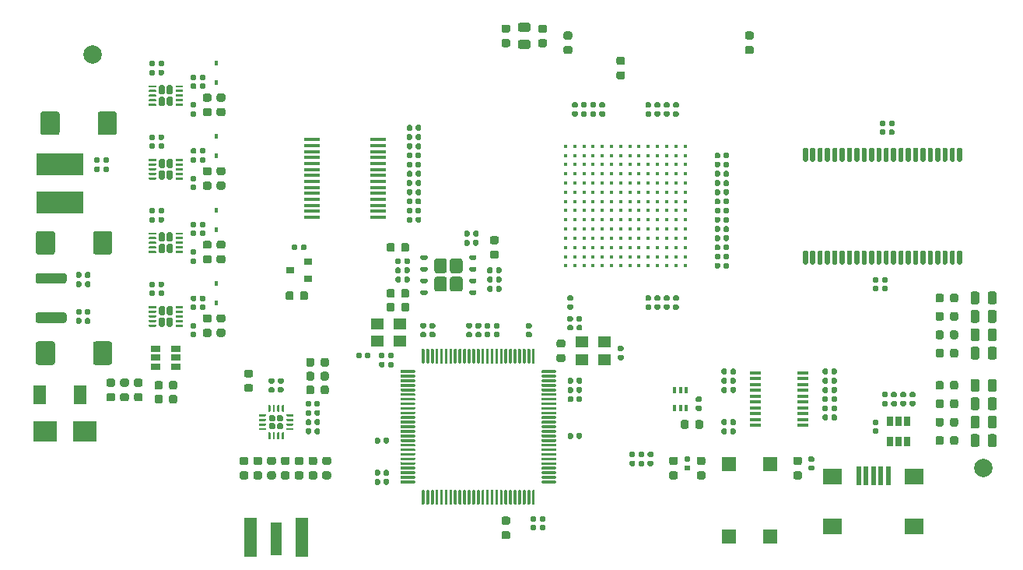
<source format=gbr>
%TF.GenerationSoftware,KiCad,Pcbnew,5.99.0-unknown-4efed4b~101~ubuntu18.04.1*%
%TF.CreationDate,2020-05-21T03:09:06+02:00*%
%TF.ProjectId,digitizer_fpga_10b_100MSPS,64696769-7469-47a6-9572-5f667067615f,1.0*%
%TF.SameCoordinates,Original*%
%TF.FileFunction,Paste,Top*%
%TF.FilePolarity,Positive*%
%FSLAX46Y46*%
G04 Gerber Fmt 4.6, Leading zero omitted, Abs format (unit mm)*
G04 Created by KiCad (PCBNEW 5.99.0-unknown-4efed4b~101~ubuntu18.04.1) date 2020-05-21 03:09:06*
%MOMM*%
%LPD*%
G01*
G04 APERTURE LIST*
%ADD10C,2.000000*%
%ADD11R,0.400000X0.650000*%
%ADD12R,1.500000X1.500000*%
%ADD13R,1.400000X1.200000*%
%ADD14C,0.400000*%
%ADD15R,1.750000X0.450000*%
%ADD16R,0.900000X0.800000*%
%ADD17R,1.200000X0.400000*%
%ADD18R,0.650000X1.060000*%
%ADD19R,1.060000X0.650000*%
%ADD20R,5.100000X2.350000*%
%ADD21R,1.270000X3.600000*%
%ADD22R,1.350000X4.200000*%
%ADD23R,2.000000X1.700000*%
%ADD24R,0.500000X2.000000*%
%ADD25R,0.450000X0.600000*%
%ADD26R,1.400000X2.100000*%
%ADD27R,2.500000X2.300000*%
G04 APERTURE END LIST*
%TO.C,R9*%
G36*
G01*
X94256250Y-124150000D02*
X93743750Y-124150000D01*
G75*
G02*
X93525000Y-123931250I0J218750D01*
G01*
X93525000Y-123493750D01*
G75*
G02*
X93743750Y-123275000I218750J0D01*
G01*
X94256250Y-123275000D01*
G75*
G02*
X94475000Y-123493750I0J-218750D01*
G01*
X94475000Y-123931250D01*
G75*
G02*
X94256250Y-124150000I-218750J0D01*
G01*
G37*
G36*
G01*
X94256250Y-125725000D02*
X93743750Y-125725000D01*
G75*
G02*
X93525000Y-125506250I0J218750D01*
G01*
X93525000Y-125068750D01*
G75*
G02*
X93743750Y-124850000I218750J0D01*
G01*
X94256250Y-124850000D01*
G75*
G02*
X94475000Y-125068750I0J-218750D01*
G01*
X94475000Y-125506250D01*
G75*
G02*
X94256250Y-125725000I-218750J0D01*
G01*
G37*
%TD*%
D10*
%TO.C,FD6*%
X177000000Y-140000000D03*
%TD*%
%TO.C,FD5*%
X80000000Y-95000000D03*
%TD*%
%TO.C,R26*%
G36*
G01*
X144900000Y-134993750D02*
X144900000Y-135506250D01*
G75*
G02*
X144681250Y-135725000I-218750J0D01*
G01*
X144243750Y-135725000D01*
G75*
G02*
X144025000Y-135506250I0J218750D01*
G01*
X144025000Y-134993750D01*
G75*
G02*
X144243750Y-134775000I218750J0D01*
G01*
X144681250Y-134775000D01*
G75*
G02*
X144900000Y-134993750I0J-218750D01*
G01*
G37*
G36*
G01*
X146475000Y-134993750D02*
X146475000Y-135506250D01*
G75*
G02*
X146256250Y-135725000I-218750J0D01*
G01*
X145818750Y-135725000D01*
G75*
G02*
X145600000Y-135506250I0J218750D01*
G01*
X145600000Y-134993750D01*
G75*
G02*
X145818750Y-134775000I218750J0D01*
G01*
X146256250Y-134775000D01*
G75*
G02*
X146475000Y-134993750I0J-218750D01*
G01*
G37*
%TD*%
D11*
%TO.C,U8*%
X144650000Y-133450000D03*
X143350000Y-133450000D03*
X144000000Y-131550000D03*
X144000000Y-133450000D03*
X143350000Y-131550000D03*
X144650000Y-131550000D03*
%TD*%
%TO.C,C49*%
G36*
G01*
X146172500Y-132810000D02*
X145827500Y-132810000D01*
G75*
G02*
X145680000Y-132662500I0J147500D01*
G01*
X145680000Y-132367500D01*
G75*
G02*
X145827500Y-132220000I147500J0D01*
G01*
X146172500Y-132220000D01*
G75*
G02*
X146320000Y-132367500I0J-147500D01*
G01*
X146320000Y-132662500D01*
G75*
G02*
X146172500Y-132810000I-147500J0D01*
G01*
G37*
G36*
G01*
X146172500Y-133780000D02*
X145827500Y-133780000D01*
G75*
G02*
X145680000Y-133632500I0J147500D01*
G01*
X145680000Y-133337500D01*
G75*
G02*
X145827500Y-133190000I147500J0D01*
G01*
X146172500Y-133190000D01*
G75*
G02*
X146320000Y-133337500I0J-147500D01*
G01*
X146320000Y-133632500D01*
G75*
G02*
X146172500Y-133780000I-147500J0D01*
G01*
G37*
%TD*%
%TO.C,R25*%
G36*
G01*
X143506250Y-139650000D02*
X142993750Y-139650000D01*
G75*
G02*
X142775000Y-139431250I0J218750D01*
G01*
X142775000Y-138993750D01*
G75*
G02*
X142993750Y-138775000I218750J0D01*
G01*
X143506250Y-138775000D01*
G75*
G02*
X143725000Y-138993750I0J-218750D01*
G01*
X143725000Y-139431250D01*
G75*
G02*
X143506250Y-139650000I-218750J0D01*
G01*
G37*
G36*
G01*
X143506250Y-141225000D02*
X142993750Y-141225000D01*
G75*
G02*
X142775000Y-141006250I0J218750D01*
G01*
X142775000Y-140568750D01*
G75*
G02*
X142993750Y-140350000I218750J0D01*
G01*
X143506250Y-140350000D01*
G75*
G02*
X143725000Y-140568750I0J-218750D01*
G01*
X143725000Y-141006250D01*
G75*
G02*
X143506250Y-141225000I-218750J0D01*
G01*
G37*
%TD*%
%TO.C,R128*%
G36*
G01*
X172650000Y-127243750D02*
X172650000Y-127756250D01*
G75*
G02*
X172431250Y-127975000I-218750J0D01*
G01*
X171993750Y-127975000D01*
G75*
G02*
X171775000Y-127756250I0J218750D01*
G01*
X171775000Y-127243750D01*
G75*
G02*
X171993750Y-127025000I218750J0D01*
G01*
X172431250Y-127025000D01*
G75*
G02*
X172650000Y-127243750I0J-218750D01*
G01*
G37*
G36*
G01*
X174225000Y-127243750D02*
X174225000Y-127756250D01*
G75*
G02*
X174006250Y-127975000I-218750J0D01*
G01*
X173568750Y-127975000D01*
G75*
G02*
X173350000Y-127756250I0J218750D01*
G01*
X173350000Y-127243750D01*
G75*
G02*
X173568750Y-127025000I218750J0D01*
G01*
X174006250Y-127025000D01*
G75*
G02*
X174225000Y-127243750I0J-218750D01*
G01*
G37*
%TD*%
D12*
%TO.C,SW1*%
X149250000Y-139600000D03*
X149250000Y-147400000D03*
%TD*%
%TO.C,R24*%
G36*
G01*
X146506250Y-139650000D02*
X145993750Y-139650000D01*
G75*
G02*
X145775000Y-139431250I0J218750D01*
G01*
X145775000Y-138993750D01*
G75*
G02*
X145993750Y-138775000I218750J0D01*
G01*
X146506250Y-138775000D01*
G75*
G02*
X146725000Y-138993750I0J-218750D01*
G01*
X146725000Y-139431250D01*
G75*
G02*
X146506250Y-139650000I-218750J0D01*
G01*
G37*
G36*
G01*
X146506250Y-141225000D02*
X145993750Y-141225000D01*
G75*
G02*
X145775000Y-141006250I0J218750D01*
G01*
X145775000Y-140568750D01*
G75*
G02*
X145993750Y-140350000I218750J0D01*
G01*
X146506250Y-140350000D01*
G75*
G02*
X146725000Y-140568750I0J-218750D01*
G01*
X146725000Y-141006250D01*
G75*
G02*
X146506250Y-141225000I-218750J0D01*
G01*
G37*
%TD*%
%TO.C,C48*%
G36*
G01*
X144577500Y-139690000D02*
X144922500Y-139690000D01*
G75*
G02*
X145070000Y-139837500I0J-147500D01*
G01*
X145070000Y-140132500D01*
G75*
G02*
X144922500Y-140280000I-147500J0D01*
G01*
X144577500Y-140280000D01*
G75*
G02*
X144430000Y-140132500I0J147500D01*
G01*
X144430000Y-139837500D01*
G75*
G02*
X144577500Y-139690000I147500J0D01*
G01*
G37*
G36*
G01*
X144577500Y-138720000D02*
X144922500Y-138720000D01*
G75*
G02*
X145070000Y-138867500I0J-147500D01*
G01*
X145070000Y-139162500D01*
G75*
G02*
X144922500Y-139310000I-147500J0D01*
G01*
X144577500Y-139310000D01*
G75*
G02*
X144430000Y-139162500I0J147500D01*
G01*
X144430000Y-138867500D01*
G75*
G02*
X144577500Y-138720000I147500J0D01*
G01*
G37*
%TD*%
D13*
%TO.C,X2*%
X113450000Y-126200000D03*
X111050000Y-126200000D03*
X111050000Y-124300000D03*
X113450000Y-124300000D03*
%TD*%
%TO.C,R22*%
G36*
G01*
X109675000Y-127922500D02*
X109675000Y-127577500D01*
G75*
G02*
X109822500Y-127430000I147500J0D01*
G01*
X110117500Y-127430000D01*
G75*
G02*
X110265000Y-127577500I0J-147500D01*
G01*
X110265000Y-127922500D01*
G75*
G02*
X110117500Y-128070000I-147500J0D01*
G01*
X109822500Y-128070000D01*
G75*
G02*
X109675000Y-127922500I0J147500D01*
G01*
G37*
G36*
G01*
X108705000Y-127922500D02*
X108705000Y-127577500D01*
G75*
G02*
X108852500Y-127430000I147500J0D01*
G01*
X109147500Y-127430000D01*
G75*
G02*
X109295000Y-127577500I0J-147500D01*
G01*
X109295000Y-127922500D01*
G75*
G02*
X109147500Y-128070000I-147500J0D01*
G01*
X108852500Y-128070000D01*
G75*
G02*
X108705000Y-127922500I0J147500D01*
G01*
G37*
%TD*%
%TO.C,R21*%
G36*
G01*
X112900000Y-122243750D02*
X112900000Y-122756250D01*
G75*
G02*
X112681250Y-122975000I-218750J0D01*
G01*
X112243750Y-122975000D01*
G75*
G02*
X112025000Y-122756250I0J218750D01*
G01*
X112025000Y-122243750D01*
G75*
G02*
X112243750Y-122025000I218750J0D01*
G01*
X112681250Y-122025000D01*
G75*
G02*
X112900000Y-122243750I0J-218750D01*
G01*
G37*
G36*
G01*
X114475000Y-122243750D02*
X114475000Y-122756250D01*
G75*
G02*
X114256250Y-122975000I-218750J0D01*
G01*
X113818750Y-122975000D01*
G75*
G02*
X113600000Y-122756250I0J218750D01*
G01*
X113600000Y-122243750D01*
G75*
G02*
X113818750Y-122025000I218750J0D01*
G01*
X114256250Y-122025000D01*
G75*
G02*
X114475000Y-122243750I0J-218750D01*
G01*
G37*
%TD*%
%TO.C,C38*%
G36*
G01*
X111810000Y-127577500D02*
X111810000Y-127922500D01*
G75*
G02*
X111662500Y-128070000I-147500J0D01*
G01*
X111367500Y-128070000D01*
G75*
G02*
X111220000Y-127922500I0J147500D01*
G01*
X111220000Y-127577500D01*
G75*
G02*
X111367500Y-127430000I147500J0D01*
G01*
X111662500Y-127430000D01*
G75*
G02*
X111810000Y-127577500I0J-147500D01*
G01*
G37*
G36*
G01*
X112780000Y-127577500D02*
X112780000Y-127922500D01*
G75*
G02*
X112632500Y-128070000I-147500J0D01*
G01*
X112337500Y-128070000D01*
G75*
G02*
X112190000Y-127922500I0J147500D01*
G01*
X112190000Y-127577500D01*
G75*
G02*
X112337500Y-127430000I147500J0D01*
G01*
X112632500Y-127430000D01*
G75*
G02*
X112780000Y-127577500I0J-147500D01*
G01*
G37*
%TD*%
%TO.C,C36*%
G36*
G01*
X111810000Y-128577500D02*
X111810000Y-128922500D01*
G75*
G02*
X111662500Y-129070000I-147500J0D01*
G01*
X111367500Y-129070000D01*
G75*
G02*
X111220000Y-128922500I0J147500D01*
G01*
X111220000Y-128577500D01*
G75*
G02*
X111367500Y-128430000I147500J0D01*
G01*
X111662500Y-128430000D01*
G75*
G02*
X111810000Y-128577500I0J-147500D01*
G01*
G37*
G36*
G01*
X112780000Y-128577500D02*
X112780000Y-128922500D01*
G75*
G02*
X112632500Y-129070000I-147500J0D01*
G01*
X112337500Y-129070000D01*
G75*
G02*
X112190000Y-128922500I0J147500D01*
G01*
X112190000Y-128577500D01*
G75*
G02*
X112337500Y-128430000I147500J0D01*
G01*
X112632500Y-128430000D01*
G75*
G02*
X112780000Y-128577500I0J-147500D01*
G01*
G37*
%TD*%
%TO.C,C59*%
G36*
G01*
X166172500Y-102810000D02*
X165827500Y-102810000D01*
G75*
G02*
X165680000Y-102662500I0J147500D01*
G01*
X165680000Y-102367500D01*
G75*
G02*
X165827500Y-102220000I147500J0D01*
G01*
X166172500Y-102220000D01*
G75*
G02*
X166320000Y-102367500I0J-147500D01*
G01*
X166320000Y-102662500D01*
G75*
G02*
X166172500Y-102810000I-147500J0D01*
G01*
G37*
G36*
G01*
X166172500Y-103780000D02*
X165827500Y-103780000D01*
G75*
G02*
X165680000Y-103632500I0J147500D01*
G01*
X165680000Y-103337500D01*
G75*
G02*
X165827500Y-103190000I147500J0D01*
G01*
X166172500Y-103190000D01*
G75*
G02*
X166320000Y-103337500I0J-147500D01*
G01*
X166320000Y-103632500D01*
G75*
G02*
X166172500Y-103780000I-147500J0D01*
G01*
G37*
%TD*%
%TO.C,R64*%
G36*
G01*
X148690000Y-114172500D02*
X148690000Y-113827500D01*
G75*
G02*
X148837500Y-113680000I147500J0D01*
G01*
X149132500Y-113680000D01*
G75*
G02*
X149280000Y-113827500I0J-147500D01*
G01*
X149280000Y-114172500D01*
G75*
G02*
X149132500Y-114320000I-147500J0D01*
G01*
X148837500Y-114320000D01*
G75*
G02*
X148690000Y-114172500I0J147500D01*
G01*
G37*
G36*
G01*
X147720000Y-114172500D02*
X147720000Y-113827500D01*
G75*
G02*
X147867500Y-113680000I147500J0D01*
G01*
X148162500Y-113680000D01*
G75*
G02*
X148310000Y-113827500I0J-147500D01*
G01*
X148310000Y-114172500D01*
G75*
G02*
X148162500Y-114320000I-147500J0D01*
G01*
X147867500Y-114320000D01*
G75*
G02*
X147720000Y-114172500I0J147500D01*
G01*
G37*
%TD*%
D14*
%TO.C,U14*%
X131500000Y-105000000D03*
X132500000Y-105000000D03*
X133500000Y-105000000D03*
X134500000Y-105000000D03*
X135500000Y-105000000D03*
X136500000Y-105000000D03*
X137500000Y-105000000D03*
X138500000Y-105000000D03*
X139500000Y-105000000D03*
X140500000Y-105000000D03*
X141500000Y-105000000D03*
X142500000Y-105000000D03*
X143500000Y-105000000D03*
X144500000Y-105000000D03*
X131500000Y-106000000D03*
X132500000Y-106000000D03*
X133500000Y-106000000D03*
X134500000Y-106000000D03*
X135500000Y-106000000D03*
X136500000Y-106000000D03*
X137500000Y-106000000D03*
X138500000Y-106000000D03*
X139500000Y-106000000D03*
X140500000Y-106000000D03*
X141500000Y-106000000D03*
X142500000Y-106000000D03*
X143500000Y-106000000D03*
X144500000Y-106000000D03*
X131500000Y-107000000D03*
X132500000Y-107000000D03*
X133500000Y-107000000D03*
X134500000Y-107000000D03*
X135500000Y-107000000D03*
X136500000Y-107000000D03*
X137500000Y-107000000D03*
X138500000Y-107000000D03*
X139500000Y-107000000D03*
X140500000Y-107000000D03*
X141500000Y-107000000D03*
X142500000Y-107000000D03*
X143500000Y-107000000D03*
X144500000Y-107000000D03*
X131500000Y-108000000D03*
X132500000Y-108000000D03*
X133500000Y-108000000D03*
X134500000Y-108000000D03*
X135500000Y-108000000D03*
X136500000Y-108000000D03*
X137500000Y-108000000D03*
X138500000Y-108000000D03*
X139500000Y-108000000D03*
X140500000Y-108000000D03*
X141500000Y-108000000D03*
X142500000Y-108000000D03*
X143500000Y-108000000D03*
X144500000Y-108000000D03*
X131500000Y-109000000D03*
X132500000Y-109000000D03*
X133500000Y-109000000D03*
X134500000Y-109000000D03*
X135500000Y-109000000D03*
X136500000Y-109000000D03*
X137500000Y-109000000D03*
X138500000Y-109000000D03*
X139500000Y-109000000D03*
X140500000Y-109000000D03*
X141500000Y-109000000D03*
X142500000Y-109000000D03*
X143500000Y-109000000D03*
X144500000Y-109000000D03*
X131500000Y-110000000D03*
X132500000Y-110000000D03*
X133500000Y-110000000D03*
X134500000Y-110000000D03*
X135500000Y-110000000D03*
X136500000Y-110000000D03*
X137500000Y-110000000D03*
X138500000Y-110000000D03*
X139500000Y-110000000D03*
X140500000Y-110000000D03*
X141500000Y-110000000D03*
X142500000Y-110000000D03*
X143500000Y-110000000D03*
X144500000Y-110000000D03*
X131500000Y-111000000D03*
X132500000Y-111000000D03*
X133500000Y-111000000D03*
X134500000Y-111000000D03*
X135500000Y-111000000D03*
X136500000Y-111000000D03*
X137500000Y-111000000D03*
X138500000Y-111000000D03*
X139500000Y-111000000D03*
X140500000Y-111000000D03*
X141500000Y-111000000D03*
X142500000Y-111000000D03*
X143500000Y-111000000D03*
X144500000Y-111000000D03*
X131500000Y-112000000D03*
X132500000Y-112000000D03*
X133500000Y-112000000D03*
X134500000Y-112000000D03*
X135500000Y-112000000D03*
X136500000Y-112000000D03*
X137500000Y-112000000D03*
X138500000Y-112000000D03*
X139500000Y-112000000D03*
X140500000Y-112000000D03*
X141500000Y-112000000D03*
X142500000Y-112000000D03*
X143500000Y-112000000D03*
X144500000Y-112000000D03*
X131500000Y-113000000D03*
X132500000Y-113000000D03*
X133500000Y-113000000D03*
X134500000Y-113000000D03*
X135500000Y-113000000D03*
X136500000Y-113000000D03*
X137500000Y-113000000D03*
X138500000Y-113000000D03*
X139500000Y-113000000D03*
X140500000Y-113000000D03*
X141500000Y-113000000D03*
X142500000Y-113000000D03*
X143500000Y-113000000D03*
X144500000Y-113000000D03*
X131500000Y-114000000D03*
X132500000Y-114000000D03*
X133500000Y-114000000D03*
X134500000Y-114000000D03*
X135500000Y-114000000D03*
X136500000Y-114000000D03*
X137500000Y-114000000D03*
X138500000Y-114000000D03*
X139500000Y-114000000D03*
X140500000Y-114000000D03*
X141500000Y-114000000D03*
X142500000Y-114000000D03*
X143500000Y-114000000D03*
X144500000Y-114000000D03*
X131500000Y-115000000D03*
X132500000Y-115000000D03*
X133500000Y-115000000D03*
X134500000Y-115000000D03*
X135500000Y-115000000D03*
X136500000Y-115000000D03*
X137500000Y-115000000D03*
X138500000Y-115000000D03*
X139500000Y-115000000D03*
X140500000Y-115000000D03*
X141500000Y-115000000D03*
X142500000Y-115000000D03*
X143500000Y-115000000D03*
X144500000Y-115000000D03*
X131500000Y-116000000D03*
X132500000Y-116000000D03*
X133500000Y-116000000D03*
X134500000Y-116000000D03*
X135500000Y-116000000D03*
X136500000Y-116000000D03*
X137500000Y-116000000D03*
X138500000Y-116000000D03*
X139500000Y-116000000D03*
X140500000Y-116000000D03*
X141500000Y-116000000D03*
X142500000Y-116000000D03*
X143500000Y-116000000D03*
X144500000Y-116000000D03*
X131500000Y-117000000D03*
X132500000Y-117000000D03*
X133500000Y-117000000D03*
X134500000Y-117000000D03*
X135500000Y-117000000D03*
X136500000Y-117000000D03*
X137500000Y-117000000D03*
X138500000Y-117000000D03*
X139500000Y-117000000D03*
X140500000Y-117000000D03*
X141500000Y-117000000D03*
X142500000Y-117000000D03*
X143500000Y-117000000D03*
X144500000Y-117000000D03*
X131500000Y-118000000D03*
X132500000Y-118000000D03*
X133500000Y-118000000D03*
X134500000Y-118000000D03*
X135500000Y-118000000D03*
X136500000Y-118000000D03*
X137500000Y-118000000D03*
X138500000Y-118000000D03*
X139500000Y-118000000D03*
X140500000Y-118000000D03*
X141500000Y-118000000D03*
X142500000Y-118000000D03*
X143500000Y-118000000D03*
X144500000Y-118000000D03*
%TD*%
%TO.C,U5*%
G36*
G01*
X88080000Y-116457500D02*
X88080000Y-115792500D01*
G75*
G02*
X88252500Y-115620000I172500J0D01*
G01*
X88597500Y-115620000D01*
G75*
G02*
X88770000Y-115792500I0J-172500D01*
G01*
X88770000Y-116457500D01*
G75*
G02*
X88597500Y-116630000I-172500J0D01*
G01*
X88252500Y-116630000D01*
G75*
G02*
X88080000Y-116457500I0J172500D01*
G01*
G37*
G36*
G01*
X88080000Y-115207500D02*
X88080000Y-114542500D01*
G75*
G02*
X88252500Y-114370000I172500J0D01*
G01*
X88597500Y-114370000D01*
G75*
G02*
X88770000Y-114542500I0J-172500D01*
G01*
X88770000Y-115207500D01*
G75*
G02*
X88597500Y-115380000I-172500J0D01*
G01*
X88252500Y-115380000D01*
G75*
G02*
X88080000Y-115207500I0J172500D01*
G01*
G37*
G36*
G01*
X87230000Y-116457500D02*
X87230000Y-115792500D01*
G75*
G02*
X87402500Y-115620000I172500J0D01*
G01*
X87747500Y-115620000D01*
G75*
G02*
X87920000Y-115792500I0J-172500D01*
G01*
X87920000Y-116457500D01*
G75*
G02*
X87747500Y-116630000I-172500J0D01*
G01*
X87402500Y-116630000D01*
G75*
G02*
X87230000Y-116457500I0J172500D01*
G01*
G37*
G36*
G01*
X87230000Y-115207500D02*
X87230000Y-114542500D01*
G75*
G02*
X87402500Y-114370000I172500J0D01*
G01*
X87747500Y-114370000D01*
G75*
G02*
X87920000Y-114542500I0J-172500D01*
G01*
X87920000Y-115207500D01*
G75*
G02*
X87747500Y-115380000I-172500J0D01*
G01*
X87402500Y-115380000D01*
G75*
G02*
X87230000Y-115207500I0J172500D01*
G01*
G37*
G36*
G01*
X89050000Y-114562500D02*
X89050000Y-114437500D01*
G75*
G02*
X89112500Y-114375000I62500J0D01*
G01*
X89812500Y-114375000D01*
G75*
G02*
X89875000Y-114437500I0J-62500D01*
G01*
X89875000Y-114562500D01*
G75*
G02*
X89812500Y-114625000I-62500J0D01*
G01*
X89112500Y-114625000D01*
G75*
G02*
X89050000Y-114562500I0J62500D01*
G01*
G37*
G36*
G01*
X89050000Y-115062500D02*
X89050000Y-114937500D01*
G75*
G02*
X89112500Y-114875000I62500J0D01*
G01*
X89812500Y-114875000D01*
G75*
G02*
X89875000Y-114937500I0J-62500D01*
G01*
X89875000Y-115062500D01*
G75*
G02*
X89812500Y-115125000I-62500J0D01*
G01*
X89112500Y-115125000D01*
G75*
G02*
X89050000Y-115062500I0J62500D01*
G01*
G37*
G36*
G01*
X89050000Y-115562500D02*
X89050000Y-115437500D01*
G75*
G02*
X89112500Y-115375000I62500J0D01*
G01*
X89812500Y-115375000D01*
G75*
G02*
X89875000Y-115437500I0J-62500D01*
G01*
X89875000Y-115562500D01*
G75*
G02*
X89812500Y-115625000I-62500J0D01*
G01*
X89112500Y-115625000D01*
G75*
G02*
X89050000Y-115562500I0J62500D01*
G01*
G37*
G36*
G01*
X89050000Y-116062500D02*
X89050000Y-115937500D01*
G75*
G02*
X89112500Y-115875000I62500J0D01*
G01*
X89812500Y-115875000D01*
G75*
G02*
X89875000Y-115937500I0J-62500D01*
G01*
X89875000Y-116062500D01*
G75*
G02*
X89812500Y-116125000I-62500J0D01*
G01*
X89112500Y-116125000D01*
G75*
G02*
X89050000Y-116062500I0J62500D01*
G01*
G37*
G36*
G01*
X89050000Y-116562500D02*
X89050000Y-116437500D01*
G75*
G02*
X89112500Y-116375000I62500J0D01*
G01*
X89812500Y-116375000D01*
G75*
G02*
X89875000Y-116437500I0J-62500D01*
G01*
X89875000Y-116562500D01*
G75*
G02*
X89812500Y-116625000I-62500J0D01*
G01*
X89112500Y-116625000D01*
G75*
G02*
X89050000Y-116562500I0J62500D01*
G01*
G37*
G36*
G01*
X86125000Y-116562500D02*
X86125000Y-116437500D01*
G75*
G02*
X86187500Y-116375000I62500J0D01*
G01*
X86887500Y-116375000D01*
G75*
G02*
X86950000Y-116437500I0J-62500D01*
G01*
X86950000Y-116562500D01*
G75*
G02*
X86887500Y-116625000I-62500J0D01*
G01*
X86187500Y-116625000D01*
G75*
G02*
X86125000Y-116562500I0J62500D01*
G01*
G37*
G36*
G01*
X86125000Y-116062500D02*
X86125000Y-115937500D01*
G75*
G02*
X86187500Y-115875000I62500J0D01*
G01*
X86887500Y-115875000D01*
G75*
G02*
X86950000Y-115937500I0J-62500D01*
G01*
X86950000Y-116062500D01*
G75*
G02*
X86887500Y-116125000I-62500J0D01*
G01*
X86187500Y-116125000D01*
G75*
G02*
X86125000Y-116062500I0J62500D01*
G01*
G37*
G36*
G01*
X86125000Y-115562500D02*
X86125000Y-115437500D01*
G75*
G02*
X86187500Y-115375000I62500J0D01*
G01*
X86887500Y-115375000D01*
G75*
G02*
X86950000Y-115437500I0J-62500D01*
G01*
X86950000Y-115562500D01*
G75*
G02*
X86887500Y-115625000I-62500J0D01*
G01*
X86187500Y-115625000D01*
G75*
G02*
X86125000Y-115562500I0J62500D01*
G01*
G37*
G36*
G01*
X86125000Y-115062500D02*
X86125000Y-114937500D01*
G75*
G02*
X86187500Y-114875000I62500J0D01*
G01*
X86887500Y-114875000D01*
G75*
G02*
X86950000Y-114937500I0J-62500D01*
G01*
X86950000Y-115062500D01*
G75*
G02*
X86887500Y-115125000I-62500J0D01*
G01*
X86187500Y-115125000D01*
G75*
G02*
X86125000Y-115062500I0J62500D01*
G01*
G37*
G36*
G01*
X86125000Y-114562500D02*
X86125000Y-114437500D01*
G75*
G02*
X86187500Y-114375000I62500J0D01*
G01*
X86887500Y-114375000D01*
G75*
G02*
X86950000Y-114437500I0J-62500D01*
G01*
X86950000Y-114562500D01*
G75*
G02*
X86887500Y-114625000I-62500J0D01*
G01*
X86187500Y-114625000D01*
G75*
G02*
X86125000Y-114562500I0J62500D01*
G01*
G37*
%TD*%
%TO.C,U4*%
G36*
G01*
X88080000Y-108457500D02*
X88080000Y-107792500D01*
G75*
G02*
X88252500Y-107620000I172500J0D01*
G01*
X88597500Y-107620000D01*
G75*
G02*
X88770000Y-107792500I0J-172500D01*
G01*
X88770000Y-108457500D01*
G75*
G02*
X88597500Y-108630000I-172500J0D01*
G01*
X88252500Y-108630000D01*
G75*
G02*
X88080000Y-108457500I0J172500D01*
G01*
G37*
G36*
G01*
X88080000Y-107207500D02*
X88080000Y-106542500D01*
G75*
G02*
X88252500Y-106370000I172500J0D01*
G01*
X88597500Y-106370000D01*
G75*
G02*
X88770000Y-106542500I0J-172500D01*
G01*
X88770000Y-107207500D01*
G75*
G02*
X88597500Y-107380000I-172500J0D01*
G01*
X88252500Y-107380000D01*
G75*
G02*
X88080000Y-107207500I0J172500D01*
G01*
G37*
G36*
G01*
X87230000Y-108457500D02*
X87230000Y-107792500D01*
G75*
G02*
X87402500Y-107620000I172500J0D01*
G01*
X87747500Y-107620000D01*
G75*
G02*
X87920000Y-107792500I0J-172500D01*
G01*
X87920000Y-108457500D01*
G75*
G02*
X87747500Y-108630000I-172500J0D01*
G01*
X87402500Y-108630000D01*
G75*
G02*
X87230000Y-108457500I0J172500D01*
G01*
G37*
G36*
G01*
X87230000Y-107207500D02*
X87230000Y-106542500D01*
G75*
G02*
X87402500Y-106370000I172500J0D01*
G01*
X87747500Y-106370000D01*
G75*
G02*
X87920000Y-106542500I0J-172500D01*
G01*
X87920000Y-107207500D01*
G75*
G02*
X87747500Y-107380000I-172500J0D01*
G01*
X87402500Y-107380000D01*
G75*
G02*
X87230000Y-107207500I0J172500D01*
G01*
G37*
G36*
G01*
X89050000Y-106562500D02*
X89050000Y-106437500D01*
G75*
G02*
X89112500Y-106375000I62500J0D01*
G01*
X89812500Y-106375000D01*
G75*
G02*
X89875000Y-106437500I0J-62500D01*
G01*
X89875000Y-106562500D01*
G75*
G02*
X89812500Y-106625000I-62500J0D01*
G01*
X89112500Y-106625000D01*
G75*
G02*
X89050000Y-106562500I0J62500D01*
G01*
G37*
G36*
G01*
X89050000Y-107062500D02*
X89050000Y-106937500D01*
G75*
G02*
X89112500Y-106875000I62500J0D01*
G01*
X89812500Y-106875000D01*
G75*
G02*
X89875000Y-106937500I0J-62500D01*
G01*
X89875000Y-107062500D01*
G75*
G02*
X89812500Y-107125000I-62500J0D01*
G01*
X89112500Y-107125000D01*
G75*
G02*
X89050000Y-107062500I0J62500D01*
G01*
G37*
G36*
G01*
X89050000Y-107562500D02*
X89050000Y-107437500D01*
G75*
G02*
X89112500Y-107375000I62500J0D01*
G01*
X89812500Y-107375000D01*
G75*
G02*
X89875000Y-107437500I0J-62500D01*
G01*
X89875000Y-107562500D01*
G75*
G02*
X89812500Y-107625000I-62500J0D01*
G01*
X89112500Y-107625000D01*
G75*
G02*
X89050000Y-107562500I0J62500D01*
G01*
G37*
G36*
G01*
X89050000Y-108062500D02*
X89050000Y-107937500D01*
G75*
G02*
X89112500Y-107875000I62500J0D01*
G01*
X89812500Y-107875000D01*
G75*
G02*
X89875000Y-107937500I0J-62500D01*
G01*
X89875000Y-108062500D01*
G75*
G02*
X89812500Y-108125000I-62500J0D01*
G01*
X89112500Y-108125000D01*
G75*
G02*
X89050000Y-108062500I0J62500D01*
G01*
G37*
G36*
G01*
X89050000Y-108562500D02*
X89050000Y-108437500D01*
G75*
G02*
X89112500Y-108375000I62500J0D01*
G01*
X89812500Y-108375000D01*
G75*
G02*
X89875000Y-108437500I0J-62500D01*
G01*
X89875000Y-108562500D01*
G75*
G02*
X89812500Y-108625000I-62500J0D01*
G01*
X89112500Y-108625000D01*
G75*
G02*
X89050000Y-108562500I0J62500D01*
G01*
G37*
G36*
G01*
X86125000Y-108562500D02*
X86125000Y-108437500D01*
G75*
G02*
X86187500Y-108375000I62500J0D01*
G01*
X86887500Y-108375000D01*
G75*
G02*
X86950000Y-108437500I0J-62500D01*
G01*
X86950000Y-108562500D01*
G75*
G02*
X86887500Y-108625000I-62500J0D01*
G01*
X86187500Y-108625000D01*
G75*
G02*
X86125000Y-108562500I0J62500D01*
G01*
G37*
G36*
G01*
X86125000Y-108062500D02*
X86125000Y-107937500D01*
G75*
G02*
X86187500Y-107875000I62500J0D01*
G01*
X86887500Y-107875000D01*
G75*
G02*
X86950000Y-107937500I0J-62500D01*
G01*
X86950000Y-108062500D01*
G75*
G02*
X86887500Y-108125000I-62500J0D01*
G01*
X86187500Y-108125000D01*
G75*
G02*
X86125000Y-108062500I0J62500D01*
G01*
G37*
G36*
G01*
X86125000Y-107562500D02*
X86125000Y-107437500D01*
G75*
G02*
X86187500Y-107375000I62500J0D01*
G01*
X86887500Y-107375000D01*
G75*
G02*
X86950000Y-107437500I0J-62500D01*
G01*
X86950000Y-107562500D01*
G75*
G02*
X86887500Y-107625000I-62500J0D01*
G01*
X86187500Y-107625000D01*
G75*
G02*
X86125000Y-107562500I0J62500D01*
G01*
G37*
G36*
G01*
X86125000Y-107062500D02*
X86125000Y-106937500D01*
G75*
G02*
X86187500Y-106875000I62500J0D01*
G01*
X86887500Y-106875000D01*
G75*
G02*
X86950000Y-106937500I0J-62500D01*
G01*
X86950000Y-107062500D01*
G75*
G02*
X86887500Y-107125000I-62500J0D01*
G01*
X86187500Y-107125000D01*
G75*
G02*
X86125000Y-107062500I0J62500D01*
G01*
G37*
G36*
G01*
X86125000Y-106562500D02*
X86125000Y-106437500D01*
G75*
G02*
X86187500Y-106375000I62500J0D01*
G01*
X86887500Y-106375000D01*
G75*
G02*
X86950000Y-106437500I0J-62500D01*
G01*
X86950000Y-106562500D01*
G75*
G02*
X86887500Y-106625000I-62500J0D01*
G01*
X86187500Y-106625000D01*
G75*
G02*
X86125000Y-106562500I0J62500D01*
G01*
G37*
%TD*%
%TO.C,U3*%
G36*
G01*
X88080000Y-124457500D02*
X88080000Y-123792500D01*
G75*
G02*
X88252500Y-123620000I172500J0D01*
G01*
X88597500Y-123620000D01*
G75*
G02*
X88770000Y-123792500I0J-172500D01*
G01*
X88770000Y-124457500D01*
G75*
G02*
X88597500Y-124630000I-172500J0D01*
G01*
X88252500Y-124630000D01*
G75*
G02*
X88080000Y-124457500I0J172500D01*
G01*
G37*
G36*
G01*
X88080000Y-123207500D02*
X88080000Y-122542500D01*
G75*
G02*
X88252500Y-122370000I172500J0D01*
G01*
X88597500Y-122370000D01*
G75*
G02*
X88770000Y-122542500I0J-172500D01*
G01*
X88770000Y-123207500D01*
G75*
G02*
X88597500Y-123380000I-172500J0D01*
G01*
X88252500Y-123380000D01*
G75*
G02*
X88080000Y-123207500I0J172500D01*
G01*
G37*
G36*
G01*
X87230000Y-124457500D02*
X87230000Y-123792500D01*
G75*
G02*
X87402500Y-123620000I172500J0D01*
G01*
X87747500Y-123620000D01*
G75*
G02*
X87920000Y-123792500I0J-172500D01*
G01*
X87920000Y-124457500D01*
G75*
G02*
X87747500Y-124630000I-172500J0D01*
G01*
X87402500Y-124630000D01*
G75*
G02*
X87230000Y-124457500I0J172500D01*
G01*
G37*
G36*
G01*
X87230000Y-123207500D02*
X87230000Y-122542500D01*
G75*
G02*
X87402500Y-122370000I172500J0D01*
G01*
X87747500Y-122370000D01*
G75*
G02*
X87920000Y-122542500I0J-172500D01*
G01*
X87920000Y-123207500D01*
G75*
G02*
X87747500Y-123380000I-172500J0D01*
G01*
X87402500Y-123380000D01*
G75*
G02*
X87230000Y-123207500I0J172500D01*
G01*
G37*
G36*
G01*
X89050000Y-122562500D02*
X89050000Y-122437500D01*
G75*
G02*
X89112500Y-122375000I62500J0D01*
G01*
X89812500Y-122375000D01*
G75*
G02*
X89875000Y-122437500I0J-62500D01*
G01*
X89875000Y-122562500D01*
G75*
G02*
X89812500Y-122625000I-62500J0D01*
G01*
X89112500Y-122625000D01*
G75*
G02*
X89050000Y-122562500I0J62500D01*
G01*
G37*
G36*
G01*
X89050000Y-123062500D02*
X89050000Y-122937500D01*
G75*
G02*
X89112500Y-122875000I62500J0D01*
G01*
X89812500Y-122875000D01*
G75*
G02*
X89875000Y-122937500I0J-62500D01*
G01*
X89875000Y-123062500D01*
G75*
G02*
X89812500Y-123125000I-62500J0D01*
G01*
X89112500Y-123125000D01*
G75*
G02*
X89050000Y-123062500I0J62500D01*
G01*
G37*
G36*
G01*
X89050000Y-123562500D02*
X89050000Y-123437500D01*
G75*
G02*
X89112500Y-123375000I62500J0D01*
G01*
X89812500Y-123375000D01*
G75*
G02*
X89875000Y-123437500I0J-62500D01*
G01*
X89875000Y-123562500D01*
G75*
G02*
X89812500Y-123625000I-62500J0D01*
G01*
X89112500Y-123625000D01*
G75*
G02*
X89050000Y-123562500I0J62500D01*
G01*
G37*
G36*
G01*
X89050000Y-124062500D02*
X89050000Y-123937500D01*
G75*
G02*
X89112500Y-123875000I62500J0D01*
G01*
X89812500Y-123875000D01*
G75*
G02*
X89875000Y-123937500I0J-62500D01*
G01*
X89875000Y-124062500D01*
G75*
G02*
X89812500Y-124125000I-62500J0D01*
G01*
X89112500Y-124125000D01*
G75*
G02*
X89050000Y-124062500I0J62500D01*
G01*
G37*
G36*
G01*
X89050000Y-124562500D02*
X89050000Y-124437500D01*
G75*
G02*
X89112500Y-124375000I62500J0D01*
G01*
X89812500Y-124375000D01*
G75*
G02*
X89875000Y-124437500I0J-62500D01*
G01*
X89875000Y-124562500D01*
G75*
G02*
X89812500Y-124625000I-62500J0D01*
G01*
X89112500Y-124625000D01*
G75*
G02*
X89050000Y-124562500I0J62500D01*
G01*
G37*
G36*
G01*
X86125000Y-124562500D02*
X86125000Y-124437500D01*
G75*
G02*
X86187500Y-124375000I62500J0D01*
G01*
X86887500Y-124375000D01*
G75*
G02*
X86950000Y-124437500I0J-62500D01*
G01*
X86950000Y-124562500D01*
G75*
G02*
X86887500Y-124625000I-62500J0D01*
G01*
X86187500Y-124625000D01*
G75*
G02*
X86125000Y-124562500I0J62500D01*
G01*
G37*
G36*
G01*
X86125000Y-124062500D02*
X86125000Y-123937500D01*
G75*
G02*
X86187500Y-123875000I62500J0D01*
G01*
X86887500Y-123875000D01*
G75*
G02*
X86950000Y-123937500I0J-62500D01*
G01*
X86950000Y-124062500D01*
G75*
G02*
X86887500Y-124125000I-62500J0D01*
G01*
X86187500Y-124125000D01*
G75*
G02*
X86125000Y-124062500I0J62500D01*
G01*
G37*
G36*
G01*
X86125000Y-123562500D02*
X86125000Y-123437500D01*
G75*
G02*
X86187500Y-123375000I62500J0D01*
G01*
X86887500Y-123375000D01*
G75*
G02*
X86950000Y-123437500I0J-62500D01*
G01*
X86950000Y-123562500D01*
G75*
G02*
X86887500Y-123625000I-62500J0D01*
G01*
X86187500Y-123625000D01*
G75*
G02*
X86125000Y-123562500I0J62500D01*
G01*
G37*
G36*
G01*
X86125000Y-123062500D02*
X86125000Y-122937500D01*
G75*
G02*
X86187500Y-122875000I62500J0D01*
G01*
X86887500Y-122875000D01*
G75*
G02*
X86950000Y-122937500I0J-62500D01*
G01*
X86950000Y-123062500D01*
G75*
G02*
X86887500Y-123125000I-62500J0D01*
G01*
X86187500Y-123125000D01*
G75*
G02*
X86125000Y-123062500I0J62500D01*
G01*
G37*
G36*
G01*
X86125000Y-122562500D02*
X86125000Y-122437500D01*
G75*
G02*
X86187500Y-122375000I62500J0D01*
G01*
X86887500Y-122375000D01*
G75*
G02*
X86950000Y-122437500I0J-62500D01*
G01*
X86950000Y-122562500D01*
G75*
G02*
X86887500Y-122625000I-62500J0D01*
G01*
X86187500Y-122625000D01*
G75*
G02*
X86125000Y-122562500I0J62500D01*
G01*
G37*
%TD*%
%TO.C,U2*%
G36*
G01*
X88080000Y-100457500D02*
X88080000Y-99792500D01*
G75*
G02*
X88252500Y-99620000I172500J0D01*
G01*
X88597500Y-99620000D01*
G75*
G02*
X88770000Y-99792500I0J-172500D01*
G01*
X88770000Y-100457500D01*
G75*
G02*
X88597500Y-100630000I-172500J0D01*
G01*
X88252500Y-100630000D01*
G75*
G02*
X88080000Y-100457500I0J172500D01*
G01*
G37*
G36*
G01*
X88080000Y-99207500D02*
X88080000Y-98542500D01*
G75*
G02*
X88252500Y-98370000I172500J0D01*
G01*
X88597500Y-98370000D01*
G75*
G02*
X88770000Y-98542500I0J-172500D01*
G01*
X88770000Y-99207500D01*
G75*
G02*
X88597500Y-99380000I-172500J0D01*
G01*
X88252500Y-99380000D01*
G75*
G02*
X88080000Y-99207500I0J172500D01*
G01*
G37*
G36*
G01*
X87230000Y-100457500D02*
X87230000Y-99792500D01*
G75*
G02*
X87402500Y-99620000I172500J0D01*
G01*
X87747500Y-99620000D01*
G75*
G02*
X87920000Y-99792500I0J-172500D01*
G01*
X87920000Y-100457500D01*
G75*
G02*
X87747500Y-100630000I-172500J0D01*
G01*
X87402500Y-100630000D01*
G75*
G02*
X87230000Y-100457500I0J172500D01*
G01*
G37*
G36*
G01*
X87230000Y-99207500D02*
X87230000Y-98542500D01*
G75*
G02*
X87402500Y-98370000I172500J0D01*
G01*
X87747500Y-98370000D01*
G75*
G02*
X87920000Y-98542500I0J-172500D01*
G01*
X87920000Y-99207500D01*
G75*
G02*
X87747500Y-99380000I-172500J0D01*
G01*
X87402500Y-99380000D01*
G75*
G02*
X87230000Y-99207500I0J172500D01*
G01*
G37*
G36*
G01*
X89050000Y-98562500D02*
X89050000Y-98437500D01*
G75*
G02*
X89112500Y-98375000I62500J0D01*
G01*
X89812500Y-98375000D01*
G75*
G02*
X89875000Y-98437500I0J-62500D01*
G01*
X89875000Y-98562500D01*
G75*
G02*
X89812500Y-98625000I-62500J0D01*
G01*
X89112500Y-98625000D01*
G75*
G02*
X89050000Y-98562500I0J62500D01*
G01*
G37*
G36*
G01*
X89050000Y-99062500D02*
X89050000Y-98937500D01*
G75*
G02*
X89112500Y-98875000I62500J0D01*
G01*
X89812500Y-98875000D01*
G75*
G02*
X89875000Y-98937500I0J-62500D01*
G01*
X89875000Y-99062500D01*
G75*
G02*
X89812500Y-99125000I-62500J0D01*
G01*
X89112500Y-99125000D01*
G75*
G02*
X89050000Y-99062500I0J62500D01*
G01*
G37*
G36*
G01*
X89050000Y-99562500D02*
X89050000Y-99437500D01*
G75*
G02*
X89112500Y-99375000I62500J0D01*
G01*
X89812500Y-99375000D01*
G75*
G02*
X89875000Y-99437500I0J-62500D01*
G01*
X89875000Y-99562500D01*
G75*
G02*
X89812500Y-99625000I-62500J0D01*
G01*
X89112500Y-99625000D01*
G75*
G02*
X89050000Y-99562500I0J62500D01*
G01*
G37*
G36*
G01*
X89050000Y-100062500D02*
X89050000Y-99937500D01*
G75*
G02*
X89112500Y-99875000I62500J0D01*
G01*
X89812500Y-99875000D01*
G75*
G02*
X89875000Y-99937500I0J-62500D01*
G01*
X89875000Y-100062500D01*
G75*
G02*
X89812500Y-100125000I-62500J0D01*
G01*
X89112500Y-100125000D01*
G75*
G02*
X89050000Y-100062500I0J62500D01*
G01*
G37*
G36*
G01*
X89050000Y-100562500D02*
X89050000Y-100437500D01*
G75*
G02*
X89112500Y-100375000I62500J0D01*
G01*
X89812500Y-100375000D01*
G75*
G02*
X89875000Y-100437500I0J-62500D01*
G01*
X89875000Y-100562500D01*
G75*
G02*
X89812500Y-100625000I-62500J0D01*
G01*
X89112500Y-100625000D01*
G75*
G02*
X89050000Y-100562500I0J62500D01*
G01*
G37*
G36*
G01*
X86125000Y-100562500D02*
X86125000Y-100437500D01*
G75*
G02*
X86187500Y-100375000I62500J0D01*
G01*
X86887500Y-100375000D01*
G75*
G02*
X86950000Y-100437500I0J-62500D01*
G01*
X86950000Y-100562500D01*
G75*
G02*
X86887500Y-100625000I-62500J0D01*
G01*
X86187500Y-100625000D01*
G75*
G02*
X86125000Y-100562500I0J62500D01*
G01*
G37*
G36*
G01*
X86125000Y-100062500D02*
X86125000Y-99937500D01*
G75*
G02*
X86187500Y-99875000I62500J0D01*
G01*
X86887500Y-99875000D01*
G75*
G02*
X86950000Y-99937500I0J-62500D01*
G01*
X86950000Y-100062500D01*
G75*
G02*
X86887500Y-100125000I-62500J0D01*
G01*
X86187500Y-100125000D01*
G75*
G02*
X86125000Y-100062500I0J62500D01*
G01*
G37*
G36*
G01*
X86125000Y-99562500D02*
X86125000Y-99437500D01*
G75*
G02*
X86187500Y-99375000I62500J0D01*
G01*
X86887500Y-99375000D01*
G75*
G02*
X86950000Y-99437500I0J-62500D01*
G01*
X86950000Y-99562500D01*
G75*
G02*
X86887500Y-99625000I-62500J0D01*
G01*
X86187500Y-99625000D01*
G75*
G02*
X86125000Y-99562500I0J62500D01*
G01*
G37*
G36*
G01*
X86125000Y-99062500D02*
X86125000Y-98937500D01*
G75*
G02*
X86187500Y-98875000I62500J0D01*
G01*
X86887500Y-98875000D01*
G75*
G02*
X86950000Y-98937500I0J-62500D01*
G01*
X86950000Y-99062500D01*
G75*
G02*
X86887500Y-99125000I-62500J0D01*
G01*
X86187500Y-99125000D01*
G75*
G02*
X86125000Y-99062500I0J62500D01*
G01*
G37*
G36*
G01*
X86125000Y-98562500D02*
X86125000Y-98437500D01*
G75*
G02*
X86187500Y-98375000I62500J0D01*
G01*
X86887500Y-98375000D01*
G75*
G02*
X86950000Y-98437500I0J-62500D01*
G01*
X86950000Y-98562500D01*
G75*
G02*
X86887500Y-98625000I-62500J0D01*
G01*
X86187500Y-98625000D01*
G75*
G02*
X86125000Y-98562500I0J62500D01*
G01*
G37*
%TD*%
D13*
%TO.C,X1*%
X133300000Y-126300000D03*
X135700000Y-126300000D03*
X135700000Y-128200000D03*
X133300000Y-128200000D03*
%TD*%
%TO.C,U15*%
G36*
G01*
X118915000Y-120555006D02*
X118915000Y-119444994D01*
G75*
G02*
X119164994Y-119195000I249994J0D01*
G01*
X120035006Y-119195000D01*
G75*
G02*
X120285000Y-119444994I0J-249994D01*
G01*
X120285000Y-120555006D01*
G75*
G02*
X120035006Y-120805000I-249994J0D01*
G01*
X119164994Y-120805000D01*
G75*
G02*
X118915000Y-120555006I0J249994D01*
G01*
G37*
G36*
G01*
X118915000Y-118555006D02*
X118915000Y-117444994D01*
G75*
G02*
X119164994Y-117195000I249994J0D01*
G01*
X120035006Y-117195000D01*
G75*
G02*
X120285000Y-117444994I0J-249994D01*
G01*
X120285000Y-118555006D01*
G75*
G02*
X120035006Y-118805000I-249994J0D01*
G01*
X119164994Y-118805000D01*
G75*
G02*
X118915000Y-118555006I0J249994D01*
G01*
G37*
G36*
G01*
X117215000Y-120555006D02*
X117215000Y-119444994D01*
G75*
G02*
X117464994Y-119195000I249994J0D01*
G01*
X118335006Y-119195000D01*
G75*
G02*
X118585000Y-119444994I0J-249994D01*
G01*
X118585000Y-120555006D01*
G75*
G02*
X118335006Y-120805000I-249994J0D01*
G01*
X117464994Y-120805000D01*
G75*
G02*
X117215000Y-120555006I0J249994D01*
G01*
G37*
G36*
G01*
X117215000Y-118555006D02*
X117215000Y-117444994D01*
G75*
G02*
X117464994Y-117195000I249994J0D01*
G01*
X118335006Y-117195000D01*
G75*
G02*
X118585000Y-117444994I0J-249994D01*
G01*
X118585000Y-118555006D01*
G75*
G02*
X118335006Y-118805000I-249994J0D01*
G01*
X117464994Y-118805000D01*
G75*
G02*
X117215000Y-118555006I0J249994D01*
G01*
G37*
G36*
G01*
X121025000Y-117220000D02*
X121025000Y-116970000D01*
G75*
G02*
X121150000Y-116845000I125000J0D01*
G01*
X121675000Y-116845000D01*
G75*
G02*
X121800000Y-116970000I0J-125000D01*
G01*
X121800000Y-117220000D01*
G75*
G02*
X121675000Y-117345000I-125000J0D01*
G01*
X121150000Y-117345000D01*
G75*
G02*
X121025000Y-117220000I0J125000D01*
G01*
G37*
G36*
G01*
X121025000Y-118490000D02*
X121025000Y-118240000D01*
G75*
G02*
X121150000Y-118115000I125000J0D01*
G01*
X121675000Y-118115000D01*
G75*
G02*
X121800000Y-118240000I0J-125000D01*
G01*
X121800000Y-118490000D01*
G75*
G02*
X121675000Y-118615000I-125000J0D01*
G01*
X121150000Y-118615000D01*
G75*
G02*
X121025000Y-118490000I0J125000D01*
G01*
G37*
G36*
G01*
X121025000Y-119760000D02*
X121025000Y-119510000D01*
G75*
G02*
X121150000Y-119385000I125000J0D01*
G01*
X121675000Y-119385000D01*
G75*
G02*
X121800000Y-119510000I0J-125000D01*
G01*
X121800000Y-119760000D01*
G75*
G02*
X121675000Y-119885000I-125000J0D01*
G01*
X121150000Y-119885000D01*
G75*
G02*
X121025000Y-119760000I0J125000D01*
G01*
G37*
G36*
G01*
X121025000Y-121030000D02*
X121025000Y-120780000D01*
G75*
G02*
X121150000Y-120655000I125000J0D01*
G01*
X121675000Y-120655000D01*
G75*
G02*
X121800000Y-120780000I0J-125000D01*
G01*
X121800000Y-121030000D01*
G75*
G02*
X121675000Y-121155000I-125000J0D01*
G01*
X121150000Y-121155000D01*
G75*
G02*
X121025000Y-121030000I0J125000D01*
G01*
G37*
G36*
G01*
X115700000Y-121030000D02*
X115700000Y-120780000D01*
G75*
G02*
X115825000Y-120655000I125000J0D01*
G01*
X116350000Y-120655000D01*
G75*
G02*
X116475000Y-120780000I0J-125000D01*
G01*
X116475000Y-121030000D01*
G75*
G02*
X116350000Y-121155000I-125000J0D01*
G01*
X115825000Y-121155000D01*
G75*
G02*
X115700000Y-121030000I0J125000D01*
G01*
G37*
G36*
G01*
X115700000Y-119760000D02*
X115700000Y-119510000D01*
G75*
G02*
X115825000Y-119385000I125000J0D01*
G01*
X116350000Y-119385000D01*
G75*
G02*
X116475000Y-119510000I0J-125000D01*
G01*
X116475000Y-119760000D01*
G75*
G02*
X116350000Y-119885000I-125000J0D01*
G01*
X115825000Y-119885000D01*
G75*
G02*
X115700000Y-119760000I0J125000D01*
G01*
G37*
G36*
G01*
X115700000Y-118490000D02*
X115700000Y-118240000D01*
G75*
G02*
X115825000Y-118115000I125000J0D01*
G01*
X116350000Y-118115000D01*
G75*
G02*
X116475000Y-118240000I0J-125000D01*
G01*
X116475000Y-118490000D01*
G75*
G02*
X116350000Y-118615000I-125000J0D01*
G01*
X115825000Y-118615000D01*
G75*
G02*
X115700000Y-118490000I0J125000D01*
G01*
G37*
G36*
G01*
X115700000Y-117220000D02*
X115700000Y-116970000D01*
G75*
G02*
X115825000Y-116845000I125000J0D01*
G01*
X116350000Y-116845000D01*
G75*
G02*
X116475000Y-116970000I0J-125000D01*
G01*
X116475000Y-117220000D01*
G75*
G02*
X116350000Y-117345000I-125000J0D01*
G01*
X115825000Y-117345000D01*
G75*
G02*
X115700000Y-117220000I0J125000D01*
G01*
G37*
%TD*%
D15*
%TO.C,U13*%
X111100000Y-104275000D03*
X111100000Y-104925000D03*
X111100000Y-105575000D03*
X111100000Y-106225000D03*
X111100000Y-106875000D03*
X111100000Y-107525000D03*
X111100000Y-108175000D03*
X111100000Y-108825000D03*
X111100000Y-109475000D03*
X111100000Y-110125000D03*
X111100000Y-110775000D03*
X111100000Y-111425000D03*
X111100000Y-112075000D03*
X111100000Y-112725000D03*
X103900000Y-112725000D03*
X103900000Y-112075000D03*
X103900000Y-111425000D03*
X103900000Y-110775000D03*
X103900000Y-110125000D03*
X103900000Y-109475000D03*
X103900000Y-108825000D03*
X103900000Y-108175000D03*
X103900000Y-107525000D03*
X103900000Y-106875000D03*
X103900000Y-106225000D03*
X103900000Y-105575000D03*
X103900000Y-104925000D03*
X103900000Y-104275000D03*
%TD*%
D16*
%TO.C,U12*%
X101500000Y-118500000D03*
X103500000Y-117550000D03*
X103500000Y-119450000D03*
%TD*%
%TO.C,U11*%
G36*
G01*
X157737500Y-106675000D02*
X157462500Y-106675000D01*
G75*
G02*
X157325000Y-106537500I0J137500D01*
G01*
X157325000Y-105287500D01*
G75*
G02*
X157462500Y-105150000I137500J0D01*
G01*
X157737500Y-105150000D01*
G75*
G02*
X157875000Y-105287500I0J-137500D01*
G01*
X157875000Y-106537500D01*
G75*
G02*
X157737500Y-106675000I-137500J0D01*
G01*
G37*
G36*
G01*
X158537500Y-106675000D02*
X158262500Y-106675000D01*
G75*
G02*
X158125000Y-106537500I0J137500D01*
G01*
X158125000Y-105287500D01*
G75*
G02*
X158262500Y-105150000I137500J0D01*
G01*
X158537500Y-105150000D01*
G75*
G02*
X158675000Y-105287500I0J-137500D01*
G01*
X158675000Y-106537500D01*
G75*
G02*
X158537500Y-106675000I-137500J0D01*
G01*
G37*
G36*
G01*
X159337500Y-106675000D02*
X159062500Y-106675000D01*
G75*
G02*
X158925000Y-106537500I0J137500D01*
G01*
X158925000Y-105287500D01*
G75*
G02*
X159062500Y-105150000I137500J0D01*
G01*
X159337500Y-105150000D01*
G75*
G02*
X159475000Y-105287500I0J-137500D01*
G01*
X159475000Y-106537500D01*
G75*
G02*
X159337500Y-106675000I-137500J0D01*
G01*
G37*
G36*
G01*
X160137500Y-106675000D02*
X159862500Y-106675000D01*
G75*
G02*
X159725000Y-106537500I0J137500D01*
G01*
X159725000Y-105287500D01*
G75*
G02*
X159862500Y-105150000I137500J0D01*
G01*
X160137500Y-105150000D01*
G75*
G02*
X160275000Y-105287500I0J-137500D01*
G01*
X160275000Y-106537500D01*
G75*
G02*
X160137500Y-106675000I-137500J0D01*
G01*
G37*
G36*
G01*
X160937500Y-106675000D02*
X160662500Y-106675000D01*
G75*
G02*
X160525000Y-106537500I0J137500D01*
G01*
X160525000Y-105287500D01*
G75*
G02*
X160662500Y-105150000I137500J0D01*
G01*
X160937500Y-105150000D01*
G75*
G02*
X161075000Y-105287500I0J-137500D01*
G01*
X161075000Y-106537500D01*
G75*
G02*
X160937500Y-106675000I-137500J0D01*
G01*
G37*
G36*
G01*
X161737500Y-106675000D02*
X161462500Y-106675000D01*
G75*
G02*
X161325000Y-106537500I0J137500D01*
G01*
X161325000Y-105287500D01*
G75*
G02*
X161462500Y-105150000I137500J0D01*
G01*
X161737500Y-105150000D01*
G75*
G02*
X161875000Y-105287500I0J-137500D01*
G01*
X161875000Y-106537500D01*
G75*
G02*
X161737500Y-106675000I-137500J0D01*
G01*
G37*
G36*
G01*
X162537500Y-106675000D02*
X162262500Y-106675000D01*
G75*
G02*
X162125000Y-106537500I0J137500D01*
G01*
X162125000Y-105287500D01*
G75*
G02*
X162262500Y-105150000I137500J0D01*
G01*
X162537500Y-105150000D01*
G75*
G02*
X162675000Y-105287500I0J-137500D01*
G01*
X162675000Y-106537500D01*
G75*
G02*
X162537500Y-106675000I-137500J0D01*
G01*
G37*
G36*
G01*
X163337500Y-106675000D02*
X163062500Y-106675000D01*
G75*
G02*
X162925000Y-106537500I0J137500D01*
G01*
X162925000Y-105287500D01*
G75*
G02*
X163062500Y-105150000I137500J0D01*
G01*
X163337500Y-105150000D01*
G75*
G02*
X163475000Y-105287500I0J-137500D01*
G01*
X163475000Y-106537500D01*
G75*
G02*
X163337500Y-106675000I-137500J0D01*
G01*
G37*
G36*
G01*
X164137500Y-106675000D02*
X163862500Y-106675000D01*
G75*
G02*
X163725000Y-106537500I0J137500D01*
G01*
X163725000Y-105287500D01*
G75*
G02*
X163862500Y-105150000I137500J0D01*
G01*
X164137500Y-105150000D01*
G75*
G02*
X164275000Y-105287500I0J-137500D01*
G01*
X164275000Y-106537500D01*
G75*
G02*
X164137500Y-106675000I-137500J0D01*
G01*
G37*
G36*
G01*
X164937500Y-106675000D02*
X164662500Y-106675000D01*
G75*
G02*
X164525000Y-106537500I0J137500D01*
G01*
X164525000Y-105287500D01*
G75*
G02*
X164662500Y-105150000I137500J0D01*
G01*
X164937500Y-105150000D01*
G75*
G02*
X165075000Y-105287500I0J-137500D01*
G01*
X165075000Y-106537500D01*
G75*
G02*
X164937500Y-106675000I-137500J0D01*
G01*
G37*
G36*
G01*
X165737500Y-106675000D02*
X165462500Y-106675000D01*
G75*
G02*
X165325000Y-106537500I0J137500D01*
G01*
X165325000Y-105287500D01*
G75*
G02*
X165462500Y-105150000I137500J0D01*
G01*
X165737500Y-105150000D01*
G75*
G02*
X165875000Y-105287500I0J-137500D01*
G01*
X165875000Y-106537500D01*
G75*
G02*
X165737500Y-106675000I-137500J0D01*
G01*
G37*
G36*
G01*
X166537500Y-106675000D02*
X166262500Y-106675000D01*
G75*
G02*
X166125000Y-106537500I0J137500D01*
G01*
X166125000Y-105287500D01*
G75*
G02*
X166262500Y-105150000I137500J0D01*
G01*
X166537500Y-105150000D01*
G75*
G02*
X166675000Y-105287500I0J-137500D01*
G01*
X166675000Y-106537500D01*
G75*
G02*
X166537500Y-106675000I-137500J0D01*
G01*
G37*
G36*
G01*
X167337500Y-106675000D02*
X167062500Y-106675000D01*
G75*
G02*
X166925000Y-106537500I0J137500D01*
G01*
X166925000Y-105287500D01*
G75*
G02*
X167062500Y-105150000I137500J0D01*
G01*
X167337500Y-105150000D01*
G75*
G02*
X167475000Y-105287500I0J-137500D01*
G01*
X167475000Y-106537500D01*
G75*
G02*
X167337500Y-106675000I-137500J0D01*
G01*
G37*
G36*
G01*
X168137500Y-106675000D02*
X167862500Y-106675000D01*
G75*
G02*
X167725000Y-106537500I0J137500D01*
G01*
X167725000Y-105287500D01*
G75*
G02*
X167862500Y-105150000I137500J0D01*
G01*
X168137500Y-105150000D01*
G75*
G02*
X168275000Y-105287500I0J-137500D01*
G01*
X168275000Y-106537500D01*
G75*
G02*
X168137500Y-106675000I-137500J0D01*
G01*
G37*
G36*
G01*
X168937500Y-106675000D02*
X168662500Y-106675000D01*
G75*
G02*
X168525000Y-106537500I0J137500D01*
G01*
X168525000Y-105287500D01*
G75*
G02*
X168662500Y-105150000I137500J0D01*
G01*
X168937500Y-105150000D01*
G75*
G02*
X169075000Y-105287500I0J-137500D01*
G01*
X169075000Y-106537500D01*
G75*
G02*
X168937500Y-106675000I-137500J0D01*
G01*
G37*
G36*
G01*
X169737500Y-106675000D02*
X169462500Y-106675000D01*
G75*
G02*
X169325000Y-106537500I0J137500D01*
G01*
X169325000Y-105287500D01*
G75*
G02*
X169462500Y-105150000I137500J0D01*
G01*
X169737500Y-105150000D01*
G75*
G02*
X169875000Y-105287500I0J-137500D01*
G01*
X169875000Y-106537500D01*
G75*
G02*
X169737500Y-106675000I-137500J0D01*
G01*
G37*
G36*
G01*
X170537500Y-106675000D02*
X170262500Y-106675000D01*
G75*
G02*
X170125000Y-106537500I0J137500D01*
G01*
X170125000Y-105287500D01*
G75*
G02*
X170262500Y-105150000I137500J0D01*
G01*
X170537500Y-105150000D01*
G75*
G02*
X170675000Y-105287500I0J-137500D01*
G01*
X170675000Y-106537500D01*
G75*
G02*
X170537500Y-106675000I-137500J0D01*
G01*
G37*
G36*
G01*
X171337500Y-106675000D02*
X171062500Y-106675000D01*
G75*
G02*
X170925000Y-106537500I0J137500D01*
G01*
X170925000Y-105287500D01*
G75*
G02*
X171062500Y-105150000I137500J0D01*
G01*
X171337500Y-105150000D01*
G75*
G02*
X171475000Y-105287500I0J-137500D01*
G01*
X171475000Y-106537500D01*
G75*
G02*
X171337500Y-106675000I-137500J0D01*
G01*
G37*
G36*
G01*
X172137500Y-106675000D02*
X171862500Y-106675000D01*
G75*
G02*
X171725000Y-106537500I0J137500D01*
G01*
X171725000Y-105287500D01*
G75*
G02*
X171862500Y-105150000I137500J0D01*
G01*
X172137500Y-105150000D01*
G75*
G02*
X172275000Y-105287500I0J-137500D01*
G01*
X172275000Y-106537500D01*
G75*
G02*
X172137500Y-106675000I-137500J0D01*
G01*
G37*
G36*
G01*
X172937500Y-106675000D02*
X172662500Y-106675000D01*
G75*
G02*
X172525000Y-106537500I0J137500D01*
G01*
X172525000Y-105287500D01*
G75*
G02*
X172662500Y-105150000I137500J0D01*
G01*
X172937500Y-105150000D01*
G75*
G02*
X173075000Y-105287500I0J-137500D01*
G01*
X173075000Y-106537500D01*
G75*
G02*
X172937500Y-106675000I-137500J0D01*
G01*
G37*
G36*
G01*
X173737500Y-106675000D02*
X173462500Y-106675000D01*
G75*
G02*
X173325000Y-106537500I0J137500D01*
G01*
X173325000Y-105287500D01*
G75*
G02*
X173462500Y-105150000I137500J0D01*
G01*
X173737500Y-105150000D01*
G75*
G02*
X173875000Y-105287500I0J-137500D01*
G01*
X173875000Y-106537500D01*
G75*
G02*
X173737500Y-106675000I-137500J0D01*
G01*
G37*
G36*
G01*
X174537500Y-106675000D02*
X174262500Y-106675000D01*
G75*
G02*
X174125000Y-106537500I0J137500D01*
G01*
X174125000Y-105287500D01*
G75*
G02*
X174262500Y-105150000I137500J0D01*
G01*
X174537500Y-105150000D01*
G75*
G02*
X174675000Y-105287500I0J-137500D01*
G01*
X174675000Y-106537500D01*
G75*
G02*
X174537500Y-106675000I-137500J0D01*
G01*
G37*
G36*
G01*
X174537500Y-117850000D02*
X174262500Y-117850000D01*
G75*
G02*
X174125000Y-117712500I0J137500D01*
G01*
X174125000Y-116462500D01*
G75*
G02*
X174262500Y-116325000I137500J0D01*
G01*
X174537500Y-116325000D01*
G75*
G02*
X174675000Y-116462500I0J-137500D01*
G01*
X174675000Y-117712500D01*
G75*
G02*
X174537500Y-117850000I-137500J0D01*
G01*
G37*
G36*
G01*
X173737500Y-117850000D02*
X173462500Y-117850000D01*
G75*
G02*
X173325000Y-117712500I0J137500D01*
G01*
X173325000Y-116462500D01*
G75*
G02*
X173462500Y-116325000I137500J0D01*
G01*
X173737500Y-116325000D01*
G75*
G02*
X173875000Y-116462500I0J-137500D01*
G01*
X173875000Y-117712500D01*
G75*
G02*
X173737500Y-117850000I-137500J0D01*
G01*
G37*
G36*
G01*
X172937500Y-117850000D02*
X172662500Y-117850000D01*
G75*
G02*
X172525000Y-117712500I0J137500D01*
G01*
X172525000Y-116462500D01*
G75*
G02*
X172662500Y-116325000I137500J0D01*
G01*
X172937500Y-116325000D01*
G75*
G02*
X173075000Y-116462500I0J-137500D01*
G01*
X173075000Y-117712500D01*
G75*
G02*
X172937500Y-117850000I-137500J0D01*
G01*
G37*
G36*
G01*
X172137500Y-117850000D02*
X171862500Y-117850000D01*
G75*
G02*
X171725000Y-117712500I0J137500D01*
G01*
X171725000Y-116462500D01*
G75*
G02*
X171862500Y-116325000I137500J0D01*
G01*
X172137500Y-116325000D01*
G75*
G02*
X172275000Y-116462500I0J-137500D01*
G01*
X172275000Y-117712500D01*
G75*
G02*
X172137500Y-117850000I-137500J0D01*
G01*
G37*
G36*
G01*
X171337500Y-117850000D02*
X171062500Y-117850000D01*
G75*
G02*
X170925000Y-117712500I0J137500D01*
G01*
X170925000Y-116462500D01*
G75*
G02*
X171062500Y-116325000I137500J0D01*
G01*
X171337500Y-116325000D01*
G75*
G02*
X171475000Y-116462500I0J-137500D01*
G01*
X171475000Y-117712500D01*
G75*
G02*
X171337500Y-117850000I-137500J0D01*
G01*
G37*
G36*
G01*
X170537500Y-117850000D02*
X170262500Y-117850000D01*
G75*
G02*
X170125000Y-117712500I0J137500D01*
G01*
X170125000Y-116462500D01*
G75*
G02*
X170262500Y-116325000I137500J0D01*
G01*
X170537500Y-116325000D01*
G75*
G02*
X170675000Y-116462500I0J-137500D01*
G01*
X170675000Y-117712500D01*
G75*
G02*
X170537500Y-117850000I-137500J0D01*
G01*
G37*
G36*
G01*
X169737500Y-117850000D02*
X169462500Y-117850000D01*
G75*
G02*
X169325000Y-117712500I0J137500D01*
G01*
X169325000Y-116462500D01*
G75*
G02*
X169462500Y-116325000I137500J0D01*
G01*
X169737500Y-116325000D01*
G75*
G02*
X169875000Y-116462500I0J-137500D01*
G01*
X169875000Y-117712500D01*
G75*
G02*
X169737500Y-117850000I-137500J0D01*
G01*
G37*
G36*
G01*
X168937500Y-117850000D02*
X168662500Y-117850000D01*
G75*
G02*
X168525000Y-117712500I0J137500D01*
G01*
X168525000Y-116462500D01*
G75*
G02*
X168662500Y-116325000I137500J0D01*
G01*
X168937500Y-116325000D01*
G75*
G02*
X169075000Y-116462500I0J-137500D01*
G01*
X169075000Y-117712500D01*
G75*
G02*
X168937500Y-117850000I-137500J0D01*
G01*
G37*
G36*
G01*
X168137500Y-117850000D02*
X167862500Y-117850000D01*
G75*
G02*
X167725000Y-117712500I0J137500D01*
G01*
X167725000Y-116462500D01*
G75*
G02*
X167862500Y-116325000I137500J0D01*
G01*
X168137500Y-116325000D01*
G75*
G02*
X168275000Y-116462500I0J-137500D01*
G01*
X168275000Y-117712500D01*
G75*
G02*
X168137500Y-117850000I-137500J0D01*
G01*
G37*
G36*
G01*
X167337500Y-117850000D02*
X167062500Y-117850000D01*
G75*
G02*
X166925000Y-117712500I0J137500D01*
G01*
X166925000Y-116462500D01*
G75*
G02*
X167062500Y-116325000I137500J0D01*
G01*
X167337500Y-116325000D01*
G75*
G02*
X167475000Y-116462500I0J-137500D01*
G01*
X167475000Y-117712500D01*
G75*
G02*
X167337500Y-117850000I-137500J0D01*
G01*
G37*
G36*
G01*
X166537500Y-117850000D02*
X166262500Y-117850000D01*
G75*
G02*
X166125000Y-117712500I0J137500D01*
G01*
X166125000Y-116462500D01*
G75*
G02*
X166262500Y-116325000I137500J0D01*
G01*
X166537500Y-116325000D01*
G75*
G02*
X166675000Y-116462500I0J-137500D01*
G01*
X166675000Y-117712500D01*
G75*
G02*
X166537500Y-117850000I-137500J0D01*
G01*
G37*
G36*
G01*
X165737500Y-117850000D02*
X165462500Y-117850000D01*
G75*
G02*
X165325000Y-117712500I0J137500D01*
G01*
X165325000Y-116462500D01*
G75*
G02*
X165462500Y-116325000I137500J0D01*
G01*
X165737500Y-116325000D01*
G75*
G02*
X165875000Y-116462500I0J-137500D01*
G01*
X165875000Y-117712500D01*
G75*
G02*
X165737500Y-117850000I-137500J0D01*
G01*
G37*
G36*
G01*
X164937500Y-117850000D02*
X164662500Y-117850000D01*
G75*
G02*
X164525000Y-117712500I0J137500D01*
G01*
X164525000Y-116462500D01*
G75*
G02*
X164662500Y-116325000I137500J0D01*
G01*
X164937500Y-116325000D01*
G75*
G02*
X165075000Y-116462500I0J-137500D01*
G01*
X165075000Y-117712500D01*
G75*
G02*
X164937500Y-117850000I-137500J0D01*
G01*
G37*
G36*
G01*
X164137500Y-117850000D02*
X163862500Y-117850000D01*
G75*
G02*
X163725000Y-117712500I0J137500D01*
G01*
X163725000Y-116462500D01*
G75*
G02*
X163862500Y-116325000I137500J0D01*
G01*
X164137500Y-116325000D01*
G75*
G02*
X164275000Y-116462500I0J-137500D01*
G01*
X164275000Y-117712500D01*
G75*
G02*
X164137500Y-117850000I-137500J0D01*
G01*
G37*
G36*
G01*
X163337500Y-117850000D02*
X163062500Y-117850000D01*
G75*
G02*
X162925000Y-117712500I0J137500D01*
G01*
X162925000Y-116462500D01*
G75*
G02*
X163062500Y-116325000I137500J0D01*
G01*
X163337500Y-116325000D01*
G75*
G02*
X163475000Y-116462500I0J-137500D01*
G01*
X163475000Y-117712500D01*
G75*
G02*
X163337500Y-117850000I-137500J0D01*
G01*
G37*
G36*
G01*
X162537500Y-117850000D02*
X162262500Y-117850000D01*
G75*
G02*
X162125000Y-117712500I0J137500D01*
G01*
X162125000Y-116462500D01*
G75*
G02*
X162262500Y-116325000I137500J0D01*
G01*
X162537500Y-116325000D01*
G75*
G02*
X162675000Y-116462500I0J-137500D01*
G01*
X162675000Y-117712500D01*
G75*
G02*
X162537500Y-117850000I-137500J0D01*
G01*
G37*
G36*
G01*
X161737500Y-117850000D02*
X161462500Y-117850000D01*
G75*
G02*
X161325000Y-117712500I0J137500D01*
G01*
X161325000Y-116462500D01*
G75*
G02*
X161462500Y-116325000I137500J0D01*
G01*
X161737500Y-116325000D01*
G75*
G02*
X161875000Y-116462500I0J-137500D01*
G01*
X161875000Y-117712500D01*
G75*
G02*
X161737500Y-117850000I-137500J0D01*
G01*
G37*
G36*
G01*
X160937500Y-117850000D02*
X160662500Y-117850000D01*
G75*
G02*
X160525000Y-117712500I0J137500D01*
G01*
X160525000Y-116462500D01*
G75*
G02*
X160662500Y-116325000I137500J0D01*
G01*
X160937500Y-116325000D01*
G75*
G02*
X161075000Y-116462500I0J-137500D01*
G01*
X161075000Y-117712500D01*
G75*
G02*
X160937500Y-117850000I-137500J0D01*
G01*
G37*
G36*
G01*
X160137500Y-117850000D02*
X159862500Y-117850000D01*
G75*
G02*
X159725000Y-117712500I0J137500D01*
G01*
X159725000Y-116462500D01*
G75*
G02*
X159862500Y-116325000I137500J0D01*
G01*
X160137500Y-116325000D01*
G75*
G02*
X160275000Y-116462500I0J-137500D01*
G01*
X160275000Y-117712500D01*
G75*
G02*
X160137500Y-117850000I-137500J0D01*
G01*
G37*
G36*
G01*
X159337500Y-117850000D02*
X159062500Y-117850000D01*
G75*
G02*
X158925000Y-117712500I0J137500D01*
G01*
X158925000Y-116462500D01*
G75*
G02*
X159062500Y-116325000I137500J0D01*
G01*
X159337500Y-116325000D01*
G75*
G02*
X159475000Y-116462500I0J-137500D01*
G01*
X159475000Y-117712500D01*
G75*
G02*
X159337500Y-117850000I-137500J0D01*
G01*
G37*
G36*
G01*
X158537500Y-117850000D02*
X158262500Y-117850000D01*
G75*
G02*
X158125000Y-117712500I0J137500D01*
G01*
X158125000Y-116462500D01*
G75*
G02*
X158262500Y-116325000I137500J0D01*
G01*
X158537500Y-116325000D01*
G75*
G02*
X158675000Y-116462500I0J-137500D01*
G01*
X158675000Y-117712500D01*
G75*
G02*
X158537500Y-117850000I-137500J0D01*
G01*
G37*
G36*
G01*
X157737500Y-117850000D02*
X157462500Y-117850000D01*
G75*
G02*
X157325000Y-117712500I0J137500D01*
G01*
X157325000Y-116462500D01*
G75*
G02*
X157462500Y-116325000I137500J0D01*
G01*
X157737500Y-116325000D01*
G75*
G02*
X157875000Y-116462500I0J-137500D01*
G01*
X157875000Y-117712500D01*
G75*
G02*
X157737500Y-117850000I-137500J0D01*
G01*
G37*
%TD*%
%TO.C,U10*%
G36*
G01*
X100597500Y-134920000D02*
X100252500Y-134920000D01*
G75*
G02*
X100080000Y-134747500I0J172500D01*
G01*
X100080000Y-134402500D01*
G75*
G02*
X100252500Y-134230000I172500J0D01*
G01*
X100597500Y-134230000D01*
G75*
G02*
X100770000Y-134402500I0J-172500D01*
G01*
X100770000Y-134747500D01*
G75*
G02*
X100597500Y-134920000I-172500J0D01*
G01*
G37*
G36*
G01*
X99747500Y-134920000D02*
X99402500Y-134920000D01*
G75*
G02*
X99230000Y-134747500I0J172500D01*
G01*
X99230000Y-134402500D01*
G75*
G02*
X99402500Y-134230000I172500J0D01*
G01*
X99747500Y-134230000D01*
G75*
G02*
X99920000Y-134402500I0J-172500D01*
G01*
X99920000Y-134747500D01*
G75*
G02*
X99747500Y-134920000I-172500J0D01*
G01*
G37*
G36*
G01*
X100597500Y-135770000D02*
X100252500Y-135770000D01*
G75*
G02*
X100080000Y-135597500I0J172500D01*
G01*
X100080000Y-135252500D01*
G75*
G02*
X100252500Y-135080000I172500J0D01*
G01*
X100597500Y-135080000D01*
G75*
G02*
X100770000Y-135252500I0J-172500D01*
G01*
X100770000Y-135597500D01*
G75*
G02*
X100597500Y-135770000I-172500J0D01*
G01*
G37*
G36*
G01*
X99747500Y-135770000D02*
X99402500Y-135770000D01*
G75*
G02*
X99230000Y-135597500I0J172500D01*
G01*
X99230000Y-135252500D01*
G75*
G02*
X99402500Y-135080000I172500J0D01*
G01*
X99747500Y-135080000D01*
G75*
G02*
X99920000Y-135252500I0J-172500D01*
G01*
X99920000Y-135597500D01*
G75*
G02*
X99747500Y-135770000I-172500J0D01*
G01*
G37*
G36*
G01*
X98812500Y-135875000D02*
X98187500Y-135875000D01*
G75*
G02*
X98125000Y-135812500I0J62500D01*
G01*
X98125000Y-135687500D01*
G75*
G02*
X98187500Y-135625000I62500J0D01*
G01*
X98812500Y-135625000D01*
G75*
G02*
X98875000Y-135687500I0J-62500D01*
G01*
X98875000Y-135812500D01*
G75*
G02*
X98812500Y-135875000I-62500J0D01*
G01*
G37*
G36*
G01*
X98812500Y-135375000D02*
X98187500Y-135375000D01*
G75*
G02*
X98125000Y-135312500I0J62500D01*
G01*
X98125000Y-135187500D01*
G75*
G02*
X98187500Y-135125000I62500J0D01*
G01*
X98812500Y-135125000D01*
G75*
G02*
X98875000Y-135187500I0J-62500D01*
G01*
X98875000Y-135312500D01*
G75*
G02*
X98812500Y-135375000I-62500J0D01*
G01*
G37*
G36*
G01*
X98812500Y-134875000D02*
X98187500Y-134875000D01*
G75*
G02*
X98125000Y-134812500I0J62500D01*
G01*
X98125000Y-134687500D01*
G75*
G02*
X98187500Y-134625000I62500J0D01*
G01*
X98812500Y-134625000D01*
G75*
G02*
X98875000Y-134687500I0J-62500D01*
G01*
X98875000Y-134812500D01*
G75*
G02*
X98812500Y-134875000I-62500J0D01*
G01*
G37*
G36*
G01*
X98812500Y-134375000D02*
X98187500Y-134375000D01*
G75*
G02*
X98125000Y-134312500I0J62500D01*
G01*
X98125000Y-134187500D01*
G75*
G02*
X98187500Y-134125000I62500J0D01*
G01*
X98812500Y-134125000D01*
G75*
G02*
X98875000Y-134187500I0J-62500D01*
G01*
X98875000Y-134312500D01*
G75*
G02*
X98812500Y-134375000I-62500J0D01*
G01*
G37*
G36*
G01*
X99312500Y-133875000D02*
X99187500Y-133875000D01*
G75*
G02*
X99125000Y-133812500I0J62500D01*
G01*
X99125000Y-133187500D01*
G75*
G02*
X99187500Y-133125000I62500J0D01*
G01*
X99312500Y-133125000D01*
G75*
G02*
X99375000Y-133187500I0J-62500D01*
G01*
X99375000Y-133812500D01*
G75*
G02*
X99312500Y-133875000I-62500J0D01*
G01*
G37*
G36*
G01*
X99812500Y-133875000D02*
X99687500Y-133875000D01*
G75*
G02*
X99625000Y-133812500I0J62500D01*
G01*
X99625000Y-133187500D01*
G75*
G02*
X99687500Y-133125000I62500J0D01*
G01*
X99812500Y-133125000D01*
G75*
G02*
X99875000Y-133187500I0J-62500D01*
G01*
X99875000Y-133812500D01*
G75*
G02*
X99812500Y-133875000I-62500J0D01*
G01*
G37*
G36*
G01*
X100312500Y-133875000D02*
X100187500Y-133875000D01*
G75*
G02*
X100125000Y-133812500I0J62500D01*
G01*
X100125000Y-133187500D01*
G75*
G02*
X100187500Y-133125000I62500J0D01*
G01*
X100312500Y-133125000D01*
G75*
G02*
X100375000Y-133187500I0J-62500D01*
G01*
X100375000Y-133812500D01*
G75*
G02*
X100312500Y-133875000I-62500J0D01*
G01*
G37*
G36*
G01*
X100812500Y-133875000D02*
X100687500Y-133875000D01*
G75*
G02*
X100625000Y-133812500I0J62500D01*
G01*
X100625000Y-133187500D01*
G75*
G02*
X100687500Y-133125000I62500J0D01*
G01*
X100812500Y-133125000D01*
G75*
G02*
X100875000Y-133187500I0J-62500D01*
G01*
X100875000Y-133812500D01*
G75*
G02*
X100812500Y-133875000I-62500J0D01*
G01*
G37*
G36*
G01*
X101812500Y-134375000D02*
X101187500Y-134375000D01*
G75*
G02*
X101125000Y-134312500I0J62500D01*
G01*
X101125000Y-134187500D01*
G75*
G02*
X101187500Y-134125000I62500J0D01*
G01*
X101812500Y-134125000D01*
G75*
G02*
X101875000Y-134187500I0J-62500D01*
G01*
X101875000Y-134312500D01*
G75*
G02*
X101812500Y-134375000I-62500J0D01*
G01*
G37*
G36*
G01*
X101812500Y-134875000D02*
X101187500Y-134875000D01*
G75*
G02*
X101125000Y-134812500I0J62500D01*
G01*
X101125000Y-134687500D01*
G75*
G02*
X101187500Y-134625000I62500J0D01*
G01*
X101812500Y-134625000D01*
G75*
G02*
X101875000Y-134687500I0J-62500D01*
G01*
X101875000Y-134812500D01*
G75*
G02*
X101812500Y-134875000I-62500J0D01*
G01*
G37*
G36*
G01*
X101812500Y-135375000D02*
X101187500Y-135375000D01*
G75*
G02*
X101125000Y-135312500I0J62500D01*
G01*
X101125000Y-135187500D01*
G75*
G02*
X101187500Y-135125000I62500J0D01*
G01*
X101812500Y-135125000D01*
G75*
G02*
X101875000Y-135187500I0J-62500D01*
G01*
X101875000Y-135312500D01*
G75*
G02*
X101812500Y-135375000I-62500J0D01*
G01*
G37*
G36*
G01*
X101812500Y-135875000D02*
X101187500Y-135875000D01*
G75*
G02*
X101125000Y-135812500I0J62500D01*
G01*
X101125000Y-135687500D01*
G75*
G02*
X101187500Y-135625000I62500J0D01*
G01*
X101812500Y-135625000D01*
G75*
G02*
X101875000Y-135687500I0J-62500D01*
G01*
X101875000Y-135812500D01*
G75*
G02*
X101812500Y-135875000I-62500J0D01*
G01*
G37*
G36*
G01*
X100812500Y-136875000D02*
X100687500Y-136875000D01*
G75*
G02*
X100625000Y-136812500I0J62500D01*
G01*
X100625000Y-136187500D01*
G75*
G02*
X100687500Y-136125000I62500J0D01*
G01*
X100812500Y-136125000D01*
G75*
G02*
X100875000Y-136187500I0J-62500D01*
G01*
X100875000Y-136812500D01*
G75*
G02*
X100812500Y-136875000I-62500J0D01*
G01*
G37*
G36*
G01*
X100312500Y-136875000D02*
X100187500Y-136875000D01*
G75*
G02*
X100125000Y-136812500I0J62500D01*
G01*
X100125000Y-136187500D01*
G75*
G02*
X100187500Y-136125000I62500J0D01*
G01*
X100312500Y-136125000D01*
G75*
G02*
X100375000Y-136187500I0J-62500D01*
G01*
X100375000Y-136812500D01*
G75*
G02*
X100312500Y-136875000I-62500J0D01*
G01*
G37*
G36*
G01*
X99812500Y-136875000D02*
X99687500Y-136875000D01*
G75*
G02*
X99625000Y-136812500I0J62500D01*
G01*
X99625000Y-136187500D01*
G75*
G02*
X99687500Y-136125000I62500J0D01*
G01*
X99812500Y-136125000D01*
G75*
G02*
X99875000Y-136187500I0J-62500D01*
G01*
X99875000Y-136812500D01*
G75*
G02*
X99812500Y-136875000I-62500J0D01*
G01*
G37*
G36*
G01*
X99312500Y-136875000D02*
X99187500Y-136875000D01*
G75*
G02*
X99125000Y-136812500I0J62500D01*
G01*
X99125000Y-136187500D01*
G75*
G02*
X99187500Y-136125000I62500J0D01*
G01*
X99312500Y-136125000D01*
G75*
G02*
X99375000Y-136187500I0J-62500D01*
G01*
X99375000Y-136812500D01*
G75*
G02*
X99312500Y-136875000I-62500J0D01*
G01*
G37*
%TD*%
D17*
%TO.C,U9*%
X157350000Y-129642500D03*
X157350000Y-130277500D03*
X157350000Y-130912500D03*
X157350000Y-131547500D03*
X157350000Y-132182500D03*
X157350000Y-132817500D03*
X157350000Y-133452500D03*
X157350000Y-134087500D03*
X157350000Y-134722500D03*
X157350000Y-135357500D03*
X152150000Y-135357500D03*
X152150000Y-134722500D03*
X152150000Y-134087500D03*
X152150000Y-133452500D03*
X152150000Y-132817500D03*
X152150000Y-132182500D03*
X152150000Y-131547500D03*
X152150000Y-130912500D03*
X152150000Y-130277500D03*
X152150000Y-129642500D03*
%TD*%
D18*
%TO.C,U7*%
X167750000Y-137100000D03*
X168700000Y-137100000D03*
X166800000Y-137100000D03*
X166800000Y-134900000D03*
X167750000Y-134900000D03*
X168700000Y-134900000D03*
%TD*%
%TO.C,U6*%
G36*
G01*
X128150000Y-142450000D02*
X128150000Y-143900000D01*
G75*
G02*
X128075000Y-143975000I-75000J0D01*
G01*
X127925000Y-143975000D01*
G75*
G02*
X127850000Y-143900000I0J75000D01*
G01*
X127850000Y-142450000D01*
G75*
G02*
X127925000Y-142375000I75000J0D01*
G01*
X128075000Y-142375000D01*
G75*
G02*
X128150000Y-142450000I0J-75000D01*
G01*
G37*
G36*
G01*
X127650000Y-142450000D02*
X127650000Y-143900000D01*
G75*
G02*
X127575000Y-143975000I-75000J0D01*
G01*
X127425000Y-143975000D01*
G75*
G02*
X127350000Y-143900000I0J75000D01*
G01*
X127350000Y-142450000D01*
G75*
G02*
X127425000Y-142375000I75000J0D01*
G01*
X127575000Y-142375000D01*
G75*
G02*
X127650000Y-142450000I0J-75000D01*
G01*
G37*
G36*
G01*
X127150000Y-142450000D02*
X127150000Y-143900000D01*
G75*
G02*
X127075000Y-143975000I-75000J0D01*
G01*
X126925000Y-143975000D01*
G75*
G02*
X126850000Y-143900000I0J75000D01*
G01*
X126850000Y-142450000D01*
G75*
G02*
X126925000Y-142375000I75000J0D01*
G01*
X127075000Y-142375000D01*
G75*
G02*
X127150000Y-142450000I0J-75000D01*
G01*
G37*
G36*
G01*
X126650000Y-142450000D02*
X126650000Y-143900000D01*
G75*
G02*
X126575000Y-143975000I-75000J0D01*
G01*
X126425000Y-143975000D01*
G75*
G02*
X126350000Y-143900000I0J75000D01*
G01*
X126350000Y-142450000D01*
G75*
G02*
X126425000Y-142375000I75000J0D01*
G01*
X126575000Y-142375000D01*
G75*
G02*
X126650000Y-142450000I0J-75000D01*
G01*
G37*
G36*
G01*
X126150000Y-142450000D02*
X126150000Y-143900000D01*
G75*
G02*
X126075000Y-143975000I-75000J0D01*
G01*
X125925000Y-143975000D01*
G75*
G02*
X125850000Y-143900000I0J75000D01*
G01*
X125850000Y-142450000D01*
G75*
G02*
X125925000Y-142375000I75000J0D01*
G01*
X126075000Y-142375000D01*
G75*
G02*
X126150000Y-142450000I0J-75000D01*
G01*
G37*
G36*
G01*
X125650000Y-142450000D02*
X125650000Y-143900000D01*
G75*
G02*
X125575000Y-143975000I-75000J0D01*
G01*
X125425000Y-143975000D01*
G75*
G02*
X125350000Y-143900000I0J75000D01*
G01*
X125350000Y-142450000D01*
G75*
G02*
X125425000Y-142375000I75000J0D01*
G01*
X125575000Y-142375000D01*
G75*
G02*
X125650000Y-142450000I0J-75000D01*
G01*
G37*
G36*
G01*
X125150000Y-142450000D02*
X125150000Y-143900000D01*
G75*
G02*
X125075000Y-143975000I-75000J0D01*
G01*
X124925000Y-143975000D01*
G75*
G02*
X124850000Y-143900000I0J75000D01*
G01*
X124850000Y-142450000D01*
G75*
G02*
X124925000Y-142375000I75000J0D01*
G01*
X125075000Y-142375000D01*
G75*
G02*
X125150000Y-142450000I0J-75000D01*
G01*
G37*
G36*
G01*
X124650000Y-142450000D02*
X124650000Y-143900000D01*
G75*
G02*
X124575000Y-143975000I-75000J0D01*
G01*
X124425000Y-143975000D01*
G75*
G02*
X124350000Y-143900000I0J75000D01*
G01*
X124350000Y-142450000D01*
G75*
G02*
X124425000Y-142375000I75000J0D01*
G01*
X124575000Y-142375000D01*
G75*
G02*
X124650000Y-142450000I0J-75000D01*
G01*
G37*
G36*
G01*
X124150000Y-142450000D02*
X124150000Y-143900000D01*
G75*
G02*
X124075000Y-143975000I-75000J0D01*
G01*
X123925000Y-143975000D01*
G75*
G02*
X123850000Y-143900000I0J75000D01*
G01*
X123850000Y-142450000D01*
G75*
G02*
X123925000Y-142375000I75000J0D01*
G01*
X124075000Y-142375000D01*
G75*
G02*
X124150000Y-142450000I0J-75000D01*
G01*
G37*
G36*
G01*
X123650000Y-142450000D02*
X123650000Y-143900000D01*
G75*
G02*
X123575000Y-143975000I-75000J0D01*
G01*
X123425000Y-143975000D01*
G75*
G02*
X123350000Y-143900000I0J75000D01*
G01*
X123350000Y-142450000D01*
G75*
G02*
X123425000Y-142375000I75000J0D01*
G01*
X123575000Y-142375000D01*
G75*
G02*
X123650000Y-142450000I0J-75000D01*
G01*
G37*
G36*
G01*
X123150000Y-142450000D02*
X123150000Y-143900000D01*
G75*
G02*
X123075000Y-143975000I-75000J0D01*
G01*
X122925000Y-143975000D01*
G75*
G02*
X122850000Y-143900000I0J75000D01*
G01*
X122850000Y-142450000D01*
G75*
G02*
X122925000Y-142375000I75000J0D01*
G01*
X123075000Y-142375000D01*
G75*
G02*
X123150000Y-142450000I0J-75000D01*
G01*
G37*
G36*
G01*
X122650000Y-142450000D02*
X122650000Y-143900000D01*
G75*
G02*
X122575000Y-143975000I-75000J0D01*
G01*
X122425000Y-143975000D01*
G75*
G02*
X122350000Y-143900000I0J75000D01*
G01*
X122350000Y-142450000D01*
G75*
G02*
X122425000Y-142375000I75000J0D01*
G01*
X122575000Y-142375000D01*
G75*
G02*
X122650000Y-142450000I0J-75000D01*
G01*
G37*
G36*
G01*
X122150000Y-142450000D02*
X122150000Y-143900000D01*
G75*
G02*
X122075000Y-143975000I-75000J0D01*
G01*
X121925000Y-143975000D01*
G75*
G02*
X121850000Y-143900000I0J75000D01*
G01*
X121850000Y-142450000D01*
G75*
G02*
X121925000Y-142375000I75000J0D01*
G01*
X122075000Y-142375000D01*
G75*
G02*
X122150000Y-142450000I0J-75000D01*
G01*
G37*
G36*
G01*
X121650000Y-142450000D02*
X121650000Y-143900000D01*
G75*
G02*
X121575000Y-143975000I-75000J0D01*
G01*
X121425000Y-143975000D01*
G75*
G02*
X121350000Y-143900000I0J75000D01*
G01*
X121350000Y-142450000D01*
G75*
G02*
X121425000Y-142375000I75000J0D01*
G01*
X121575000Y-142375000D01*
G75*
G02*
X121650000Y-142450000I0J-75000D01*
G01*
G37*
G36*
G01*
X121150000Y-142450000D02*
X121150000Y-143900000D01*
G75*
G02*
X121075000Y-143975000I-75000J0D01*
G01*
X120925000Y-143975000D01*
G75*
G02*
X120850000Y-143900000I0J75000D01*
G01*
X120850000Y-142450000D01*
G75*
G02*
X120925000Y-142375000I75000J0D01*
G01*
X121075000Y-142375000D01*
G75*
G02*
X121150000Y-142450000I0J-75000D01*
G01*
G37*
G36*
G01*
X120650000Y-142450000D02*
X120650000Y-143900000D01*
G75*
G02*
X120575000Y-143975000I-75000J0D01*
G01*
X120425000Y-143975000D01*
G75*
G02*
X120350000Y-143900000I0J75000D01*
G01*
X120350000Y-142450000D01*
G75*
G02*
X120425000Y-142375000I75000J0D01*
G01*
X120575000Y-142375000D01*
G75*
G02*
X120650000Y-142450000I0J-75000D01*
G01*
G37*
G36*
G01*
X120150000Y-142450000D02*
X120150000Y-143900000D01*
G75*
G02*
X120075000Y-143975000I-75000J0D01*
G01*
X119925000Y-143975000D01*
G75*
G02*
X119850000Y-143900000I0J75000D01*
G01*
X119850000Y-142450000D01*
G75*
G02*
X119925000Y-142375000I75000J0D01*
G01*
X120075000Y-142375000D01*
G75*
G02*
X120150000Y-142450000I0J-75000D01*
G01*
G37*
G36*
G01*
X119650000Y-142450000D02*
X119650000Y-143900000D01*
G75*
G02*
X119575000Y-143975000I-75000J0D01*
G01*
X119425000Y-143975000D01*
G75*
G02*
X119350000Y-143900000I0J75000D01*
G01*
X119350000Y-142450000D01*
G75*
G02*
X119425000Y-142375000I75000J0D01*
G01*
X119575000Y-142375000D01*
G75*
G02*
X119650000Y-142450000I0J-75000D01*
G01*
G37*
G36*
G01*
X119150000Y-142450000D02*
X119150000Y-143900000D01*
G75*
G02*
X119075000Y-143975000I-75000J0D01*
G01*
X118925000Y-143975000D01*
G75*
G02*
X118850000Y-143900000I0J75000D01*
G01*
X118850000Y-142450000D01*
G75*
G02*
X118925000Y-142375000I75000J0D01*
G01*
X119075000Y-142375000D01*
G75*
G02*
X119150000Y-142450000I0J-75000D01*
G01*
G37*
G36*
G01*
X118650000Y-142450000D02*
X118650000Y-143900000D01*
G75*
G02*
X118575000Y-143975000I-75000J0D01*
G01*
X118425000Y-143975000D01*
G75*
G02*
X118350000Y-143900000I0J75000D01*
G01*
X118350000Y-142450000D01*
G75*
G02*
X118425000Y-142375000I75000J0D01*
G01*
X118575000Y-142375000D01*
G75*
G02*
X118650000Y-142450000I0J-75000D01*
G01*
G37*
G36*
G01*
X118150000Y-142450000D02*
X118150000Y-143900000D01*
G75*
G02*
X118075000Y-143975000I-75000J0D01*
G01*
X117925000Y-143975000D01*
G75*
G02*
X117850000Y-143900000I0J75000D01*
G01*
X117850000Y-142450000D01*
G75*
G02*
X117925000Y-142375000I75000J0D01*
G01*
X118075000Y-142375000D01*
G75*
G02*
X118150000Y-142450000I0J-75000D01*
G01*
G37*
G36*
G01*
X117650000Y-142450000D02*
X117650000Y-143900000D01*
G75*
G02*
X117575000Y-143975000I-75000J0D01*
G01*
X117425000Y-143975000D01*
G75*
G02*
X117350000Y-143900000I0J75000D01*
G01*
X117350000Y-142450000D01*
G75*
G02*
X117425000Y-142375000I75000J0D01*
G01*
X117575000Y-142375000D01*
G75*
G02*
X117650000Y-142450000I0J-75000D01*
G01*
G37*
G36*
G01*
X117150000Y-142450000D02*
X117150000Y-143900000D01*
G75*
G02*
X117075000Y-143975000I-75000J0D01*
G01*
X116925000Y-143975000D01*
G75*
G02*
X116850000Y-143900000I0J75000D01*
G01*
X116850000Y-142450000D01*
G75*
G02*
X116925000Y-142375000I75000J0D01*
G01*
X117075000Y-142375000D01*
G75*
G02*
X117150000Y-142450000I0J-75000D01*
G01*
G37*
G36*
G01*
X116650000Y-142450000D02*
X116650000Y-143900000D01*
G75*
G02*
X116575000Y-143975000I-75000J0D01*
G01*
X116425000Y-143975000D01*
G75*
G02*
X116350000Y-143900000I0J75000D01*
G01*
X116350000Y-142450000D01*
G75*
G02*
X116425000Y-142375000I75000J0D01*
G01*
X116575000Y-142375000D01*
G75*
G02*
X116650000Y-142450000I0J-75000D01*
G01*
G37*
G36*
G01*
X116150000Y-142450000D02*
X116150000Y-143900000D01*
G75*
G02*
X116075000Y-143975000I-75000J0D01*
G01*
X115925000Y-143975000D01*
G75*
G02*
X115850000Y-143900000I0J75000D01*
G01*
X115850000Y-142450000D01*
G75*
G02*
X115925000Y-142375000I75000J0D01*
G01*
X116075000Y-142375000D01*
G75*
G02*
X116150000Y-142450000I0J-75000D01*
G01*
G37*
G36*
G01*
X115125000Y-141425000D02*
X115125000Y-141575000D01*
G75*
G02*
X115050000Y-141650000I-75000J0D01*
G01*
X113600000Y-141650000D01*
G75*
G02*
X113525000Y-141575000I0J75000D01*
G01*
X113525000Y-141425000D01*
G75*
G02*
X113600000Y-141350000I75000J0D01*
G01*
X115050000Y-141350000D01*
G75*
G02*
X115125000Y-141425000I0J-75000D01*
G01*
G37*
G36*
G01*
X115125000Y-140925000D02*
X115125000Y-141075000D01*
G75*
G02*
X115050000Y-141150000I-75000J0D01*
G01*
X113600000Y-141150000D01*
G75*
G02*
X113525000Y-141075000I0J75000D01*
G01*
X113525000Y-140925000D01*
G75*
G02*
X113600000Y-140850000I75000J0D01*
G01*
X115050000Y-140850000D01*
G75*
G02*
X115125000Y-140925000I0J-75000D01*
G01*
G37*
G36*
G01*
X115125000Y-140425000D02*
X115125000Y-140575000D01*
G75*
G02*
X115050000Y-140650000I-75000J0D01*
G01*
X113600000Y-140650000D01*
G75*
G02*
X113525000Y-140575000I0J75000D01*
G01*
X113525000Y-140425000D01*
G75*
G02*
X113600000Y-140350000I75000J0D01*
G01*
X115050000Y-140350000D01*
G75*
G02*
X115125000Y-140425000I0J-75000D01*
G01*
G37*
G36*
G01*
X115125000Y-139925000D02*
X115125000Y-140075000D01*
G75*
G02*
X115050000Y-140150000I-75000J0D01*
G01*
X113600000Y-140150000D01*
G75*
G02*
X113525000Y-140075000I0J75000D01*
G01*
X113525000Y-139925000D01*
G75*
G02*
X113600000Y-139850000I75000J0D01*
G01*
X115050000Y-139850000D01*
G75*
G02*
X115125000Y-139925000I0J-75000D01*
G01*
G37*
G36*
G01*
X115125000Y-139425000D02*
X115125000Y-139575000D01*
G75*
G02*
X115050000Y-139650000I-75000J0D01*
G01*
X113600000Y-139650000D01*
G75*
G02*
X113525000Y-139575000I0J75000D01*
G01*
X113525000Y-139425000D01*
G75*
G02*
X113600000Y-139350000I75000J0D01*
G01*
X115050000Y-139350000D01*
G75*
G02*
X115125000Y-139425000I0J-75000D01*
G01*
G37*
G36*
G01*
X115125000Y-138925000D02*
X115125000Y-139075000D01*
G75*
G02*
X115050000Y-139150000I-75000J0D01*
G01*
X113600000Y-139150000D01*
G75*
G02*
X113525000Y-139075000I0J75000D01*
G01*
X113525000Y-138925000D01*
G75*
G02*
X113600000Y-138850000I75000J0D01*
G01*
X115050000Y-138850000D01*
G75*
G02*
X115125000Y-138925000I0J-75000D01*
G01*
G37*
G36*
G01*
X115125000Y-138425000D02*
X115125000Y-138575000D01*
G75*
G02*
X115050000Y-138650000I-75000J0D01*
G01*
X113600000Y-138650000D01*
G75*
G02*
X113525000Y-138575000I0J75000D01*
G01*
X113525000Y-138425000D01*
G75*
G02*
X113600000Y-138350000I75000J0D01*
G01*
X115050000Y-138350000D01*
G75*
G02*
X115125000Y-138425000I0J-75000D01*
G01*
G37*
G36*
G01*
X115125000Y-137925000D02*
X115125000Y-138075000D01*
G75*
G02*
X115050000Y-138150000I-75000J0D01*
G01*
X113600000Y-138150000D01*
G75*
G02*
X113525000Y-138075000I0J75000D01*
G01*
X113525000Y-137925000D01*
G75*
G02*
X113600000Y-137850000I75000J0D01*
G01*
X115050000Y-137850000D01*
G75*
G02*
X115125000Y-137925000I0J-75000D01*
G01*
G37*
G36*
G01*
X115125000Y-137425000D02*
X115125000Y-137575000D01*
G75*
G02*
X115050000Y-137650000I-75000J0D01*
G01*
X113600000Y-137650000D01*
G75*
G02*
X113525000Y-137575000I0J75000D01*
G01*
X113525000Y-137425000D01*
G75*
G02*
X113600000Y-137350000I75000J0D01*
G01*
X115050000Y-137350000D01*
G75*
G02*
X115125000Y-137425000I0J-75000D01*
G01*
G37*
G36*
G01*
X115125000Y-136925000D02*
X115125000Y-137075000D01*
G75*
G02*
X115050000Y-137150000I-75000J0D01*
G01*
X113600000Y-137150000D01*
G75*
G02*
X113525000Y-137075000I0J75000D01*
G01*
X113525000Y-136925000D01*
G75*
G02*
X113600000Y-136850000I75000J0D01*
G01*
X115050000Y-136850000D01*
G75*
G02*
X115125000Y-136925000I0J-75000D01*
G01*
G37*
G36*
G01*
X115125000Y-136425000D02*
X115125000Y-136575000D01*
G75*
G02*
X115050000Y-136650000I-75000J0D01*
G01*
X113600000Y-136650000D01*
G75*
G02*
X113525000Y-136575000I0J75000D01*
G01*
X113525000Y-136425000D01*
G75*
G02*
X113600000Y-136350000I75000J0D01*
G01*
X115050000Y-136350000D01*
G75*
G02*
X115125000Y-136425000I0J-75000D01*
G01*
G37*
G36*
G01*
X115125000Y-135925000D02*
X115125000Y-136075000D01*
G75*
G02*
X115050000Y-136150000I-75000J0D01*
G01*
X113600000Y-136150000D01*
G75*
G02*
X113525000Y-136075000I0J75000D01*
G01*
X113525000Y-135925000D01*
G75*
G02*
X113600000Y-135850000I75000J0D01*
G01*
X115050000Y-135850000D01*
G75*
G02*
X115125000Y-135925000I0J-75000D01*
G01*
G37*
G36*
G01*
X115125000Y-135425000D02*
X115125000Y-135575000D01*
G75*
G02*
X115050000Y-135650000I-75000J0D01*
G01*
X113600000Y-135650000D01*
G75*
G02*
X113525000Y-135575000I0J75000D01*
G01*
X113525000Y-135425000D01*
G75*
G02*
X113600000Y-135350000I75000J0D01*
G01*
X115050000Y-135350000D01*
G75*
G02*
X115125000Y-135425000I0J-75000D01*
G01*
G37*
G36*
G01*
X115125000Y-134925000D02*
X115125000Y-135075000D01*
G75*
G02*
X115050000Y-135150000I-75000J0D01*
G01*
X113600000Y-135150000D01*
G75*
G02*
X113525000Y-135075000I0J75000D01*
G01*
X113525000Y-134925000D01*
G75*
G02*
X113600000Y-134850000I75000J0D01*
G01*
X115050000Y-134850000D01*
G75*
G02*
X115125000Y-134925000I0J-75000D01*
G01*
G37*
G36*
G01*
X115125000Y-134425000D02*
X115125000Y-134575000D01*
G75*
G02*
X115050000Y-134650000I-75000J0D01*
G01*
X113600000Y-134650000D01*
G75*
G02*
X113525000Y-134575000I0J75000D01*
G01*
X113525000Y-134425000D01*
G75*
G02*
X113600000Y-134350000I75000J0D01*
G01*
X115050000Y-134350000D01*
G75*
G02*
X115125000Y-134425000I0J-75000D01*
G01*
G37*
G36*
G01*
X115125000Y-133925000D02*
X115125000Y-134075000D01*
G75*
G02*
X115050000Y-134150000I-75000J0D01*
G01*
X113600000Y-134150000D01*
G75*
G02*
X113525000Y-134075000I0J75000D01*
G01*
X113525000Y-133925000D01*
G75*
G02*
X113600000Y-133850000I75000J0D01*
G01*
X115050000Y-133850000D01*
G75*
G02*
X115125000Y-133925000I0J-75000D01*
G01*
G37*
G36*
G01*
X115125000Y-133425000D02*
X115125000Y-133575000D01*
G75*
G02*
X115050000Y-133650000I-75000J0D01*
G01*
X113600000Y-133650000D01*
G75*
G02*
X113525000Y-133575000I0J75000D01*
G01*
X113525000Y-133425000D01*
G75*
G02*
X113600000Y-133350000I75000J0D01*
G01*
X115050000Y-133350000D01*
G75*
G02*
X115125000Y-133425000I0J-75000D01*
G01*
G37*
G36*
G01*
X115125000Y-132925000D02*
X115125000Y-133075000D01*
G75*
G02*
X115050000Y-133150000I-75000J0D01*
G01*
X113600000Y-133150000D01*
G75*
G02*
X113525000Y-133075000I0J75000D01*
G01*
X113525000Y-132925000D01*
G75*
G02*
X113600000Y-132850000I75000J0D01*
G01*
X115050000Y-132850000D01*
G75*
G02*
X115125000Y-132925000I0J-75000D01*
G01*
G37*
G36*
G01*
X115125000Y-132425000D02*
X115125000Y-132575000D01*
G75*
G02*
X115050000Y-132650000I-75000J0D01*
G01*
X113600000Y-132650000D01*
G75*
G02*
X113525000Y-132575000I0J75000D01*
G01*
X113525000Y-132425000D01*
G75*
G02*
X113600000Y-132350000I75000J0D01*
G01*
X115050000Y-132350000D01*
G75*
G02*
X115125000Y-132425000I0J-75000D01*
G01*
G37*
G36*
G01*
X115125000Y-131925000D02*
X115125000Y-132075000D01*
G75*
G02*
X115050000Y-132150000I-75000J0D01*
G01*
X113600000Y-132150000D01*
G75*
G02*
X113525000Y-132075000I0J75000D01*
G01*
X113525000Y-131925000D01*
G75*
G02*
X113600000Y-131850000I75000J0D01*
G01*
X115050000Y-131850000D01*
G75*
G02*
X115125000Y-131925000I0J-75000D01*
G01*
G37*
G36*
G01*
X115125000Y-131425000D02*
X115125000Y-131575000D01*
G75*
G02*
X115050000Y-131650000I-75000J0D01*
G01*
X113600000Y-131650000D01*
G75*
G02*
X113525000Y-131575000I0J75000D01*
G01*
X113525000Y-131425000D01*
G75*
G02*
X113600000Y-131350000I75000J0D01*
G01*
X115050000Y-131350000D01*
G75*
G02*
X115125000Y-131425000I0J-75000D01*
G01*
G37*
G36*
G01*
X115125000Y-130925000D02*
X115125000Y-131075000D01*
G75*
G02*
X115050000Y-131150000I-75000J0D01*
G01*
X113600000Y-131150000D01*
G75*
G02*
X113525000Y-131075000I0J75000D01*
G01*
X113525000Y-130925000D01*
G75*
G02*
X113600000Y-130850000I75000J0D01*
G01*
X115050000Y-130850000D01*
G75*
G02*
X115125000Y-130925000I0J-75000D01*
G01*
G37*
G36*
G01*
X115125000Y-130425000D02*
X115125000Y-130575000D01*
G75*
G02*
X115050000Y-130650000I-75000J0D01*
G01*
X113600000Y-130650000D01*
G75*
G02*
X113525000Y-130575000I0J75000D01*
G01*
X113525000Y-130425000D01*
G75*
G02*
X113600000Y-130350000I75000J0D01*
G01*
X115050000Y-130350000D01*
G75*
G02*
X115125000Y-130425000I0J-75000D01*
G01*
G37*
G36*
G01*
X115125000Y-129925000D02*
X115125000Y-130075000D01*
G75*
G02*
X115050000Y-130150000I-75000J0D01*
G01*
X113600000Y-130150000D01*
G75*
G02*
X113525000Y-130075000I0J75000D01*
G01*
X113525000Y-129925000D01*
G75*
G02*
X113600000Y-129850000I75000J0D01*
G01*
X115050000Y-129850000D01*
G75*
G02*
X115125000Y-129925000I0J-75000D01*
G01*
G37*
G36*
G01*
X115125000Y-129425000D02*
X115125000Y-129575000D01*
G75*
G02*
X115050000Y-129650000I-75000J0D01*
G01*
X113600000Y-129650000D01*
G75*
G02*
X113525000Y-129575000I0J75000D01*
G01*
X113525000Y-129425000D01*
G75*
G02*
X113600000Y-129350000I75000J0D01*
G01*
X115050000Y-129350000D01*
G75*
G02*
X115125000Y-129425000I0J-75000D01*
G01*
G37*
G36*
G01*
X116150000Y-127100000D02*
X116150000Y-128550000D01*
G75*
G02*
X116075000Y-128625000I-75000J0D01*
G01*
X115925000Y-128625000D01*
G75*
G02*
X115850000Y-128550000I0J75000D01*
G01*
X115850000Y-127100000D01*
G75*
G02*
X115925000Y-127025000I75000J0D01*
G01*
X116075000Y-127025000D01*
G75*
G02*
X116150000Y-127100000I0J-75000D01*
G01*
G37*
G36*
G01*
X116650000Y-127100000D02*
X116650000Y-128550000D01*
G75*
G02*
X116575000Y-128625000I-75000J0D01*
G01*
X116425000Y-128625000D01*
G75*
G02*
X116350000Y-128550000I0J75000D01*
G01*
X116350000Y-127100000D01*
G75*
G02*
X116425000Y-127025000I75000J0D01*
G01*
X116575000Y-127025000D01*
G75*
G02*
X116650000Y-127100000I0J-75000D01*
G01*
G37*
G36*
G01*
X117150000Y-127100000D02*
X117150000Y-128550000D01*
G75*
G02*
X117075000Y-128625000I-75000J0D01*
G01*
X116925000Y-128625000D01*
G75*
G02*
X116850000Y-128550000I0J75000D01*
G01*
X116850000Y-127100000D01*
G75*
G02*
X116925000Y-127025000I75000J0D01*
G01*
X117075000Y-127025000D01*
G75*
G02*
X117150000Y-127100000I0J-75000D01*
G01*
G37*
G36*
G01*
X117650000Y-127100000D02*
X117650000Y-128550000D01*
G75*
G02*
X117575000Y-128625000I-75000J0D01*
G01*
X117425000Y-128625000D01*
G75*
G02*
X117350000Y-128550000I0J75000D01*
G01*
X117350000Y-127100000D01*
G75*
G02*
X117425000Y-127025000I75000J0D01*
G01*
X117575000Y-127025000D01*
G75*
G02*
X117650000Y-127100000I0J-75000D01*
G01*
G37*
G36*
G01*
X118150000Y-127100000D02*
X118150000Y-128550000D01*
G75*
G02*
X118075000Y-128625000I-75000J0D01*
G01*
X117925000Y-128625000D01*
G75*
G02*
X117850000Y-128550000I0J75000D01*
G01*
X117850000Y-127100000D01*
G75*
G02*
X117925000Y-127025000I75000J0D01*
G01*
X118075000Y-127025000D01*
G75*
G02*
X118150000Y-127100000I0J-75000D01*
G01*
G37*
G36*
G01*
X118650000Y-127100000D02*
X118650000Y-128550000D01*
G75*
G02*
X118575000Y-128625000I-75000J0D01*
G01*
X118425000Y-128625000D01*
G75*
G02*
X118350000Y-128550000I0J75000D01*
G01*
X118350000Y-127100000D01*
G75*
G02*
X118425000Y-127025000I75000J0D01*
G01*
X118575000Y-127025000D01*
G75*
G02*
X118650000Y-127100000I0J-75000D01*
G01*
G37*
G36*
G01*
X119150000Y-127100000D02*
X119150000Y-128550000D01*
G75*
G02*
X119075000Y-128625000I-75000J0D01*
G01*
X118925000Y-128625000D01*
G75*
G02*
X118850000Y-128550000I0J75000D01*
G01*
X118850000Y-127100000D01*
G75*
G02*
X118925000Y-127025000I75000J0D01*
G01*
X119075000Y-127025000D01*
G75*
G02*
X119150000Y-127100000I0J-75000D01*
G01*
G37*
G36*
G01*
X119650000Y-127100000D02*
X119650000Y-128550000D01*
G75*
G02*
X119575000Y-128625000I-75000J0D01*
G01*
X119425000Y-128625000D01*
G75*
G02*
X119350000Y-128550000I0J75000D01*
G01*
X119350000Y-127100000D01*
G75*
G02*
X119425000Y-127025000I75000J0D01*
G01*
X119575000Y-127025000D01*
G75*
G02*
X119650000Y-127100000I0J-75000D01*
G01*
G37*
G36*
G01*
X120150000Y-127100000D02*
X120150000Y-128550000D01*
G75*
G02*
X120075000Y-128625000I-75000J0D01*
G01*
X119925000Y-128625000D01*
G75*
G02*
X119850000Y-128550000I0J75000D01*
G01*
X119850000Y-127100000D01*
G75*
G02*
X119925000Y-127025000I75000J0D01*
G01*
X120075000Y-127025000D01*
G75*
G02*
X120150000Y-127100000I0J-75000D01*
G01*
G37*
G36*
G01*
X120650000Y-127100000D02*
X120650000Y-128550000D01*
G75*
G02*
X120575000Y-128625000I-75000J0D01*
G01*
X120425000Y-128625000D01*
G75*
G02*
X120350000Y-128550000I0J75000D01*
G01*
X120350000Y-127100000D01*
G75*
G02*
X120425000Y-127025000I75000J0D01*
G01*
X120575000Y-127025000D01*
G75*
G02*
X120650000Y-127100000I0J-75000D01*
G01*
G37*
G36*
G01*
X121150000Y-127100000D02*
X121150000Y-128550000D01*
G75*
G02*
X121075000Y-128625000I-75000J0D01*
G01*
X120925000Y-128625000D01*
G75*
G02*
X120850000Y-128550000I0J75000D01*
G01*
X120850000Y-127100000D01*
G75*
G02*
X120925000Y-127025000I75000J0D01*
G01*
X121075000Y-127025000D01*
G75*
G02*
X121150000Y-127100000I0J-75000D01*
G01*
G37*
G36*
G01*
X121650000Y-127100000D02*
X121650000Y-128550000D01*
G75*
G02*
X121575000Y-128625000I-75000J0D01*
G01*
X121425000Y-128625000D01*
G75*
G02*
X121350000Y-128550000I0J75000D01*
G01*
X121350000Y-127100000D01*
G75*
G02*
X121425000Y-127025000I75000J0D01*
G01*
X121575000Y-127025000D01*
G75*
G02*
X121650000Y-127100000I0J-75000D01*
G01*
G37*
G36*
G01*
X122150000Y-127100000D02*
X122150000Y-128550000D01*
G75*
G02*
X122075000Y-128625000I-75000J0D01*
G01*
X121925000Y-128625000D01*
G75*
G02*
X121850000Y-128550000I0J75000D01*
G01*
X121850000Y-127100000D01*
G75*
G02*
X121925000Y-127025000I75000J0D01*
G01*
X122075000Y-127025000D01*
G75*
G02*
X122150000Y-127100000I0J-75000D01*
G01*
G37*
G36*
G01*
X122650000Y-127100000D02*
X122650000Y-128550000D01*
G75*
G02*
X122575000Y-128625000I-75000J0D01*
G01*
X122425000Y-128625000D01*
G75*
G02*
X122350000Y-128550000I0J75000D01*
G01*
X122350000Y-127100000D01*
G75*
G02*
X122425000Y-127025000I75000J0D01*
G01*
X122575000Y-127025000D01*
G75*
G02*
X122650000Y-127100000I0J-75000D01*
G01*
G37*
G36*
G01*
X123150000Y-127100000D02*
X123150000Y-128550000D01*
G75*
G02*
X123075000Y-128625000I-75000J0D01*
G01*
X122925000Y-128625000D01*
G75*
G02*
X122850000Y-128550000I0J75000D01*
G01*
X122850000Y-127100000D01*
G75*
G02*
X122925000Y-127025000I75000J0D01*
G01*
X123075000Y-127025000D01*
G75*
G02*
X123150000Y-127100000I0J-75000D01*
G01*
G37*
G36*
G01*
X123650000Y-127100000D02*
X123650000Y-128550000D01*
G75*
G02*
X123575000Y-128625000I-75000J0D01*
G01*
X123425000Y-128625000D01*
G75*
G02*
X123350000Y-128550000I0J75000D01*
G01*
X123350000Y-127100000D01*
G75*
G02*
X123425000Y-127025000I75000J0D01*
G01*
X123575000Y-127025000D01*
G75*
G02*
X123650000Y-127100000I0J-75000D01*
G01*
G37*
G36*
G01*
X124150000Y-127100000D02*
X124150000Y-128550000D01*
G75*
G02*
X124075000Y-128625000I-75000J0D01*
G01*
X123925000Y-128625000D01*
G75*
G02*
X123850000Y-128550000I0J75000D01*
G01*
X123850000Y-127100000D01*
G75*
G02*
X123925000Y-127025000I75000J0D01*
G01*
X124075000Y-127025000D01*
G75*
G02*
X124150000Y-127100000I0J-75000D01*
G01*
G37*
G36*
G01*
X124650000Y-127100000D02*
X124650000Y-128550000D01*
G75*
G02*
X124575000Y-128625000I-75000J0D01*
G01*
X124425000Y-128625000D01*
G75*
G02*
X124350000Y-128550000I0J75000D01*
G01*
X124350000Y-127100000D01*
G75*
G02*
X124425000Y-127025000I75000J0D01*
G01*
X124575000Y-127025000D01*
G75*
G02*
X124650000Y-127100000I0J-75000D01*
G01*
G37*
G36*
G01*
X125150000Y-127100000D02*
X125150000Y-128550000D01*
G75*
G02*
X125075000Y-128625000I-75000J0D01*
G01*
X124925000Y-128625000D01*
G75*
G02*
X124850000Y-128550000I0J75000D01*
G01*
X124850000Y-127100000D01*
G75*
G02*
X124925000Y-127025000I75000J0D01*
G01*
X125075000Y-127025000D01*
G75*
G02*
X125150000Y-127100000I0J-75000D01*
G01*
G37*
G36*
G01*
X125650000Y-127100000D02*
X125650000Y-128550000D01*
G75*
G02*
X125575000Y-128625000I-75000J0D01*
G01*
X125425000Y-128625000D01*
G75*
G02*
X125350000Y-128550000I0J75000D01*
G01*
X125350000Y-127100000D01*
G75*
G02*
X125425000Y-127025000I75000J0D01*
G01*
X125575000Y-127025000D01*
G75*
G02*
X125650000Y-127100000I0J-75000D01*
G01*
G37*
G36*
G01*
X126150000Y-127100000D02*
X126150000Y-128550000D01*
G75*
G02*
X126075000Y-128625000I-75000J0D01*
G01*
X125925000Y-128625000D01*
G75*
G02*
X125850000Y-128550000I0J75000D01*
G01*
X125850000Y-127100000D01*
G75*
G02*
X125925000Y-127025000I75000J0D01*
G01*
X126075000Y-127025000D01*
G75*
G02*
X126150000Y-127100000I0J-75000D01*
G01*
G37*
G36*
G01*
X126650000Y-127100000D02*
X126650000Y-128550000D01*
G75*
G02*
X126575000Y-128625000I-75000J0D01*
G01*
X126425000Y-128625000D01*
G75*
G02*
X126350000Y-128550000I0J75000D01*
G01*
X126350000Y-127100000D01*
G75*
G02*
X126425000Y-127025000I75000J0D01*
G01*
X126575000Y-127025000D01*
G75*
G02*
X126650000Y-127100000I0J-75000D01*
G01*
G37*
G36*
G01*
X127150000Y-127100000D02*
X127150000Y-128550000D01*
G75*
G02*
X127075000Y-128625000I-75000J0D01*
G01*
X126925000Y-128625000D01*
G75*
G02*
X126850000Y-128550000I0J75000D01*
G01*
X126850000Y-127100000D01*
G75*
G02*
X126925000Y-127025000I75000J0D01*
G01*
X127075000Y-127025000D01*
G75*
G02*
X127150000Y-127100000I0J-75000D01*
G01*
G37*
G36*
G01*
X127650000Y-127100000D02*
X127650000Y-128550000D01*
G75*
G02*
X127575000Y-128625000I-75000J0D01*
G01*
X127425000Y-128625000D01*
G75*
G02*
X127350000Y-128550000I0J75000D01*
G01*
X127350000Y-127100000D01*
G75*
G02*
X127425000Y-127025000I75000J0D01*
G01*
X127575000Y-127025000D01*
G75*
G02*
X127650000Y-127100000I0J-75000D01*
G01*
G37*
G36*
G01*
X128150000Y-127100000D02*
X128150000Y-128550000D01*
G75*
G02*
X128075000Y-128625000I-75000J0D01*
G01*
X127925000Y-128625000D01*
G75*
G02*
X127850000Y-128550000I0J75000D01*
G01*
X127850000Y-127100000D01*
G75*
G02*
X127925000Y-127025000I75000J0D01*
G01*
X128075000Y-127025000D01*
G75*
G02*
X128150000Y-127100000I0J-75000D01*
G01*
G37*
G36*
G01*
X130475000Y-129425000D02*
X130475000Y-129575000D01*
G75*
G02*
X130400000Y-129650000I-75000J0D01*
G01*
X128950000Y-129650000D01*
G75*
G02*
X128875000Y-129575000I0J75000D01*
G01*
X128875000Y-129425000D01*
G75*
G02*
X128950000Y-129350000I75000J0D01*
G01*
X130400000Y-129350000D01*
G75*
G02*
X130475000Y-129425000I0J-75000D01*
G01*
G37*
G36*
G01*
X130475000Y-129925000D02*
X130475000Y-130075000D01*
G75*
G02*
X130400000Y-130150000I-75000J0D01*
G01*
X128950000Y-130150000D01*
G75*
G02*
X128875000Y-130075000I0J75000D01*
G01*
X128875000Y-129925000D01*
G75*
G02*
X128950000Y-129850000I75000J0D01*
G01*
X130400000Y-129850000D01*
G75*
G02*
X130475000Y-129925000I0J-75000D01*
G01*
G37*
G36*
G01*
X130475000Y-130425000D02*
X130475000Y-130575000D01*
G75*
G02*
X130400000Y-130650000I-75000J0D01*
G01*
X128950000Y-130650000D01*
G75*
G02*
X128875000Y-130575000I0J75000D01*
G01*
X128875000Y-130425000D01*
G75*
G02*
X128950000Y-130350000I75000J0D01*
G01*
X130400000Y-130350000D01*
G75*
G02*
X130475000Y-130425000I0J-75000D01*
G01*
G37*
G36*
G01*
X130475000Y-130925000D02*
X130475000Y-131075000D01*
G75*
G02*
X130400000Y-131150000I-75000J0D01*
G01*
X128950000Y-131150000D01*
G75*
G02*
X128875000Y-131075000I0J75000D01*
G01*
X128875000Y-130925000D01*
G75*
G02*
X128950000Y-130850000I75000J0D01*
G01*
X130400000Y-130850000D01*
G75*
G02*
X130475000Y-130925000I0J-75000D01*
G01*
G37*
G36*
G01*
X130475000Y-131425000D02*
X130475000Y-131575000D01*
G75*
G02*
X130400000Y-131650000I-75000J0D01*
G01*
X128950000Y-131650000D01*
G75*
G02*
X128875000Y-131575000I0J75000D01*
G01*
X128875000Y-131425000D01*
G75*
G02*
X128950000Y-131350000I75000J0D01*
G01*
X130400000Y-131350000D01*
G75*
G02*
X130475000Y-131425000I0J-75000D01*
G01*
G37*
G36*
G01*
X130475000Y-131925000D02*
X130475000Y-132075000D01*
G75*
G02*
X130400000Y-132150000I-75000J0D01*
G01*
X128950000Y-132150000D01*
G75*
G02*
X128875000Y-132075000I0J75000D01*
G01*
X128875000Y-131925000D01*
G75*
G02*
X128950000Y-131850000I75000J0D01*
G01*
X130400000Y-131850000D01*
G75*
G02*
X130475000Y-131925000I0J-75000D01*
G01*
G37*
G36*
G01*
X130475000Y-132425000D02*
X130475000Y-132575000D01*
G75*
G02*
X130400000Y-132650000I-75000J0D01*
G01*
X128950000Y-132650000D01*
G75*
G02*
X128875000Y-132575000I0J75000D01*
G01*
X128875000Y-132425000D01*
G75*
G02*
X128950000Y-132350000I75000J0D01*
G01*
X130400000Y-132350000D01*
G75*
G02*
X130475000Y-132425000I0J-75000D01*
G01*
G37*
G36*
G01*
X130475000Y-132925000D02*
X130475000Y-133075000D01*
G75*
G02*
X130400000Y-133150000I-75000J0D01*
G01*
X128950000Y-133150000D01*
G75*
G02*
X128875000Y-133075000I0J75000D01*
G01*
X128875000Y-132925000D01*
G75*
G02*
X128950000Y-132850000I75000J0D01*
G01*
X130400000Y-132850000D01*
G75*
G02*
X130475000Y-132925000I0J-75000D01*
G01*
G37*
G36*
G01*
X130475000Y-133425000D02*
X130475000Y-133575000D01*
G75*
G02*
X130400000Y-133650000I-75000J0D01*
G01*
X128950000Y-133650000D01*
G75*
G02*
X128875000Y-133575000I0J75000D01*
G01*
X128875000Y-133425000D01*
G75*
G02*
X128950000Y-133350000I75000J0D01*
G01*
X130400000Y-133350000D01*
G75*
G02*
X130475000Y-133425000I0J-75000D01*
G01*
G37*
G36*
G01*
X130475000Y-133925000D02*
X130475000Y-134075000D01*
G75*
G02*
X130400000Y-134150000I-75000J0D01*
G01*
X128950000Y-134150000D01*
G75*
G02*
X128875000Y-134075000I0J75000D01*
G01*
X128875000Y-133925000D01*
G75*
G02*
X128950000Y-133850000I75000J0D01*
G01*
X130400000Y-133850000D01*
G75*
G02*
X130475000Y-133925000I0J-75000D01*
G01*
G37*
G36*
G01*
X130475000Y-134425000D02*
X130475000Y-134575000D01*
G75*
G02*
X130400000Y-134650000I-75000J0D01*
G01*
X128950000Y-134650000D01*
G75*
G02*
X128875000Y-134575000I0J75000D01*
G01*
X128875000Y-134425000D01*
G75*
G02*
X128950000Y-134350000I75000J0D01*
G01*
X130400000Y-134350000D01*
G75*
G02*
X130475000Y-134425000I0J-75000D01*
G01*
G37*
G36*
G01*
X130475000Y-134925000D02*
X130475000Y-135075000D01*
G75*
G02*
X130400000Y-135150000I-75000J0D01*
G01*
X128950000Y-135150000D01*
G75*
G02*
X128875000Y-135075000I0J75000D01*
G01*
X128875000Y-134925000D01*
G75*
G02*
X128950000Y-134850000I75000J0D01*
G01*
X130400000Y-134850000D01*
G75*
G02*
X130475000Y-134925000I0J-75000D01*
G01*
G37*
G36*
G01*
X130475000Y-135425000D02*
X130475000Y-135575000D01*
G75*
G02*
X130400000Y-135650000I-75000J0D01*
G01*
X128950000Y-135650000D01*
G75*
G02*
X128875000Y-135575000I0J75000D01*
G01*
X128875000Y-135425000D01*
G75*
G02*
X128950000Y-135350000I75000J0D01*
G01*
X130400000Y-135350000D01*
G75*
G02*
X130475000Y-135425000I0J-75000D01*
G01*
G37*
G36*
G01*
X130475000Y-135925000D02*
X130475000Y-136075000D01*
G75*
G02*
X130400000Y-136150000I-75000J0D01*
G01*
X128950000Y-136150000D01*
G75*
G02*
X128875000Y-136075000I0J75000D01*
G01*
X128875000Y-135925000D01*
G75*
G02*
X128950000Y-135850000I75000J0D01*
G01*
X130400000Y-135850000D01*
G75*
G02*
X130475000Y-135925000I0J-75000D01*
G01*
G37*
G36*
G01*
X130475000Y-136425000D02*
X130475000Y-136575000D01*
G75*
G02*
X130400000Y-136650000I-75000J0D01*
G01*
X128950000Y-136650000D01*
G75*
G02*
X128875000Y-136575000I0J75000D01*
G01*
X128875000Y-136425000D01*
G75*
G02*
X128950000Y-136350000I75000J0D01*
G01*
X130400000Y-136350000D01*
G75*
G02*
X130475000Y-136425000I0J-75000D01*
G01*
G37*
G36*
G01*
X130475000Y-136925000D02*
X130475000Y-137075000D01*
G75*
G02*
X130400000Y-137150000I-75000J0D01*
G01*
X128950000Y-137150000D01*
G75*
G02*
X128875000Y-137075000I0J75000D01*
G01*
X128875000Y-136925000D01*
G75*
G02*
X128950000Y-136850000I75000J0D01*
G01*
X130400000Y-136850000D01*
G75*
G02*
X130475000Y-136925000I0J-75000D01*
G01*
G37*
G36*
G01*
X130475000Y-137425000D02*
X130475000Y-137575000D01*
G75*
G02*
X130400000Y-137650000I-75000J0D01*
G01*
X128950000Y-137650000D01*
G75*
G02*
X128875000Y-137575000I0J75000D01*
G01*
X128875000Y-137425000D01*
G75*
G02*
X128950000Y-137350000I75000J0D01*
G01*
X130400000Y-137350000D01*
G75*
G02*
X130475000Y-137425000I0J-75000D01*
G01*
G37*
G36*
G01*
X130475000Y-137925000D02*
X130475000Y-138075000D01*
G75*
G02*
X130400000Y-138150000I-75000J0D01*
G01*
X128950000Y-138150000D01*
G75*
G02*
X128875000Y-138075000I0J75000D01*
G01*
X128875000Y-137925000D01*
G75*
G02*
X128950000Y-137850000I75000J0D01*
G01*
X130400000Y-137850000D01*
G75*
G02*
X130475000Y-137925000I0J-75000D01*
G01*
G37*
G36*
G01*
X130475000Y-138425000D02*
X130475000Y-138575000D01*
G75*
G02*
X130400000Y-138650000I-75000J0D01*
G01*
X128950000Y-138650000D01*
G75*
G02*
X128875000Y-138575000I0J75000D01*
G01*
X128875000Y-138425000D01*
G75*
G02*
X128950000Y-138350000I75000J0D01*
G01*
X130400000Y-138350000D01*
G75*
G02*
X130475000Y-138425000I0J-75000D01*
G01*
G37*
G36*
G01*
X130475000Y-138925000D02*
X130475000Y-139075000D01*
G75*
G02*
X130400000Y-139150000I-75000J0D01*
G01*
X128950000Y-139150000D01*
G75*
G02*
X128875000Y-139075000I0J75000D01*
G01*
X128875000Y-138925000D01*
G75*
G02*
X128950000Y-138850000I75000J0D01*
G01*
X130400000Y-138850000D01*
G75*
G02*
X130475000Y-138925000I0J-75000D01*
G01*
G37*
G36*
G01*
X130475000Y-139425000D02*
X130475000Y-139575000D01*
G75*
G02*
X130400000Y-139650000I-75000J0D01*
G01*
X128950000Y-139650000D01*
G75*
G02*
X128875000Y-139575000I0J75000D01*
G01*
X128875000Y-139425000D01*
G75*
G02*
X128950000Y-139350000I75000J0D01*
G01*
X130400000Y-139350000D01*
G75*
G02*
X130475000Y-139425000I0J-75000D01*
G01*
G37*
G36*
G01*
X130475000Y-139925000D02*
X130475000Y-140075000D01*
G75*
G02*
X130400000Y-140150000I-75000J0D01*
G01*
X128950000Y-140150000D01*
G75*
G02*
X128875000Y-140075000I0J75000D01*
G01*
X128875000Y-139925000D01*
G75*
G02*
X128950000Y-139850000I75000J0D01*
G01*
X130400000Y-139850000D01*
G75*
G02*
X130475000Y-139925000I0J-75000D01*
G01*
G37*
G36*
G01*
X130475000Y-140425000D02*
X130475000Y-140575000D01*
G75*
G02*
X130400000Y-140650000I-75000J0D01*
G01*
X128950000Y-140650000D01*
G75*
G02*
X128875000Y-140575000I0J75000D01*
G01*
X128875000Y-140425000D01*
G75*
G02*
X128950000Y-140350000I75000J0D01*
G01*
X130400000Y-140350000D01*
G75*
G02*
X130475000Y-140425000I0J-75000D01*
G01*
G37*
G36*
G01*
X130475000Y-140925000D02*
X130475000Y-141075000D01*
G75*
G02*
X130400000Y-141150000I-75000J0D01*
G01*
X128950000Y-141150000D01*
G75*
G02*
X128875000Y-141075000I0J75000D01*
G01*
X128875000Y-140925000D01*
G75*
G02*
X128950000Y-140850000I75000J0D01*
G01*
X130400000Y-140850000D01*
G75*
G02*
X130475000Y-140925000I0J-75000D01*
G01*
G37*
G36*
G01*
X130475000Y-141425000D02*
X130475000Y-141575000D01*
G75*
G02*
X130400000Y-141650000I-75000J0D01*
G01*
X128950000Y-141650000D01*
G75*
G02*
X128875000Y-141575000I0J75000D01*
G01*
X128875000Y-141425000D01*
G75*
G02*
X128950000Y-141350000I75000J0D01*
G01*
X130400000Y-141350000D01*
G75*
G02*
X130475000Y-141425000I0J-75000D01*
G01*
G37*
%TD*%
D19*
%TO.C,U1*%
X86900000Y-128000000D03*
X86900000Y-128950000D03*
X86900000Y-127050000D03*
X89100000Y-127050000D03*
X89100000Y-128000000D03*
X89100000Y-128950000D03*
%TD*%
D12*
%TO.C,SW2*%
X153750000Y-139600000D03*
X153750000Y-147400000D03*
%TD*%
%TO.C,R127*%
G36*
G01*
X172650000Y-125243750D02*
X172650000Y-125756250D01*
G75*
G02*
X172431250Y-125975000I-218750J0D01*
G01*
X171993750Y-125975000D01*
G75*
G02*
X171775000Y-125756250I0J218750D01*
G01*
X171775000Y-125243750D01*
G75*
G02*
X171993750Y-125025000I218750J0D01*
G01*
X172431250Y-125025000D01*
G75*
G02*
X172650000Y-125243750I0J-218750D01*
G01*
G37*
G36*
G01*
X174225000Y-125243750D02*
X174225000Y-125756250D01*
G75*
G02*
X174006250Y-125975000I-218750J0D01*
G01*
X173568750Y-125975000D01*
G75*
G02*
X173350000Y-125756250I0J218750D01*
G01*
X173350000Y-125243750D01*
G75*
G02*
X173568750Y-125025000I218750J0D01*
G01*
X174006250Y-125025000D01*
G75*
G02*
X174225000Y-125243750I0J-218750D01*
G01*
G37*
%TD*%
%TO.C,R126*%
G36*
G01*
X172650000Y-123243750D02*
X172650000Y-123756250D01*
G75*
G02*
X172431250Y-123975000I-218750J0D01*
G01*
X171993750Y-123975000D01*
G75*
G02*
X171775000Y-123756250I0J218750D01*
G01*
X171775000Y-123243750D01*
G75*
G02*
X171993750Y-123025000I218750J0D01*
G01*
X172431250Y-123025000D01*
G75*
G02*
X172650000Y-123243750I0J-218750D01*
G01*
G37*
G36*
G01*
X174225000Y-123243750D02*
X174225000Y-123756250D01*
G75*
G02*
X174006250Y-123975000I-218750J0D01*
G01*
X173568750Y-123975000D01*
G75*
G02*
X173350000Y-123756250I0J218750D01*
G01*
X173350000Y-123243750D01*
G75*
G02*
X173568750Y-123025000I218750J0D01*
G01*
X174006250Y-123025000D01*
G75*
G02*
X174225000Y-123243750I0J-218750D01*
G01*
G37*
%TD*%
%TO.C,R125*%
G36*
G01*
X172650000Y-121243750D02*
X172650000Y-121756250D01*
G75*
G02*
X172431250Y-121975000I-218750J0D01*
G01*
X171993750Y-121975000D01*
G75*
G02*
X171775000Y-121756250I0J218750D01*
G01*
X171775000Y-121243750D01*
G75*
G02*
X171993750Y-121025000I218750J0D01*
G01*
X172431250Y-121025000D01*
G75*
G02*
X172650000Y-121243750I0J-218750D01*
G01*
G37*
G36*
G01*
X174225000Y-121243750D02*
X174225000Y-121756250D01*
G75*
G02*
X174006250Y-121975000I-218750J0D01*
G01*
X173568750Y-121975000D01*
G75*
G02*
X173350000Y-121756250I0J218750D01*
G01*
X173350000Y-121243750D01*
G75*
G02*
X173568750Y-121025000I218750J0D01*
G01*
X174006250Y-121025000D01*
G75*
G02*
X174225000Y-121243750I0J-218750D01*
G01*
G37*
%TD*%
%TO.C,R130*%
G36*
G01*
X137243750Y-96850000D02*
X137756250Y-96850000D01*
G75*
G02*
X137975000Y-97068750I0J-218750D01*
G01*
X137975000Y-97506250D01*
G75*
G02*
X137756250Y-97725000I-218750J0D01*
G01*
X137243750Y-97725000D01*
G75*
G02*
X137025000Y-97506250I0J218750D01*
G01*
X137025000Y-97068750D01*
G75*
G02*
X137243750Y-96850000I218750J0D01*
G01*
G37*
G36*
G01*
X137243750Y-95275000D02*
X137756250Y-95275000D01*
G75*
G02*
X137975000Y-95493750I0J-218750D01*
G01*
X137975000Y-95931250D01*
G75*
G02*
X137756250Y-96150000I-218750J0D01*
G01*
X137243750Y-96150000D01*
G75*
G02*
X137025000Y-95931250I0J218750D01*
G01*
X137025000Y-95493750D01*
G75*
G02*
X137243750Y-95275000I218750J0D01*
G01*
G37*
%TD*%
%TO.C,R129*%
G36*
G01*
X157006250Y-139650000D02*
X156493750Y-139650000D01*
G75*
G02*
X156275000Y-139431250I0J218750D01*
G01*
X156275000Y-138993750D01*
G75*
G02*
X156493750Y-138775000I218750J0D01*
G01*
X157006250Y-138775000D01*
G75*
G02*
X157225000Y-138993750I0J-218750D01*
G01*
X157225000Y-139431250D01*
G75*
G02*
X157006250Y-139650000I-218750J0D01*
G01*
G37*
G36*
G01*
X157006250Y-141225000D02*
X156493750Y-141225000D01*
G75*
G02*
X156275000Y-141006250I0J218750D01*
G01*
X156275000Y-140568750D01*
G75*
G02*
X156493750Y-140350000I218750J0D01*
G01*
X157006250Y-140350000D01*
G75*
G02*
X157225000Y-140568750I0J-218750D01*
G01*
X157225000Y-141006250D01*
G75*
G02*
X157006250Y-141225000I-218750J0D01*
G01*
G37*
%TD*%
%TO.C,R124*%
G36*
G01*
X124743750Y-93350000D02*
X125256250Y-93350000D01*
G75*
G02*
X125475000Y-93568750I0J-218750D01*
G01*
X125475000Y-94006250D01*
G75*
G02*
X125256250Y-94225000I-218750J0D01*
G01*
X124743750Y-94225000D01*
G75*
G02*
X124525000Y-94006250I0J218750D01*
G01*
X124525000Y-93568750D01*
G75*
G02*
X124743750Y-93350000I218750J0D01*
G01*
G37*
G36*
G01*
X124743750Y-91775000D02*
X125256250Y-91775000D01*
G75*
G02*
X125475000Y-91993750I0J-218750D01*
G01*
X125475000Y-92431250D01*
G75*
G02*
X125256250Y-92650000I-218750J0D01*
G01*
X124743750Y-92650000D01*
G75*
G02*
X124525000Y-92431250I0J218750D01*
G01*
X124525000Y-91993750D01*
G75*
G02*
X124743750Y-91775000I218750J0D01*
G01*
G37*
%TD*%
%TO.C,R123*%
G36*
G01*
X128743750Y-93350000D02*
X129256250Y-93350000D01*
G75*
G02*
X129475000Y-93568750I0J-218750D01*
G01*
X129475000Y-94006250D01*
G75*
G02*
X129256250Y-94225000I-218750J0D01*
G01*
X128743750Y-94225000D01*
G75*
G02*
X128525000Y-94006250I0J218750D01*
G01*
X128525000Y-93568750D01*
G75*
G02*
X128743750Y-93350000I218750J0D01*
G01*
G37*
G36*
G01*
X128743750Y-91775000D02*
X129256250Y-91775000D01*
G75*
G02*
X129475000Y-91993750I0J-218750D01*
G01*
X129475000Y-92431250D01*
G75*
G02*
X129256250Y-92650000I-218750J0D01*
G01*
X128743750Y-92650000D01*
G75*
G02*
X128525000Y-92431250I0J218750D01*
G01*
X128525000Y-91993750D01*
G75*
G02*
X128743750Y-91775000I218750J0D01*
G01*
G37*
%TD*%
%TO.C,R122*%
G36*
G01*
X132006250Y-93400000D02*
X131493750Y-93400000D01*
G75*
G02*
X131275000Y-93181250I0J218750D01*
G01*
X131275000Y-92743750D01*
G75*
G02*
X131493750Y-92525000I218750J0D01*
G01*
X132006250Y-92525000D01*
G75*
G02*
X132225000Y-92743750I0J-218750D01*
G01*
X132225000Y-93181250D01*
G75*
G02*
X132006250Y-93400000I-218750J0D01*
G01*
G37*
G36*
G01*
X132006250Y-94975000D02*
X131493750Y-94975000D01*
G75*
G02*
X131275000Y-94756250I0J218750D01*
G01*
X131275000Y-94318750D01*
G75*
G02*
X131493750Y-94100000I218750J0D01*
G01*
X132006250Y-94100000D01*
G75*
G02*
X132225000Y-94318750I0J-218750D01*
G01*
X132225000Y-94756250D01*
G75*
G02*
X132006250Y-94975000I-218750J0D01*
G01*
G37*
%TD*%
%TO.C,R121*%
G36*
G01*
X151254347Y-94100000D02*
X151766847Y-94100000D01*
G75*
G02*
X151985597Y-94318750I0J-218750D01*
G01*
X151985597Y-94756250D01*
G75*
G02*
X151766847Y-94975000I-218750J0D01*
G01*
X151254347Y-94975000D01*
G75*
G02*
X151035597Y-94756250I0J218750D01*
G01*
X151035597Y-94318750D01*
G75*
G02*
X151254347Y-94100000I218750J0D01*
G01*
G37*
G36*
G01*
X151254347Y-92525000D02*
X151766847Y-92525000D01*
G75*
G02*
X151985597Y-92743750I0J-218750D01*
G01*
X151985597Y-93181250D01*
G75*
G02*
X151766847Y-93400000I-218750J0D01*
G01*
X151254347Y-93400000D01*
G75*
G02*
X151035597Y-93181250I0J218750D01*
G01*
X151035597Y-92743750D01*
G75*
G02*
X151254347Y-92525000I218750J0D01*
G01*
G37*
%TD*%
%TO.C,R120*%
G36*
G01*
X113600000Y-121256250D02*
X113600000Y-120743750D01*
G75*
G02*
X113818750Y-120525000I218750J0D01*
G01*
X114256250Y-120525000D01*
G75*
G02*
X114475000Y-120743750I0J-218750D01*
G01*
X114475000Y-121256250D01*
G75*
G02*
X114256250Y-121475000I-218750J0D01*
G01*
X113818750Y-121475000D01*
G75*
G02*
X113600000Y-121256250I0J218750D01*
G01*
G37*
G36*
G01*
X112025000Y-121256250D02*
X112025000Y-120743750D01*
G75*
G02*
X112243750Y-120525000I218750J0D01*
G01*
X112681250Y-120525000D01*
G75*
G02*
X112900000Y-120743750I0J-218750D01*
G01*
X112900000Y-121256250D01*
G75*
G02*
X112681250Y-121475000I-218750J0D01*
G01*
X112243750Y-121475000D01*
G75*
G02*
X112025000Y-121256250I0J218750D01*
G01*
G37*
%TD*%
%TO.C,R119*%
G36*
G01*
X123493750Y-116350000D02*
X124006250Y-116350000D01*
G75*
G02*
X124225000Y-116568750I0J-218750D01*
G01*
X124225000Y-117006250D01*
G75*
G02*
X124006250Y-117225000I-218750J0D01*
G01*
X123493750Y-117225000D01*
G75*
G02*
X123275000Y-117006250I0J218750D01*
G01*
X123275000Y-116568750D01*
G75*
G02*
X123493750Y-116350000I218750J0D01*
G01*
G37*
G36*
G01*
X123493750Y-114775000D02*
X124006250Y-114775000D01*
G75*
G02*
X124225000Y-114993750I0J-218750D01*
G01*
X124225000Y-115431250D01*
G75*
G02*
X124006250Y-115650000I-218750J0D01*
G01*
X123493750Y-115650000D01*
G75*
G02*
X123275000Y-115431250I0J218750D01*
G01*
X123275000Y-114993750D01*
G75*
G02*
X123493750Y-114775000I218750J0D01*
G01*
G37*
%TD*%
%TO.C,R118*%
G36*
G01*
X113600000Y-116256250D02*
X113600000Y-115743750D01*
G75*
G02*
X113818750Y-115525000I218750J0D01*
G01*
X114256250Y-115525000D01*
G75*
G02*
X114475000Y-115743750I0J-218750D01*
G01*
X114475000Y-116256250D01*
G75*
G02*
X114256250Y-116475000I-218750J0D01*
G01*
X113818750Y-116475000D01*
G75*
G02*
X113600000Y-116256250I0J218750D01*
G01*
G37*
G36*
G01*
X112025000Y-116256250D02*
X112025000Y-115743750D01*
G75*
G02*
X112243750Y-115525000I218750J0D01*
G01*
X112681250Y-115525000D01*
G75*
G02*
X112900000Y-115743750I0J-218750D01*
G01*
X112900000Y-116256250D01*
G75*
G02*
X112681250Y-116475000I-218750J0D01*
G01*
X112243750Y-116475000D01*
G75*
G02*
X112025000Y-116256250I0J218750D01*
G01*
G37*
%TD*%
%TO.C,R110*%
G36*
G01*
X121172500Y-124810000D02*
X120827500Y-124810000D01*
G75*
G02*
X120680000Y-124662500I0J147500D01*
G01*
X120680000Y-124367500D01*
G75*
G02*
X120827500Y-124220000I147500J0D01*
G01*
X121172500Y-124220000D01*
G75*
G02*
X121320000Y-124367500I0J-147500D01*
G01*
X121320000Y-124662500D01*
G75*
G02*
X121172500Y-124810000I-147500J0D01*
G01*
G37*
G36*
G01*
X121172500Y-125780000D02*
X120827500Y-125780000D01*
G75*
G02*
X120680000Y-125632500I0J147500D01*
G01*
X120680000Y-125337500D01*
G75*
G02*
X120827500Y-125190000I147500J0D01*
G01*
X121172500Y-125190000D01*
G75*
G02*
X121320000Y-125337500I0J-147500D01*
G01*
X121320000Y-125632500D01*
G75*
G02*
X121172500Y-125780000I-147500J0D01*
G01*
G37*
%TD*%
%TO.C,R109*%
G36*
G01*
X122172500Y-124810000D02*
X121827500Y-124810000D01*
G75*
G02*
X121680000Y-124662500I0J147500D01*
G01*
X121680000Y-124367500D01*
G75*
G02*
X121827500Y-124220000I147500J0D01*
G01*
X122172500Y-124220000D01*
G75*
G02*
X122320000Y-124367500I0J-147500D01*
G01*
X122320000Y-124662500D01*
G75*
G02*
X122172500Y-124810000I-147500J0D01*
G01*
G37*
G36*
G01*
X122172500Y-125780000D02*
X121827500Y-125780000D01*
G75*
G02*
X121680000Y-125632500I0J147500D01*
G01*
X121680000Y-125337500D01*
G75*
G02*
X121827500Y-125190000I147500J0D01*
G01*
X122172500Y-125190000D01*
G75*
G02*
X122320000Y-125337500I0J-147500D01*
G01*
X122320000Y-125632500D01*
G75*
G02*
X122172500Y-125780000I-147500J0D01*
G01*
G37*
%TD*%
%TO.C,R111*%
G36*
G01*
X123172500Y-124810000D02*
X122827500Y-124810000D01*
G75*
G02*
X122680000Y-124662500I0J147500D01*
G01*
X122680000Y-124367500D01*
G75*
G02*
X122827500Y-124220000I147500J0D01*
G01*
X123172500Y-124220000D01*
G75*
G02*
X123320000Y-124367500I0J-147500D01*
G01*
X123320000Y-124662500D01*
G75*
G02*
X123172500Y-124810000I-147500J0D01*
G01*
G37*
G36*
G01*
X123172500Y-125780000D02*
X122827500Y-125780000D01*
G75*
G02*
X122680000Y-125632500I0J147500D01*
G01*
X122680000Y-125337500D01*
G75*
G02*
X122827500Y-125190000I147500J0D01*
G01*
X123172500Y-125190000D01*
G75*
G02*
X123320000Y-125337500I0J-147500D01*
G01*
X123320000Y-125632500D01*
G75*
G02*
X123172500Y-125780000I-147500J0D01*
G01*
G37*
%TD*%
%TO.C,R108*%
G36*
G01*
X124172500Y-124810000D02*
X123827500Y-124810000D01*
G75*
G02*
X123680000Y-124662500I0J147500D01*
G01*
X123680000Y-124367500D01*
G75*
G02*
X123827500Y-124220000I147500J0D01*
G01*
X124172500Y-124220000D01*
G75*
G02*
X124320000Y-124367500I0J-147500D01*
G01*
X124320000Y-124662500D01*
G75*
G02*
X124172500Y-124810000I-147500J0D01*
G01*
G37*
G36*
G01*
X124172500Y-125780000D02*
X123827500Y-125780000D01*
G75*
G02*
X123680000Y-125632500I0J147500D01*
G01*
X123680000Y-125337500D01*
G75*
G02*
X123827500Y-125190000I147500J0D01*
G01*
X124172500Y-125190000D01*
G75*
G02*
X124320000Y-125337500I0J-147500D01*
G01*
X124320000Y-125632500D01*
G75*
G02*
X124172500Y-125780000I-147500J0D01*
G01*
G37*
%TD*%
%TO.C,R105*%
G36*
G01*
X139922500Y-138810000D02*
X139577500Y-138810000D01*
G75*
G02*
X139430000Y-138662500I0J147500D01*
G01*
X139430000Y-138367500D01*
G75*
G02*
X139577500Y-138220000I147500J0D01*
G01*
X139922500Y-138220000D01*
G75*
G02*
X140070000Y-138367500I0J-147500D01*
G01*
X140070000Y-138662500D01*
G75*
G02*
X139922500Y-138810000I-147500J0D01*
G01*
G37*
G36*
G01*
X139922500Y-139780000D02*
X139577500Y-139780000D01*
G75*
G02*
X139430000Y-139632500I0J147500D01*
G01*
X139430000Y-139337500D01*
G75*
G02*
X139577500Y-139190000I147500J0D01*
G01*
X139922500Y-139190000D01*
G75*
G02*
X140070000Y-139337500I0J-147500D01*
G01*
X140070000Y-139632500D01*
G75*
G02*
X139922500Y-139780000I-147500J0D01*
G01*
G37*
%TD*%
%TO.C,R106*%
G36*
G01*
X138922500Y-138810000D02*
X138577500Y-138810000D01*
G75*
G02*
X138430000Y-138662500I0J147500D01*
G01*
X138430000Y-138367500D01*
G75*
G02*
X138577500Y-138220000I147500J0D01*
G01*
X138922500Y-138220000D01*
G75*
G02*
X139070000Y-138367500I0J-147500D01*
G01*
X139070000Y-138662500D01*
G75*
G02*
X138922500Y-138810000I-147500J0D01*
G01*
G37*
G36*
G01*
X138922500Y-139780000D02*
X138577500Y-139780000D01*
G75*
G02*
X138430000Y-139632500I0J147500D01*
G01*
X138430000Y-139337500D01*
G75*
G02*
X138577500Y-139190000I147500J0D01*
G01*
X138922500Y-139190000D01*
G75*
G02*
X139070000Y-139337500I0J-147500D01*
G01*
X139070000Y-139632500D01*
G75*
G02*
X138922500Y-139780000I-147500J0D01*
G01*
G37*
%TD*%
%TO.C,R107*%
G36*
G01*
X132172500Y-121810000D02*
X131827500Y-121810000D01*
G75*
G02*
X131680000Y-121662500I0J147500D01*
G01*
X131680000Y-121367500D01*
G75*
G02*
X131827500Y-121220000I147500J0D01*
G01*
X132172500Y-121220000D01*
G75*
G02*
X132320000Y-121367500I0J-147500D01*
G01*
X132320000Y-121662500D01*
G75*
G02*
X132172500Y-121810000I-147500J0D01*
G01*
G37*
G36*
G01*
X132172500Y-122780000D02*
X131827500Y-122780000D01*
G75*
G02*
X131680000Y-122632500I0J147500D01*
G01*
X131680000Y-122337500D01*
G75*
G02*
X131827500Y-122190000I147500J0D01*
G01*
X132172500Y-122190000D01*
G75*
G02*
X132320000Y-122337500I0J-147500D01*
G01*
X132320000Y-122632500D01*
G75*
G02*
X132172500Y-122780000I-147500J0D01*
G01*
G37*
%TD*%
%TO.C,R104*%
G36*
G01*
X140922500Y-138810000D02*
X140577500Y-138810000D01*
G75*
G02*
X140430000Y-138662500I0J147500D01*
G01*
X140430000Y-138367500D01*
G75*
G02*
X140577500Y-138220000I147500J0D01*
G01*
X140922500Y-138220000D01*
G75*
G02*
X141070000Y-138367500I0J-147500D01*
G01*
X141070000Y-138662500D01*
G75*
G02*
X140922500Y-138810000I-147500J0D01*
G01*
G37*
G36*
G01*
X140922500Y-139780000D02*
X140577500Y-139780000D01*
G75*
G02*
X140430000Y-139632500I0J147500D01*
G01*
X140430000Y-139337500D01*
G75*
G02*
X140577500Y-139190000I147500J0D01*
G01*
X140922500Y-139190000D01*
G75*
G02*
X141070000Y-139337500I0J-147500D01*
G01*
X141070000Y-139632500D01*
G75*
G02*
X140922500Y-139780000I-147500J0D01*
G01*
G37*
%TD*%
%TO.C,R102*%
G36*
G01*
X135327500Y-101190000D02*
X135672500Y-101190000D01*
G75*
G02*
X135820000Y-101337500I0J-147500D01*
G01*
X135820000Y-101632500D01*
G75*
G02*
X135672500Y-101780000I-147500J0D01*
G01*
X135327500Y-101780000D01*
G75*
G02*
X135180000Y-101632500I0J147500D01*
G01*
X135180000Y-101337500D01*
G75*
G02*
X135327500Y-101190000I147500J0D01*
G01*
G37*
G36*
G01*
X135327500Y-100220000D02*
X135672500Y-100220000D01*
G75*
G02*
X135820000Y-100367500I0J-147500D01*
G01*
X135820000Y-100662500D01*
G75*
G02*
X135672500Y-100810000I-147500J0D01*
G01*
X135327500Y-100810000D01*
G75*
G02*
X135180000Y-100662500I0J147500D01*
G01*
X135180000Y-100367500D01*
G75*
G02*
X135327500Y-100220000I147500J0D01*
G01*
G37*
%TD*%
%TO.C,R103*%
G36*
G01*
X134327500Y-101190000D02*
X134672500Y-101190000D01*
G75*
G02*
X134820000Y-101337500I0J-147500D01*
G01*
X134820000Y-101632500D01*
G75*
G02*
X134672500Y-101780000I-147500J0D01*
G01*
X134327500Y-101780000D01*
G75*
G02*
X134180000Y-101632500I0J147500D01*
G01*
X134180000Y-101337500D01*
G75*
G02*
X134327500Y-101190000I147500J0D01*
G01*
G37*
G36*
G01*
X134327500Y-100220000D02*
X134672500Y-100220000D01*
G75*
G02*
X134820000Y-100367500I0J-147500D01*
G01*
X134820000Y-100662500D01*
G75*
G02*
X134672500Y-100810000I-147500J0D01*
G01*
X134327500Y-100810000D01*
G75*
G02*
X134180000Y-100662500I0J147500D01*
G01*
X134180000Y-100367500D01*
G75*
G02*
X134327500Y-100220000I147500J0D01*
G01*
G37*
%TD*%
%TO.C,R100*%
G36*
G01*
X133327500Y-101190000D02*
X133672500Y-101190000D01*
G75*
G02*
X133820000Y-101337500I0J-147500D01*
G01*
X133820000Y-101632500D01*
G75*
G02*
X133672500Y-101780000I-147500J0D01*
G01*
X133327500Y-101780000D01*
G75*
G02*
X133180000Y-101632500I0J147500D01*
G01*
X133180000Y-101337500D01*
G75*
G02*
X133327500Y-101190000I147500J0D01*
G01*
G37*
G36*
G01*
X133327500Y-100220000D02*
X133672500Y-100220000D01*
G75*
G02*
X133820000Y-100367500I0J-147500D01*
G01*
X133820000Y-100662500D01*
G75*
G02*
X133672500Y-100810000I-147500J0D01*
G01*
X133327500Y-100810000D01*
G75*
G02*
X133180000Y-100662500I0J147500D01*
G01*
X133180000Y-100367500D01*
G75*
G02*
X133327500Y-100220000I147500J0D01*
G01*
G37*
%TD*%
%TO.C,R101*%
G36*
G01*
X132327500Y-101190000D02*
X132672500Y-101190000D01*
G75*
G02*
X132820000Y-101337500I0J-147500D01*
G01*
X132820000Y-101632500D01*
G75*
G02*
X132672500Y-101780000I-147500J0D01*
G01*
X132327500Y-101780000D01*
G75*
G02*
X132180000Y-101632500I0J147500D01*
G01*
X132180000Y-101337500D01*
G75*
G02*
X132327500Y-101190000I147500J0D01*
G01*
G37*
G36*
G01*
X132327500Y-100220000D02*
X132672500Y-100220000D01*
G75*
G02*
X132820000Y-100367500I0J-147500D01*
G01*
X132820000Y-100662500D01*
G75*
G02*
X132672500Y-100810000I-147500J0D01*
G01*
X132327500Y-100810000D01*
G75*
G02*
X132180000Y-100662500I0J147500D01*
G01*
X132180000Y-100367500D01*
G75*
G02*
X132327500Y-100220000I147500J0D01*
G01*
G37*
%TD*%
%TO.C,R117*%
G36*
G01*
X113940000Y-117672500D02*
X113940000Y-117327500D01*
G75*
G02*
X114087500Y-117180000I147500J0D01*
G01*
X114382500Y-117180000D01*
G75*
G02*
X114530000Y-117327500I0J-147500D01*
G01*
X114530000Y-117672500D01*
G75*
G02*
X114382500Y-117820000I-147500J0D01*
G01*
X114087500Y-117820000D01*
G75*
G02*
X113940000Y-117672500I0J147500D01*
G01*
G37*
G36*
G01*
X112970000Y-117672500D02*
X112970000Y-117327500D01*
G75*
G02*
X113117500Y-117180000I147500J0D01*
G01*
X113412500Y-117180000D01*
G75*
G02*
X113560000Y-117327500I0J-147500D01*
G01*
X113560000Y-117672500D01*
G75*
G02*
X113412500Y-117820000I-147500J0D01*
G01*
X113117500Y-117820000D01*
G75*
G02*
X112970000Y-117672500I0J147500D01*
G01*
G37*
%TD*%
%TO.C,R116*%
G36*
G01*
X123560000Y-119327500D02*
X123560000Y-119672500D01*
G75*
G02*
X123412500Y-119820000I-147500J0D01*
G01*
X123117500Y-119820000D01*
G75*
G02*
X122970000Y-119672500I0J147500D01*
G01*
X122970000Y-119327500D01*
G75*
G02*
X123117500Y-119180000I147500J0D01*
G01*
X123412500Y-119180000D01*
G75*
G02*
X123560000Y-119327500I0J-147500D01*
G01*
G37*
G36*
G01*
X124530000Y-119327500D02*
X124530000Y-119672500D01*
G75*
G02*
X124382500Y-119820000I-147500J0D01*
G01*
X124087500Y-119820000D01*
G75*
G02*
X123940000Y-119672500I0J147500D01*
G01*
X123940000Y-119327500D01*
G75*
G02*
X124087500Y-119180000I147500J0D01*
G01*
X124382500Y-119180000D01*
G75*
G02*
X124530000Y-119327500I0J-147500D01*
G01*
G37*
%TD*%
%TO.C,R115*%
G36*
G01*
X123560000Y-118327500D02*
X123560000Y-118672500D01*
G75*
G02*
X123412500Y-118820000I-147500J0D01*
G01*
X123117500Y-118820000D01*
G75*
G02*
X122970000Y-118672500I0J147500D01*
G01*
X122970000Y-118327500D01*
G75*
G02*
X123117500Y-118180000I147500J0D01*
G01*
X123412500Y-118180000D01*
G75*
G02*
X123560000Y-118327500I0J-147500D01*
G01*
G37*
G36*
G01*
X124530000Y-118327500D02*
X124530000Y-118672500D01*
G75*
G02*
X124382500Y-118820000I-147500J0D01*
G01*
X124087500Y-118820000D01*
G75*
G02*
X123940000Y-118672500I0J147500D01*
G01*
X123940000Y-118327500D01*
G75*
G02*
X124087500Y-118180000I147500J0D01*
G01*
X124382500Y-118180000D01*
G75*
G02*
X124530000Y-118327500I0J-147500D01*
G01*
G37*
%TD*%
%TO.C,R114*%
G36*
G01*
X113940000Y-119672500D02*
X113940000Y-119327500D01*
G75*
G02*
X114087500Y-119180000I147500J0D01*
G01*
X114382500Y-119180000D01*
G75*
G02*
X114530000Y-119327500I0J-147500D01*
G01*
X114530000Y-119672500D01*
G75*
G02*
X114382500Y-119820000I-147500J0D01*
G01*
X114087500Y-119820000D01*
G75*
G02*
X113940000Y-119672500I0J147500D01*
G01*
G37*
G36*
G01*
X112970000Y-119672500D02*
X112970000Y-119327500D01*
G75*
G02*
X113117500Y-119180000I147500J0D01*
G01*
X113412500Y-119180000D01*
G75*
G02*
X113560000Y-119327500I0J-147500D01*
G01*
X113560000Y-119672500D01*
G75*
G02*
X113412500Y-119820000I-147500J0D01*
G01*
X113117500Y-119820000D01*
G75*
G02*
X112970000Y-119672500I0J147500D01*
G01*
G37*
%TD*%
%TO.C,R113*%
G36*
G01*
X113940000Y-118672500D02*
X113940000Y-118327500D01*
G75*
G02*
X114087500Y-118180000I147500J0D01*
G01*
X114382500Y-118180000D01*
G75*
G02*
X114530000Y-118327500I0J-147500D01*
G01*
X114530000Y-118672500D01*
G75*
G02*
X114382500Y-118820000I-147500J0D01*
G01*
X114087500Y-118820000D01*
G75*
G02*
X113940000Y-118672500I0J147500D01*
G01*
G37*
G36*
G01*
X112970000Y-118672500D02*
X112970000Y-118327500D01*
G75*
G02*
X113117500Y-118180000I147500J0D01*
G01*
X113412500Y-118180000D01*
G75*
G02*
X113560000Y-118327500I0J-147500D01*
G01*
X113560000Y-118672500D01*
G75*
G02*
X113412500Y-118820000I-147500J0D01*
G01*
X113117500Y-118820000D01*
G75*
G02*
X112970000Y-118672500I0J147500D01*
G01*
G37*
%TD*%
%TO.C,R112*%
G36*
G01*
X123560000Y-120327500D02*
X123560000Y-120672500D01*
G75*
G02*
X123412500Y-120820000I-147500J0D01*
G01*
X123117500Y-120820000D01*
G75*
G02*
X122970000Y-120672500I0J147500D01*
G01*
X122970000Y-120327500D01*
G75*
G02*
X123117500Y-120180000I147500J0D01*
G01*
X123412500Y-120180000D01*
G75*
G02*
X123560000Y-120327500I0J-147500D01*
G01*
G37*
G36*
G01*
X124530000Y-120327500D02*
X124530000Y-120672500D01*
G75*
G02*
X124382500Y-120820000I-147500J0D01*
G01*
X124087500Y-120820000D01*
G75*
G02*
X123940000Y-120672500I0J147500D01*
G01*
X123940000Y-120327500D01*
G75*
G02*
X124087500Y-120180000I147500J0D01*
G01*
X124382500Y-120180000D01*
G75*
G02*
X124530000Y-120327500I0J-147500D01*
G01*
G37*
%TD*%
%TO.C,R99*%
G36*
G01*
X115190000Y-103172500D02*
X115190000Y-102827500D01*
G75*
G02*
X115337500Y-102680000I147500J0D01*
G01*
X115632500Y-102680000D01*
G75*
G02*
X115780000Y-102827500I0J-147500D01*
G01*
X115780000Y-103172500D01*
G75*
G02*
X115632500Y-103320000I-147500J0D01*
G01*
X115337500Y-103320000D01*
G75*
G02*
X115190000Y-103172500I0J147500D01*
G01*
G37*
G36*
G01*
X114220000Y-103172500D02*
X114220000Y-102827500D01*
G75*
G02*
X114367500Y-102680000I147500J0D01*
G01*
X114662500Y-102680000D01*
G75*
G02*
X114810000Y-102827500I0J-147500D01*
G01*
X114810000Y-103172500D01*
G75*
G02*
X114662500Y-103320000I-147500J0D01*
G01*
X114367500Y-103320000D01*
G75*
G02*
X114220000Y-103172500I0J147500D01*
G01*
G37*
%TD*%
%TO.C,R98*%
G36*
G01*
X115190000Y-104172500D02*
X115190000Y-103827500D01*
G75*
G02*
X115337500Y-103680000I147500J0D01*
G01*
X115632500Y-103680000D01*
G75*
G02*
X115780000Y-103827500I0J-147500D01*
G01*
X115780000Y-104172500D01*
G75*
G02*
X115632500Y-104320000I-147500J0D01*
G01*
X115337500Y-104320000D01*
G75*
G02*
X115190000Y-104172500I0J147500D01*
G01*
G37*
G36*
G01*
X114220000Y-104172500D02*
X114220000Y-103827500D01*
G75*
G02*
X114367500Y-103680000I147500J0D01*
G01*
X114662500Y-103680000D01*
G75*
G02*
X114810000Y-103827500I0J-147500D01*
G01*
X114810000Y-104172500D01*
G75*
G02*
X114662500Y-104320000I-147500J0D01*
G01*
X114367500Y-104320000D01*
G75*
G02*
X114220000Y-104172500I0J147500D01*
G01*
G37*
%TD*%
%TO.C,R97*%
G36*
G01*
X115190000Y-105172500D02*
X115190000Y-104827500D01*
G75*
G02*
X115337500Y-104680000I147500J0D01*
G01*
X115632500Y-104680000D01*
G75*
G02*
X115780000Y-104827500I0J-147500D01*
G01*
X115780000Y-105172500D01*
G75*
G02*
X115632500Y-105320000I-147500J0D01*
G01*
X115337500Y-105320000D01*
G75*
G02*
X115190000Y-105172500I0J147500D01*
G01*
G37*
G36*
G01*
X114220000Y-105172500D02*
X114220000Y-104827500D01*
G75*
G02*
X114367500Y-104680000I147500J0D01*
G01*
X114662500Y-104680000D01*
G75*
G02*
X114810000Y-104827500I0J-147500D01*
G01*
X114810000Y-105172500D01*
G75*
G02*
X114662500Y-105320000I-147500J0D01*
G01*
X114367500Y-105320000D01*
G75*
G02*
X114220000Y-105172500I0J147500D01*
G01*
G37*
%TD*%
%TO.C,R96*%
G36*
G01*
X115190000Y-106172500D02*
X115190000Y-105827500D01*
G75*
G02*
X115337500Y-105680000I147500J0D01*
G01*
X115632500Y-105680000D01*
G75*
G02*
X115780000Y-105827500I0J-147500D01*
G01*
X115780000Y-106172500D01*
G75*
G02*
X115632500Y-106320000I-147500J0D01*
G01*
X115337500Y-106320000D01*
G75*
G02*
X115190000Y-106172500I0J147500D01*
G01*
G37*
G36*
G01*
X114220000Y-106172500D02*
X114220000Y-105827500D01*
G75*
G02*
X114367500Y-105680000I147500J0D01*
G01*
X114662500Y-105680000D01*
G75*
G02*
X114810000Y-105827500I0J-147500D01*
G01*
X114810000Y-106172500D01*
G75*
G02*
X114662500Y-106320000I-147500J0D01*
G01*
X114367500Y-106320000D01*
G75*
G02*
X114220000Y-106172500I0J147500D01*
G01*
G37*
%TD*%
%TO.C,R95*%
G36*
G01*
X115190000Y-107172500D02*
X115190000Y-106827500D01*
G75*
G02*
X115337500Y-106680000I147500J0D01*
G01*
X115632500Y-106680000D01*
G75*
G02*
X115780000Y-106827500I0J-147500D01*
G01*
X115780000Y-107172500D01*
G75*
G02*
X115632500Y-107320000I-147500J0D01*
G01*
X115337500Y-107320000D01*
G75*
G02*
X115190000Y-107172500I0J147500D01*
G01*
G37*
G36*
G01*
X114220000Y-107172500D02*
X114220000Y-106827500D01*
G75*
G02*
X114367500Y-106680000I147500J0D01*
G01*
X114662500Y-106680000D01*
G75*
G02*
X114810000Y-106827500I0J-147500D01*
G01*
X114810000Y-107172500D01*
G75*
G02*
X114662500Y-107320000I-147500J0D01*
G01*
X114367500Y-107320000D01*
G75*
G02*
X114220000Y-107172500I0J147500D01*
G01*
G37*
%TD*%
%TO.C,R94*%
G36*
G01*
X115190000Y-108172500D02*
X115190000Y-107827500D01*
G75*
G02*
X115337500Y-107680000I147500J0D01*
G01*
X115632500Y-107680000D01*
G75*
G02*
X115780000Y-107827500I0J-147500D01*
G01*
X115780000Y-108172500D01*
G75*
G02*
X115632500Y-108320000I-147500J0D01*
G01*
X115337500Y-108320000D01*
G75*
G02*
X115190000Y-108172500I0J147500D01*
G01*
G37*
G36*
G01*
X114220000Y-108172500D02*
X114220000Y-107827500D01*
G75*
G02*
X114367500Y-107680000I147500J0D01*
G01*
X114662500Y-107680000D01*
G75*
G02*
X114810000Y-107827500I0J-147500D01*
G01*
X114810000Y-108172500D01*
G75*
G02*
X114662500Y-108320000I-147500J0D01*
G01*
X114367500Y-108320000D01*
G75*
G02*
X114220000Y-108172500I0J147500D01*
G01*
G37*
%TD*%
%TO.C,R93*%
G36*
G01*
X115190000Y-109172500D02*
X115190000Y-108827500D01*
G75*
G02*
X115337500Y-108680000I147500J0D01*
G01*
X115632500Y-108680000D01*
G75*
G02*
X115780000Y-108827500I0J-147500D01*
G01*
X115780000Y-109172500D01*
G75*
G02*
X115632500Y-109320000I-147500J0D01*
G01*
X115337500Y-109320000D01*
G75*
G02*
X115190000Y-109172500I0J147500D01*
G01*
G37*
G36*
G01*
X114220000Y-109172500D02*
X114220000Y-108827500D01*
G75*
G02*
X114367500Y-108680000I147500J0D01*
G01*
X114662500Y-108680000D01*
G75*
G02*
X114810000Y-108827500I0J-147500D01*
G01*
X114810000Y-109172500D01*
G75*
G02*
X114662500Y-109320000I-147500J0D01*
G01*
X114367500Y-109320000D01*
G75*
G02*
X114220000Y-109172500I0J147500D01*
G01*
G37*
%TD*%
%TO.C,R92*%
G36*
G01*
X115190000Y-110172500D02*
X115190000Y-109827500D01*
G75*
G02*
X115337500Y-109680000I147500J0D01*
G01*
X115632500Y-109680000D01*
G75*
G02*
X115780000Y-109827500I0J-147500D01*
G01*
X115780000Y-110172500D01*
G75*
G02*
X115632500Y-110320000I-147500J0D01*
G01*
X115337500Y-110320000D01*
G75*
G02*
X115190000Y-110172500I0J147500D01*
G01*
G37*
G36*
G01*
X114220000Y-110172500D02*
X114220000Y-109827500D01*
G75*
G02*
X114367500Y-109680000I147500J0D01*
G01*
X114662500Y-109680000D01*
G75*
G02*
X114810000Y-109827500I0J-147500D01*
G01*
X114810000Y-110172500D01*
G75*
G02*
X114662500Y-110320000I-147500J0D01*
G01*
X114367500Y-110320000D01*
G75*
G02*
X114220000Y-110172500I0J147500D01*
G01*
G37*
%TD*%
%TO.C,R91*%
G36*
G01*
X115190000Y-111172500D02*
X115190000Y-110827500D01*
G75*
G02*
X115337500Y-110680000I147500J0D01*
G01*
X115632500Y-110680000D01*
G75*
G02*
X115780000Y-110827500I0J-147500D01*
G01*
X115780000Y-111172500D01*
G75*
G02*
X115632500Y-111320000I-147500J0D01*
G01*
X115337500Y-111320000D01*
G75*
G02*
X115190000Y-111172500I0J147500D01*
G01*
G37*
G36*
G01*
X114220000Y-111172500D02*
X114220000Y-110827500D01*
G75*
G02*
X114367500Y-110680000I147500J0D01*
G01*
X114662500Y-110680000D01*
G75*
G02*
X114810000Y-110827500I0J-147500D01*
G01*
X114810000Y-111172500D01*
G75*
G02*
X114662500Y-111320000I-147500J0D01*
G01*
X114367500Y-111320000D01*
G75*
G02*
X114220000Y-111172500I0J147500D01*
G01*
G37*
%TD*%
%TO.C,R90*%
G36*
G01*
X115190000Y-112172500D02*
X115190000Y-111827500D01*
G75*
G02*
X115337500Y-111680000I147500J0D01*
G01*
X115632500Y-111680000D01*
G75*
G02*
X115780000Y-111827500I0J-147500D01*
G01*
X115780000Y-112172500D01*
G75*
G02*
X115632500Y-112320000I-147500J0D01*
G01*
X115337500Y-112320000D01*
G75*
G02*
X115190000Y-112172500I0J147500D01*
G01*
G37*
G36*
G01*
X114220000Y-112172500D02*
X114220000Y-111827500D01*
G75*
G02*
X114367500Y-111680000I147500J0D01*
G01*
X114662500Y-111680000D01*
G75*
G02*
X114810000Y-111827500I0J-147500D01*
G01*
X114810000Y-112172500D01*
G75*
G02*
X114662500Y-112320000I-147500J0D01*
G01*
X114367500Y-112320000D01*
G75*
G02*
X114220000Y-112172500I0J147500D01*
G01*
G37*
%TD*%
%TO.C,R89*%
G36*
G01*
X115190000Y-113172500D02*
X115190000Y-112827500D01*
G75*
G02*
X115337500Y-112680000I147500J0D01*
G01*
X115632500Y-112680000D01*
G75*
G02*
X115780000Y-112827500I0J-147500D01*
G01*
X115780000Y-113172500D01*
G75*
G02*
X115632500Y-113320000I-147500J0D01*
G01*
X115337500Y-113320000D01*
G75*
G02*
X115190000Y-113172500I0J147500D01*
G01*
G37*
G36*
G01*
X114220000Y-113172500D02*
X114220000Y-112827500D01*
G75*
G02*
X114367500Y-112680000I147500J0D01*
G01*
X114662500Y-112680000D01*
G75*
G02*
X114810000Y-112827500I0J-147500D01*
G01*
X114810000Y-113172500D01*
G75*
G02*
X114662500Y-113320000I-147500J0D01*
G01*
X114367500Y-113320000D01*
G75*
G02*
X114220000Y-113172500I0J147500D01*
G01*
G37*
%TD*%
%TO.C,R88*%
G36*
G01*
X102600000Y-121506250D02*
X102600000Y-120993750D01*
G75*
G02*
X102818750Y-120775000I218750J0D01*
G01*
X103256250Y-120775000D01*
G75*
G02*
X103475000Y-120993750I0J-218750D01*
G01*
X103475000Y-121506250D01*
G75*
G02*
X103256250Y-121725000I-218750J0D01*
G01*
X102818750Y-121725000D01*
G75*
G02*
X102600000Y-121506250I0J218750D01*
G01*
G37*
G36*
G01*
X101025000Y-121506250D02*
X101025000Y-120993750D01*
G75*
G02*
X101243750Y-120775000I218750J0D01*
G01*
X101681250Y-120775000D01*
G75*
G02*
X101900000Y-120993750I0J-218750D01*
G01*
X101900000Y-121506250D01*
G75*
G02*
X101681250Y-121725000I-218750J0D01*
G01*
X101243750Y-121725000D01*
G75*
G02*
X101025000Y-121506250I0J218750D01*
G01*
G37*
%TD*%
%TO.C,R72*%
G36*
G01*
X140672500Y-121810000D02*
X140327500Y-121810000D01*
G75*
G02*
X140180000Y-121662500I0J147500D01*
G01*
X140180000Y-121367500D01*
G75*
G02*
X140327500Y-121220000I147500J0D01*
G01*
X140672500Y-121220000D01*
G75*
G02*
X140820000Y-121367500I0J-147500D01*
G01*
X140820000Y-121662500D01*
G75*
G02*
X140672500Y-121810000I-147500J0D01*
G01*
G37*
G36*
G01*
X140672500Y-122780000D02*
X140327500Y-122780000D01*
G75*
G02*
X140180000Y-122632500I0J147500D01*
G01*
X140180000Y-122337500D01*
G75*
G02*
X140327500Y-122190000I147500J0D01*
G01*
X140672500Y-122190000D01*
G75*
G02*
X140820000Y-122337500I0J-147500D01*
G01*
X140820000Y-122632500D01*
G75*
G02*
X140672500Y-122780000I-147500J0D01*
G01*
G37*
%TD*%
%TO.C,R71*%
G36*
G01*
X141672500Y-100810000D02*
X141327500Y-100810000D01*
G75*
G02*
X141180000Y-100662500I0J147500D01*
G01*
X141180000Y-100367500D01*
G75*
G02*
X141327500Y-100220000I147500J0D01*
G01*
X141672500Y-100220000D01*
G75*
G02*
X141820000Y-100367500I0J-147500D01*
G01*
X141820000Y-100662500D01*
G75*
G02*
X141672500Y-100810000I-147500J0D01*
G01*
G37*
G36*
G01*
X141672500Y-101780000D02*
X141327500Y-101780000D01*
G75*
G02*
X141180000Y-101632500I0J147500D01*
G01*
X141180000Y-101337500D01*
G75*
G02*
X141327500Y-101190000I147500J0D01*
G01*
X141672500Y-101190000D01*
G75*
G02*
X141820000Y-101337500I0J-147500D01*
G01*
X141820000Y-101632500D01*
G75*
G02*
X141672500Y-101780000I-147500J0D01*
G01*
G37*
%TD*%
%TO.C,R70*%
G36*
G01*
X140672500Y-100810000D02*
X140327500Y-100810000D01*
G75*
G02*
X140180000Y-100662500I0J147500D01*
G01*
X140180000Y-100367500D01*
G75*
G02*
X140327500Y-100220000I147500J0D01*
G01*
X140672500Y-100220000D01*
G75*
G02*
X140820000Y-100367500I0J-147500D01*
G01*
X140820000Y-100662500D01*
G75*
G02*
X140672500Y-100810000I-147500J0D01*
G01*
G37*
G36*
G01*
X140672500Y-101780000D02*
X140327500Y-101780000D01*
G75*
G02*
X140180000Y-101632500I0J147500D01*
G01*
X140180000Y-101337500D01*
G75*
G02*
X140327500Y-101190000I147500J0D01*
G01*
X140672500Y-101190000D01*
G75*
G02*
X140820000Y-101337500I0J-147500D01*
G01*
X140820000Y-101632500D01*
G75*
G02*
X140672500Y-101780000I-147500J0D01*
G01*
G37*
%TD*%
%TO.C,R68*%
G36*
G01*
X142672500Y-100810000D02*
X142327500Y-100810000D01*
G75*
G02*
X142180000Y-100662500I0J147500D01*
G01*
X142180000Y-100367500D01*
G75*
G02*
X142327500Y-100220000I147500J0D01*
G01*
X142672500Y-100220000D01*
G75*
G02*
X142820000Y-100367500I0J-147500D01*
G01*
X142820000Y-100662500D01*
G75*
G02*
X142672500Y-100810000I-147500J0D01*
G01*
G37*
G36*
G01*
X142672500Y-101780000D02*
X142327500Y-101780000D01*
G75*
G02*
X142180000Y-101632500I0J147500D01*
G01*
X142180000Y-101337500D01*
G75*
G02*
X142327500Y-101190000I147500J0D01*
G01*
X142672500Y-101190000D01*
G75*
G02*
X142820000Y-101337500I0J-147500D01*
G01*
X142820000Y-101632500D01*
G75*
G02*
X142672500Y-101780000I-147500J0D01*
G01*
G37*
%TD*%
%TO.C,R67*%
G36*
G01*
X141327500Y-122190000D02*
X141672500Y-122190000D01*
G75*
G02*
X141820000Y-122337500I0J-147500D01*
G01*
X141820000Y-122632500D01*
G75*
G02*
X141672500Y-122780000I-147500J0D01*
G01*
X141327500Y-122780000D01*
G75*
G02*
X141180000Y-122632500I0J147500D01*
G01*
X141180000Y-122337500D01*
G75*
G02*
X141327500Y-122190000I147500J0D01*
G01*
G37*
G36*
G01*
X141327500Y-121220000D02*
X141672500Y-121220000D01*
G75*
G02*
X141820000Y-121367500I0J-147500D01*
G01*
X141820000Y-121662500D01*
G75*
G02*
X141672500Y-121810000I-147500J0D01*
G01*
X141327500Y-121810000D01*
G75*
G02*
X141180000Y-121662500I0J147500D01*
G01*
X141180000Y-121367500D01*
G75*
G02*
X141327500Y-121220000I147500J0D01*
G01*
G37*
%TD*%
%TO.C,R65*%
G36*
G01*
X148690000Y-115172500D02*
X148690000Y-114827500D01*
G75*
G02*
X148837500Y-114680000I147500J0D01*
G01*
X149132500Y-114680000D01*
G75*
G02*
X149280000Y-114827500I0J-147500D01*
G01*
X149280000Y-115172500D01*
G75*
G02*
X149132500Y-115320000I-147500J0D01*
G01*
X148837500Y-115320000D01*
G75*
G02*
X148690000Y-115172500I0J147500D01*
G01*
G37*
G36*
G01*
X147720000Y-115172500D02*
X147720000Y-114827500D01*
G75*
G02*
X147867500Y-114680000I147500J0D01*
G01*
X148162500Y-114680000D01*
G75*
G02*
X148310000Y-114827500I0J-147500D01*
G01*
X148310000Y-115172500D01*
G75*
G02*
X148162500Y-115320000I-147500J0D01*
G01*
X147867500Y-115320000D01*
G75*
G02*
X147720000Y-115172500I0J147500D01*
G01*
G37*
%TD*%
%TO.C,R63*%
G36*
G01*
X148690000Y-113172500D02*
X148690000Y-112827500D01*
G75*
G02*
X148837500Y-112680000I147500J0D01*
G01*
X149132500Y-112680000D01*
G75*
G02*
X149280000Y-112827500I0J-147500D01*
G01*
X149280000Y-113172500D01*
G75*
G02*
X149132500Y-113320000I-147500J0D01*
G01*
X148837500Y-113320000D01*
G75*
G02*
X148690000Y-113172500I0J147500D01*
G01*
G37*
G36*
G01*
X147720000Y-113172500D02*
X147720000Y-112827500D01*
G75*
G02*
X147867500Y-112680000I147500J0D01*
G01*
X148162500Y-112680000D01*
G75*
G02*
X148310000Y-112827500I0J-147500D01*
G01*
X148310000Y-113172500D01*
G75*
G02*
X148162500Y-113320000I-147500J0D01*
G01*
X147867500Y-113320000D01*
G75*
G02*
X147720000Y-113172500I0J147500D01*
G01*
G37*
%TD*%
%TO.C,R62*%
G36*
G01*
X148690000Y-112172500D02*
X148690000Y-111827500D01*
G75*
G02*
X148837500Y-111680000I147500J0D01*
G01*
X149132500Y-111680000D01*
G75*
G02*
X149280000Y-111827500I0J-147500D01*
G01*
X149280000Y-112172500D01*
G75*
G02*
X149132500Y-112320000I-147500J0D01*
G01*
X148837500Y-112320000D01*
G75*
G02*
X148690000Y-112172500I0J147500D01*
G01*
G37*
G36*
G01*
X147720000Y-112172500D02*
X147720000Y-111827500D01*
G75*
G02*
X147867500Y-111680000I147500J0D01*
G01*
X148162500Y-111680000D01*
G75*
G02*
X148310000Y-111827500I0J-147500D01*
G01*
X148310000Y-112172500D01*
G75*
G02*
X148162500Y-112320000I-147500J0D01*
G01*
X147867500Y-112320000D01*
G75*
G02*
X147720000Y-112172500I0J147500D01*
G01*
G37*
%TD*%
%TO.C,R61*%
G36*
G01*
X148690000Y-111172500D02*
X148690000Y-110827500D01*
G75*
G02*
X148837500Y-110680000I147500J0D01*
G01*
X149132500Y-110680000D01*
G75*
G02*
X149280000Y-110827500I0J-147500D01*
G01*
X149280000Y-111172500D01*
G75*
G02*
X149132500Y-111320000I-147500J0D01*
G01*
X148837500Y-111320000D01*
G75*
G02*
X148690000Y-111172500I0J147500D01*
G01*
G37*
G36*
G01*
X147720000Y-111172500D02*
X147720000Y-110827500D01*
G75*
G02*
X147867500Y-110680000I147500J0D01*
G01*
X148162500Y-110680000D01*
G75*
G02*
X148310000Y-110827500I0J-147500D01*
G01*
X148310000Y-111172500D01*
G75*
G02*
X148162500Y-111320000I-147500J0D01*
G01*
X147867500Y-111320000D01*
G75*
G02*
X147720000Y-111172500I0J147500D01*
G01*
G37*
%TD*%
%TO.C,R60*%
G36*
G01*
X148690000Y-110172500D02*
X148690000Y-109827500D01*
G75*
G02*
X148837500Y-109680000I147500J0D01*
G01*
X149132500Y-109680000D01*
G75*
G02*
X149280000Y-109827500I0J-147500D01*
G01*
X149280000Y-110172500D01*
G75*
G02*
X149132500Y-110320000I-147500J0D01*
G01*
X148837500Y-110320000D01*
G75*
G02*
X148690000Y-110172500I0J147500D01*
G01*
G37*
G36*
G01*
X147720000Y-110172500D02*
X147720000Y-109827500D01*
G75*
G02*
X147867500Y-109680000I147500J0D01*
G01*
X148162500Y-109680000D01*
G75*
G02*
X148310000Y-109827500I0J-147500D01*
G01*
X148310000Y-110172500D01*
G75*
G02*
X148162500Y-110320000I-147500J0D01*
G01*
X147867500Y-110320000D01*
G75*
G02*
X147720000Y-110172500I0J147500D01*
G01*
G37*
%TD*%
%TO.C,R59*%
G36*
G01*
X148690000Y-109172500D02*
X148690000Y-108827500D01*
G75*
G02*
X148837500Y-108680000I147500J0D01*
G01*
X149132500Y-108680000D01*
G75*
G02*
X149280000Y-108827500I0J-147500D01*
G01*
X149280000Y-109172500D01*
G75*
G02*
X149132500Y-109320000I-147500J0D01*
G01*
X148837500Y-109320000D01*
G75*
G02*
X148690000Y-109172500I0J147500D01*
G01*
G37*
G36*
G01*
X147720000Y-109172500D02*
X147720000Y-108827500D01*
G75*
G02*
X147867500Y-108680000I147500J0D01*
G01*
X148162500Y-108680000D01*
G75*
G02*
X148310000Y-108827500I0J-147500D01*
G01*
X148310000Y-109172500D01*
G75*
G02*
X148162500Y-109320000I-147500J0D01*
G01*
X147867500Y-109320000D01*
G75*
G02*
X147720000Y-109172500I0J147500D01*
G01*
G37*
%TD*%
%TO.C,R58*%
G36*
G01*
X148690000Y-108172500D02*
X148690000Y-107827500D01*
G75*
G02*
X148837500Y-107680000I147500J0D01*
G01*
X149132500Y-107680000D01*
G75*
G02*
X149280000Y-107827500I0J-147500D01*
G01*
X149280000Y-108172500D01*
G75*
G02*
X149132500Y-108320000I-147500J0D01*
G01*
X148837500Y-108320000D01*
G75*
G02*
X148690000Y-108172500I0J147500D01*
G01*
G37*
G36*
G01*
X147720000Y-108172500D02*
X147720000Y-107827500D01*
G75*
G02*
X147867500Y-107680000I147500J0D01*
G01*
X148162500Y-107680000D01*
G75*
G02*
X148310000Y-107827500I0J-147500D01*
G01*
X148310000Y-108172500D01*
G75*
G02*
X148162500Y-108320000I-147500J0D01*
G01*
X147867500Y-108320000D01*
G75*
G02*
X147720000Y-108172500I0J147500D01*
G01*
G37*
%TD*%
%TO.C,R57*%
G36*
G01*
X143672500Y-100810000D02*
X143327500Y-100810000D01*
G75*
G02*
X143180000Y-100662500I0J147500D01*
G01*
X143180000Y-100367500D01*
G75*
G02*
X143327500Y-100220000I147500J0D01*
G01*
X143672500Y-100220000D01*
G75*
G02*
X143820000Y-100367500I0J-147500D01*
G01*
X143820000Y-100662500D01*
G75*
G02*
X143672500Y-100810000I-147500J0D01*
G01*
G37*
G36*
G01*
X143672500Y-101780000D02*
X143327500Y-101780000D01*
G75*
G02*
X143180000Y-101632500I0J147500D01*
G01*
X143180000Y-101337500D01*
G75*
G02*
X143327500Y-101190000I147500J0D01*
G01*
X143672500Y-101190000D01*
G75*
G02*
X143820000Y-101337500I0J-147500D01*
G01*
X143820000Y-101632500D01*
G75*
G02*
X143672500Y-101780000I-147500J0D01*
G01*
G37*
%TD*%
%TO.C,R56*%
G36*
G01*
X148690000Y-106172500D02*
X148690000Y-105827500D01*
G75*
G02*
X148837500Y-105680000I147500J0D01*
G01*
X149132500Y-105680000D01*
G75*
G02*
X149280000Y-105827500I0J-147500D01*
G01*
X149280000Y-106172500D01*
G75*
G02*
X149132500Y-106320000I-147500J0D01*
G01*
X148837500Y-106320000D01*
G75*
G02*
X148690000Y-106172500I0J147500D01*
G01*
G37*
G36*
G01*
X147720000Y-106172500D02*
X147720000Y-105827500D01*
G75*
G02*
X147867500Y-105680000I147500J0D01*
G01*
X148162500Y-105680000D01*
G75*
G02*
X148310000Y-105827500I0J-147500D01*
G01*
X148310000Y-106172500D01*
G75*
G02*
X148162500Y-106320000I-147500J0D01*
G01*
X147867500Y-106320000D01*
G75*
G02*
X147720000Y-106172500I0J147500D01*
G01*
G37*
%TD*%
%TO.C,R55*%
G36*
G01*
X148690000Y-107172500D02*
X148690000Y-106827500D01*
G75*
G02*
X148837500Y-106680000I147500J0D01*
G01*
X149132500Y-106680000D01*
G75*
G02*
X149280000Y-106827500I0J-147500D01*
G01*
X149280000Y-107172500D01*
G75*
G02*
X149132500Y-107320000I-147500J0D01*
G01*
X148837500Y-107320000D01*
G75*
G02*
X148690000Y-107172500I0J147500D01*
G01*
G37*
G36*
G01*
X147720000Y-107172500D02*
X147720000Y-106827500D01*
G75*
G02*
X147867500Y-106680000I147500J0D01*
G01*
X148162500Y-106680000D01*
G75*
G02*
X148310000Y-106827500I0J-147500D01*
G01*
X148310000Y-107172500D01*
G75*
G02*
X148162500Y-107320000I-147500J0D01*
G01*
X147867500Y-107320000D01*
G75*
G02*
X147720000Y-107172500I0J147500D01*
G01*
G37*
%TD*%
%TO.C,R54*%
G36*
G01*
X148690000Y-116172500D02*
X148690000Y-115827500D01*
G75*
G02*
X148837500Y-115680000I147500J0D01*
G01*
X149132500Y-115680000D01*
G75*
G02*
X149280000Y-115827500I0J-147500D01*
G01*
X149280000Y-116172500D01*
G75*
G02*
X149132500Y-116320000I-147500J0D01*
G01*
X148837500Y-116320000D01*
G75*
G02*
X148690000Y-116172500I0J147500D01*
G01*
G37*
G36*
G01*
X147720000Y-116172500D02*
X147720000Y-115827500D01*
G75*
G02*
X147867500Y-115680000I147500J0D01*
G01*
X148162500Y-115680000D01*
G75*
G02*
X148310000Y-115827500I0J-147500D01*
G01*
X148310000Y-116172500D01*
G75*
G02*
X148162500Y-116320000I-147500J0D01*
G01*
X147867500Y-116320000D01*
G75*
G02*
X147720000Y-116172500I0J147500D01*
G01*
G37*
%TD*%
%TO.C,R53*%
G36*
G01*
X148690000Y-117172500D02*
X148690000Y-116827500D01*
G75*
G02*
X148837500Y-116680000I147500J0D01*
G01*
X149132500Y-116680000D01*
G75*
G02*
X149280000Y-116827500I0J-147500D01*
G01*
X149280000Y-117172500D01*
G75*
G02*
X149132500Y-117320000I-147500J0D01*
G01*
X148837500Y-117320000D01*
G75*
G02*
X148690000Y-117172500I0J147500D01*
G01*
G37*
G36*
G01*
X147720000Y-117172500D02*
X147720000Y-116827500D01*
G75*
G02*
X147867500Y-116680000I147500J0D01*
G01*
X148162500Y-116680000D01*
G75*
G02*
X148310000Y-116827500I0J-147500D01*
G01*
X148310000Y-117172500D01*
G75*
G02*
X148162500Y-117320000I-147500J0D01*
G01*
X147867500Y-117320000D01*
G75*
G02*
X147720000Y-117172500I0J147500D01*
G01*
G37*
%TD*%
%TO.C,R52*%
G36*
G01*
X148690000Y-118172500D02*
X148690000Y-117827500D01*
G75*
G02*
X148837500Y-117680000I147500J0D01*
G01*
X149132500Y-117680000D01*
G75*
G02*
X149280000Y-117827500I0J-147500D01*
G01*
X149280000Y-118172500D01*
G75*
G02*
X149132500Y-118320000I-147500J0D01*
G01*
X148837500Y-118320000D01*
G75*
G02*
X148690000Y-118172500I0J147500D01*
G01*
G37*
G36*
G01*
X147720000Y-118172500D02*
X147720000Y-117827500D01*
G75*
G02*
X147867500Y-117680000I147500J0D01*
G01*
X148162500Y-117680000D01*
G75*
G02*
X148310000Y-117827500I0J-147500D01*
G01*
X148310000Y-118172500D01*
G75*
G02*
X148162500Y-118320000I-147500J0D01*
G01*
X147867500Y-118320000D01*
G75*
G02*
X147720000Y-118172500I0J147500D01*
G01*
G37*
%TD*%
%TO.C,R51*%
G36*
G01*
X143327500Y-122190000D02*
X143672500Y-122190000D01*
G75*
G02*
X143820000Y-122337500I0J-147500D01*
G01*
X143820000Y-122632500D01*
G75*
G02*
X143672500Y-122780000I-147500J0D01*
G01*
X143327500Y-122780000D01*
G75*
G02*
X143180000Y-122632500I0J147500D01*
G01*
X143180000Y-122337500D01*
G75*
G02*
X143327500Y-122190000I147500J0D01*
G01*
G37*
G36*
G01*
X143327500Y-121220000D02*
X143672500Y-121220000D01*
G75*
G02*
X143820000Y-121367500I0J-147500D01*
G01*
X143820000Y-121662500D01*
G75*
G02*
X143672500Y-121810000I-147500J0D01*
G01*
X143327500Y-121810000D01*
G75*
G02*
X143180000Y-121662500I0J147500D01*
G01*
X143180000Y-121367500D01*
G75*
G02*
X143327500Y-121220000I147500J0D01*
G01*
G37*
%TD*%
%TO.C,R50*%
G36*
G01*
X142327500Y-122190000D02*
X142672500Y-122190000D01*
G75*
G02*
X142820000Y-122337500I0J-147500D01*
G01*
X142820000Y-122632500D01*
G75*
G02*
X142672500Y-122780000I-147500J0D01*
G01*
X142327500Y-122780000D01*
G75*
G02*
X142180000Y-122632500I0J147500D01*
G01*
X142180000Y-122337500D01*
G75*
G02*
X142327500Y-122190000I147500J0D01*
G01*
G37*
G36*
G01*
X142327500Y-121220000D02*
X142672500Y-121220000D01*
G75*
G02*
X142820000Y-121367500I0J-147500D01*
G01*
X142820000Y-121662500D01*
G75*
G02*
X142672500Y-121810000I-147500J0D01*
G01*
X142327500Y-121810000D01*
G75*
G02*
X142180000Y-121662500I0J147500D01*
G01*
X142180000Y-121367500D01*
G75*
G02*
X142327500Y-121220000I147500J0D01*
G01*
G37*
%TD*%
%TO.C,R49*%
G36*
G01*
X100327500Y-131190000D02*
X100672500Y-131190000D01*
G75*
G02*
X100820000Y-131337500I0J-147500D01*
G01*
X100820000Y-131632500D01*
G75*
G02*
X100672500Y-131780000I-147500J0D01*
G01*
X100327500Y-131780000D01*
G75*
G02*
X100180000Y-131632500I0J147500D01*
G01*
X100180000Y-131337500D01*
G75*
G02*
X100327500Y-131190000I147500J0D01*
G01*
G37*
G36*
G01*
X100327500Y-130220000D02*
X100672500Y-130220000D01*
G75*
G02*
X100820000Y-130367500I0J-147500D01*
G01*
X100820000Y-130662500D01*
G75*
G02*
X100672500Y-130810000I-147500J0D01*
G01*
X100327500Y-130810000D01*
G75*
G02*
X100180000Y-130662500I0J147500D01*
G01*
X100180000Y-130367500D01*
G75*
G02*
X100327500Y-130220000I147500J0D01*
G01*
G37*
%TD*%
%TO.C,R48*%
G36*
G01*
X99327500Y-131190000D02*
X99672500Y-131190000D01*
G75*
G02*
X99820000Y-131337500I0J-147500D01*
G01*
X99820000Y-131632500D01*
G75*
G02*
X99672500Y-131780000I-147500J0D01*
G01*
X99327500Y-131780000D01*
G75*
G02*
X99180000Y-131632500I0J147500D01*
G01*
X99180000Y-131337500D01*
G75*
G02*
X99327500Y-131190000I147500J0D01*
G01*
G37*
G36*
G01*
X99327500Y-130220000D02*
X99672500Y-130220000D01*
G75*
G02*
X99820000Y-130367500I0J-147500D01*
G01*
X99820000Y-130662500D01*
G75*
G02*
X99672500Y-130810000I-147500J0D01*
G01*
X99327500Y-130810000D01*
G75*
G02*
X99180000Y-130662500I0J147500D01*
G01*
X99180000Y-130367500D01*
G75*
G02*
X99327500Y-130220000I147500J0D01*
G01*
G37*
%TD*%
%TO.C,R47*%
G36*
G01*
X105243750Y-140350000D02*
X105756250Y-140350000D01*
G75*
G02*
X105975000Y-140568750I0J-218750D01*
G01*
X105975000Y-141006250D01*
G75*
G02*
X105756250Y-141225000I-218750J0D01*
G01*
X105243750Y-141225000D01*
G75*
G02*
X105025000Y-141006250I0J218750D01*
G01*
X105025000Y-140568750D01*
G75*
G02*
X105243750Y-140350000I218750J0D01*
G01*
G37*
G36*
G01*
X105243750Y-138775000D02*
X105756250Y-138775000D01*
G75*
G02*
X105975000Y-138993750I0J-218750D01*
G01*
X105975000Y-139431250D01*
G75*
G02*
X105756250Y-139650000I-218750J0D01*
G01*
X105243750Y-139650000D01*
G75*
G02*
X105025000Y-139431250I0J218750D01*
G01*
X105025000Y-138993750D01*
G75*
G02*
X105243750Y-138775000I218750J0D01*
G01*
G37*
%TD*%
%TO.C,R46*%
G36*
G01*
X97743750Y-140350000D02*
X98256250Y-140350000D01*
G75*
G02*
X98475000Y-140568750I0J-218750D01*
G01*
X98475000Y-141006250D01*
G75*
G02*
X98256250Y-141225000I-218750J0D01*
G01*
X97743750Y-141225000D01*
G75*
G02*
X97525000Y-141006250I0J218750D01*
G01*
X97525000Y-140568750D01*
G75*
G02*
X97743750Y-140350000I218750J0D01*
G01*
G37*
G36*
G01*
X97743750Y-138775000D02*
X98256250Y-138775000D01*
G75*
G02*
X98475000Y-138993750I0J-218750D01*
G01*
X98475000Y-139431250D01*
G75*
G02*
X98256250Y-139650000I-218750J0D01*
G01*
X97743750Y-139650000D01*
G75*
G02*
X97525000Y-139431250I0J218750D01*
G01*
X97525000Y-138993750D01*
G75*
G02*
X97743750Y-138775000I218750J0D01*
G01*
G37*
%TD*%
%TO.C,R45*%
G36*
G01*
X96743750Y-130850000D02*
X97256250Y-130850000D01*
G75*
G02*
X97475000Y-131068750I0J-218750D01*
G01*
X97475000Y-131506250D01*
G75*
G02*
X97256250Y-131725000I-218750J0D01*
G01*
X96743750Y-131725000D01*
G75*
G02*
X96525000Y-131506250I0J218750D01*
G01*
X96525000Y-131068750D01*
G75*
G02*
X96743750Y-130850000I218750J0D01*
G01*
G37*
G36*
G01*
X96743750Y-129275000D02*
X97256250Y-129275000D01*
G75*
G02*
X97475000Y-129493750I0J-218750D01*
G01*
X97475000Y-129931250D01*
G75*
G02*
X97256250Y-130150000I-218750J0D01*
G01*
X96743750Y-130150000D01*
G75*
G02*
X96525000Y-129931250I0J218750D01*
G01*
X96525000Y-129493750D01*
G75*
G02*
X96743750Y-129275000I218750J0D01*
G01*
G37*
%TD*%
%TO.C,R44*%
G36*
G01*
X96243750Y-140350000D02*
X96756250Y-140350000D01*
G75*
G02*
X96975000Y-140568750I0J-218750D01*
G01*
X96975000Y-141006250D01*
G75*
G02*
X96756250Y-141225000I-218750J0D01*
G01*
X96243750Y-141225000D01*
G75*
G02*
X96025000Y-141006250I0J218750D01*
G01*
X96025000Y-140568750D01*
G75*
G02*
X96243750Y-140350000I218750J0D01*
G01*
G37*
G36*
G01*
X96243750Y-138775000D02*
X96756250Y-138775000D01*
G75*
G02*
X96975000Y-138993750I0J-218750D01*
G01*
X96975000Y-139431250D01*
G75*
G02*
X96756250Y-139650000I-218750J0D01*
G01*
X96243750Y-139650000D01*
G75*
G02*
X96025000Y-139431250I0J218750D01*
G01*
X96025000Y-138993750D01*
G75*
G02*
X96243750Y-138775000I218750J0D01*
G01*
G37*
%TD*%
%TO.C,R43*%
G36*
G01*
X104256250Y-139650000D02*
X103743750Y-139650000D01*
G75*
G02*
X103525000Y-139431250I0J218750D01*
G01*
X103525000Y-138993750D01*
G75*
G02*
X103743750Y-138775000I218750J0D01*
G01*
X104256250Y-138775000D01*
G75*
G02*
X104475000Y-138993750I0J-218750D01*
G01*
X104475000Y-139431250D01*
G75*
G02*
X104256250Y-139650000I-218750J0D01*
G01*
G37*
G36*
G01*
X104256250Y-141225000D02*
X103743750Y-141225000D01*
G75*
G02*
X103525000Y-141006250I0J218750D01*
G01*
X103525000Y-140568750D01*
G75*
G02*
X103743750Y-140350000I218750J0D01*
G01*
X104256250Y-140350000D01*
G75*
G02*
X104475000Y-140568750I0J-218750D01*
G01*
X104475000Y-141006250D01*
G75*
G02*
X104256250Y-141225000I-218750J0D01*
G01*
G37*
%TD*%
%TO.C,R42*%
G36*
G01*
X102243750Y-140350000D02*
X102756250Y-140350000D01*
G75*
G02*
X102975000Y-140568750I0J-218750D01*
G01*
X102975000Y-141006250D01*
G75*
G02*
X102756250Y-141225000I-218750J0D01*
G01*
X102243750Y-141225000D01*
G75*
G02*
X102025000Y-141006250I0J218750D01*
G01*
X102025000Y-140568750D01*
G75*
G02*
X102243750Y-140350000I218750J0D01*
G01*
G37*
G36*
G01*
X102243750Y-138775000D02*
X102756250Y-138775000D01*
G75*
G02*
X102975000Y-138993750I0J-218750D01*
G01*
X102975000Y-139431250D01*
G75*
G02*
X102756250Y-139650000I-218750J0D01*
G01*
X102243750Y-139650000D01*
G75*
G02*
X102025000Y-139431250I0J218750D01*
G01*
X102025000Y-138993750D01*
G75*
G02*
X102243750Y-138775000I218750J0D01*
G01*
G37*
%TD*%
%TO.C,R41*%
G36*
G01*
X104850000Y-128756250D02*
X104850000Y-128243750D01*
G75*
G02*
X105068750Y-128025000I218750J0D01*
G01*
X105506250Y-128025000D01*
G75*
G02*
X105725000Y-128243750I0J-218750D01*
G01*
X105725000Y-128756250D01*
G75*
G02*
X105506250Y-128975000I-218750J0D01*
G01*
X105068750Y-128975000D01*
G75*
G02*
X104850000Y-128756250I0J218750D01*
G01*
G37*
G36*
G01*
X103275000Y-128756250D02*
X103275000Y-128243750D01*
G75*
G02*
X103493750Y-128025000I218750J0D01*
G01*
X103931250Y-128025000D01*
G75*
G02*
X104150000Y-128243750I0J-218750D01*
G01*
X104150000Y-128756250D01*
G75*
G02*
X103931250Y-128975000I-218750J0D01*
G01*
X103493750Y-128975000D01*
G75*
G02*
X103275000Y-128756250I0J218750D01*
G01*
G37*
%TD*%
%TO.C,R40*%
G36*
G01*
X99243750Y-140350000D02*
X99756250Y-140350000D01*
G75*
G02*
X99975000Y-140568750I0J-218750D01*
G01*
X99975000Y-141006250D01*
G75*
G02*
X99756250Y-141225000I-218750J0D01*
G01*
X99243750Y-141225000D01*
G75*
G02*
X99025000Y-141006250I0J218750D01*
G01*
X99025000Y-140568750D01*
G75*
G02*
X99243750Y-140350000I218750J0D01*
G01*
G37*
G36*
G01*
X99243750Y-138775000D02*
X99756250Y-138775000D01*
G75*
G02*
X99975000Y-138993750I0J-218750D01*
G01*
X99975000Y-139431250D01*
G75*
G02*
X99756250Y-139650000I-218750J0D01*
G01*
X99243750Y-139650000D01*
G75*
G02*
X99025000Y-139431250I0J218750D01*
G01*
X99025000Y-138993750D01*
G75*
G02*
X99243750Y-138775000I218750J0D01*
G01*
G37*
%TD*%
%TO.C,R39*%
G36*
G01*
X104850000Y-130256250D02*
X104850000Y-129743750D01*
G75*
G02*
X105068750Y-129525000I218750J0D01*
G01*
X105506250Y-129525000D01*
G75*
G02*
X105725000Y-129743750I0J-218750D01*
G01*
X105725000Y-130256250D01*
G75*
G02*
X105506250Y-130475000I-218750J0D01*
G01*
X105068750Y-130475000D01*
G75*
G02*
X104850000Y-130256250I0J218750D01*
G01*
G37*
G36*
G01*
X103275000Y-130256250D02*
X103275000Y-129743750D01*
G75*
G02*
X103493750Y-129525000I218750J0D01*
G01*
X103931250Y-129525000D01*
G75*
G02*
X104150000Y-129743750I0J-218750D01*
G01*
X104150000Y-130256250D01*
G75*
G02*
X103931250Y-130475000I-218750J0D01*
G01*
X103493750Y-130475000D01*
G75*
G02*
X103275000Y-130256250I0J218750D01*
G01*
G37*
%TD*%
%TO.C,R38*%
G36*
G01*
X104150000Y-131243750D02*
X104150000Y-131756250D01*
G75*
G02*
X103931250Y-131975000I-218750J0D01*
G01*
X103493750Y-131975000D01*
G75*
G02*
X103275000Y-131756250I0J218750D01*
G01*
X103275000Y-131243750D01*
G75*
G02*
X103493750Y-131025000I218750J0D01*
G01*
X103931250Y-131025000D01*
G75*
G02*
X104150000Y-131243750I0J-218750D01*
G01*
G37*
G36*
G01*
X105725000Y-131243750D02*
X105725000Y-131756250D01*
G75*
G02*
X105506250Y-131975000I-218750J0D01*
G01*
X105068750Y-131975000D01*
G75*
G02*
X104850000Y-131756250I0J218750D01*
G01*
X104850000Y-131243750D01*
G75*
G02*
X105068750Y-131025000I218750J0D01*
G01*
X105506250Y-131025000D01*
G75*
G02*
X105725000Y-131243750I0J-218750D01*
G01*
G37*
%TD*%
%TO.C,R37*%
G36*
G01*
X100743750Y-140350000D02*
X101256250Y-140350000D01*
G75*
G02*
X101475000Y-140568750I0J-218750D01*
G01*
X101475000Y-141006250D01*
G75*
G02*
X101256250Y-141225000I-218750J0D01*
G01*
X100743750Y-141225000D01*
G75*
G02*
X100525000Y-141006250I0J218750D01*
G01*
X100525000Y-140568750D01*
G75*
G02*
X100743750Y-140350000I218750J0D01*
G01*
G37*
G36*
G01*
X100743750Y-138775000D02*
X101256250Y-138775000D01*
G75*
G02*
X101475000Y-138993750I0J-218750D01*
G01*
X101475000Y-139431250D01*
G75*
G02*
X101256250Y-139650000I-218750J0D01*
G01*
X100743750Y-139650000D01*
G75*
G02*
X100525000Y-139431250I0J218750D01*
G01*
X100525000Y-138993750D01*
G75*
G02*
X100743750Y-138775000I218750J0D01*
G01*
G37*
%TD*%
%TO.C,R36*%
G36*
G01*
X160440000Y-130672500D02*
X160440000Y-130327500D01*
G75*
G02*
X160587500Y-130180000I147500J0D01*
G01*
X160882500Y-130180000D01*
G75*
G02*
X161030000Y-130327500I0J-147500D01*
G01*
X161030000Y-130672500D01*
G75*
G02*
X160882500Y-130820000I-147500J0D01*
G01*
X160587500Y-130820000D01*
G75*
G02*
X160440000Y-130672500I0J147500D01*
G01*
G37*
G36*
G01*
X159470000Y-130672500D02*
X159470000Y-130327500D01*
G75*
G02*
X159617500Y-130180000I147500J0D01*
G01*
X159912500Y-130180000D01*
G75*
G02*
X160060000Y-130327500I0J-147500D01*
G01*
X160060000Y-130672500D01*
G75*
G02*
X159912500Y-130820000I-147500J0D01*
G01*
X159617500Y-130820000D01*
G75*
G02*
X159470000Y-130672500I0J147500D01*
G01*
G37*
%TD*%
%TO.C,R35*%
G36*
G01*
X149060000Y-135827500D02*
X149060000Y-136172500D01*
G75*
G02*
X148912500Y-136320000I-147500J0D01*
G01*
X148617500Y-136320000D01*
G75*
G02*
X148470000Y-136172500I0J147500D01*
G01*
X148470000Y-135827500D01*
G75*
G02*
X148617500Y-135680000I147500J0D01*
G01*
X148912500Y-135680000D01*
G75*
G02*
X149060000Y-135827500I0J-147500D01*
G01*
G37*
G36*
G01*
X150030000Y-135827500D02*
X150030000Y-136172500D01*
G75*
G02*
X149882500Y-136320000I-147500J0D01*
G01*
X149587500Y-136320000D01*
G75*
G02*
X149440000Y-136172500I0J147500D01*
G01*
X149440000Y-135827500D01*
G75*
G02*
X149587500Y-135680000I147500J0D01*
G01*
X149882500Y-135680000D01*
G75*
G02*
X150030000Y-135827500I0J-147500D01*
G01*
G37*
%TD*%
%TO.C,R34*%
G36*
G01*
X160440000Y-132672500D02*
X160440000Y-132327500D01*
G75*
G02*
X160587500Y-132180000I147500J0D01*
G01*
X160882500Y-132180000D01*
G75*
G02*
X161030000Y-132327500I0J-147500D01*
G01*
X161030000Y-132672500D01*
G75*
G02*
X160882500Y-132820000I-147500J0D01*
G01*
X160587500Y-132820000D01*
G75*
G02*
X160440000Y-132672500I0J147500D01*
G01*
G37*
G36*
G01*
X159470000Y-132672500D02*
X159470000Y-132327500D01*
G75*
G02*
X159617500Y-132180000I147500J0D01*
G01*
X159912500Y-132180000D01*
G75*
G02*
X160060000Y-132327500I0J-147500D01*
G01*
X160060000Y-132672500D01*
G75*
G02*
X159912500Y-132820000I-147500J0D01*
G01*
X159617500Y-132820000D01*
G75*
G02*
X159470000Y-132672500I0J147500D01*
G01*
G37*
%TD*%
%TO.C,R33*%
G36*
G01*
X160440000Y-131672500D02*
X160440000Y-131327500D01*
G75*
G02*
X160587500Y-131180000I147500J0D01*
G01*
X160882500Y-131180000D01*
G75*
G02*
X161030000Y-131327500I0J-147500D01*
G01*
X161030000Y-131672500D01*
G75*
G02*
X160882500Y-131820000I-147500J0D01*
G01*
X160587500Y-131820000D01*
G75*
G02*
X160440000Y-131672500I0J147500D01*
G01*
G37*
G36*
G01*
X159470000Y-131672500D02*
X159470000Y-131327500D01*
G75*
G02*
X159617500Y-131180000I147500J0D01*
G01*
X159912500Y-131180000D01*
G75*
G02*
X160060000Y-131327500I0J-147500D01*
G01*
X160060000Y-131672500D01*
G75*
G02*
X159912500Y-131820000I-147500J0D01*
G01*
X159617500Y-131820000D01*
G75*
G02*
X159470000Y-131672500I0J147500D01*
G01*
G37*
%TD*%
%TO.C,R32*%
G36*
G01*
X149060000Y-134827500D02*
X149060000Y-135172500D01*
G75*
G02*
X148912500Y-135320000I-147500J0D01*
G01*
X148617500Y-135320000D01*
G75*
G02*
X148470000Y-135172500I0J147500D01*
G01*
X148470000Y-134827500D01*
G75*
G02*
X148617500Y-134680000I147500J0D01*
G01*
X148912500Y-134680000D01*
G75*
G02*
X149060000Y-134827500I0J-147500D01*
G01*
G37*
G36*
G01*
X150030000Y-134827500D02*
X150030000Y-135172500D01*
G75*
G02*
X149882500Y-135320000I-147500J0D01*
G01*
X149587500Y-135320000D01*
G75*
G02*
X149440000Y-135172500I0J147500D01*
G01*
X149440000Y-134827500D01*
G75*
G02*
X149587500Y-134680000I147500J0D01*
G01*
X149882500Y-134680000D01*
G75*
G02*
X150030000Y-134827500I0J-147500D01*
G01*
G37*
%TD*%
%TO.C,R31*%
G36*
G01*
X149060000Y-129327500D02*
X149060000Y-129672500D01*
G75*
G02*
X148912500Y-129820000I-147500J0D01*
G01*
X148617500Y-129820000D01*
G75*
G02*
X148470000Y-129672500I0J147500D01*
G01*
X148470000Y-129327500D01*
G75*
G02*
X148617500Y-129180000I147500J0D01*
G01*
X148912500Y-129180000D01*
G75*
G02*
X149060000Y-129327500I0J-147500D01*
G01*
G37*
G36*
G01*
X150030000Y-129327500D02*
X150030000Y-129672500D01*
G75*
G02*
X149882500Y-129820000I-147500J0D01*
G01*
X149587500Y-129820000D01*
G75*
G02*
X149440000Y-129672500I0J147500D01*
G01*
X149440000Y-129327500D01*
G75*
G02*
X149587500Y-129180000I147500J0D01*
G01*
X149882500Y-129180000D01*
G75*
G02*
X150030000Y-129327500I0J-147500D01*
G01*
G37*
%TD*%
%TO.C,R30*%
G36*
G01*
X149060000Y-131327500D02*
X149060000Y-131672500D01*
G75*
G02*
X148912500Y-131820000I-147500J0D01*
G01*
X148617500Y-131820000D01*
G75*
G02*
X148470000Y-131672500I0J147500D01*
G01*
X148470000Y-131327500D01*
G75*
G02*
X148617500Y-131180000I147500J0D01*
G01*
X148912500Y-131180000D01*
G75*
G02*
X149060000Y-131327500I0J-147500D01*
G01*
G37*
G36*
G01*
X150030000Y-131327500D02*
X150030000Y-131672500D01*
G75*
G02*
X149882500Y-131820000I-147500J0D01*
G01*
X149587500Y-131820000D01*
G75*
G02*
X149440000Y-131672500I0J147500D01*
G01*
X149440000Y-131327500D01*
G75*
G02*
X149587500Y-131180000I147500J0D01*
G01*
X149882500Y-131180000D01*
G75*
G02*
X150030000Y-131327500I0J-147500D01*
G01*
G37*
%TD*%
%TO.C,R29*%
G36*
G01*
X160440000Y-129672500D02*
X160440000Y-129327500D01*
G75*
G02*
X160587500Y-129180000I147500J0D01*
G01*
X160882500Y-129180000D01*
G75*
G02*
X161030000Y-129327500I0J-147500D01*
G01*
X161030000Y-129672500D01*
G75*
G02*
X160882500Y-129820000I-147500J0D01*
G01*
X160587500Y-129820000D01*
G75*
G02*
X160440000Y-129672500I0J147500D01*
G01*
G37*
G36*
G01*
X159470000Y-129672500D02*
X159470000Y-129327500D01*
G75*
G02*
X159617500Y-129180000I147500J0D01*
G01*
X159912500Y-129180000D01*
G75*
G02*
X160060000Y-129327500I0J-147500D01*
G01*
X160060000Y-129672500D01*
G75*
G02*
X159912500Y-129820000I-147500J0D01*
G01*
X159617500Y-129820000D01*
G75*
G02*
X159470000Y-129672500I0J147500D01*
G01*
G37*
%TD*%
%TO.C,R28*%
G36*
G01*
X168422500Y-132310000D02*
X168077500Y-132310000D01*
G75*
G02*
X167930000Y-132162500I0J147500D01*
G01*
X167930000Y-131867500D01*
G75*
G02*
X168077500Y-131720000I147500J0D01*
G01*
X168422500Y-131720000D01*
G75*
G02*
X168570000Y-131867500I0J-147500D01*
G01*
X168570000Y-132162500D01*
G75*
G02*
X168422500Y-132310000I-147500J0D01*
G01*
G37*
G36*
G01*
X168422500Y-133280000D02*
X168077500Y-133280000D01*
G75*
G02*
X167930000Y-133132500I0J147500D01*
G01*
X167930000Y-132837500D01*
G75*
G02*
X168077500Y-132690000I147500J0D01*
G01*
X168422500Y-132690000D01*
G75*
G02*
X168570000Y-132837500I0J-147500D01*
G01*
X168570000Y-133132500D01*
G75*
G02*
X168422500Y-133280000I-147500J0D01*
G01*
G37*
%TD*%
%TO.C,R27*%
G36*
G01*
X167422500Y-132310000D02*
X167077500Y-132310000D01*
G75*
G02*
X166930000Y-132162500I0J147500D01*
G01*
X166930000Y-131867500D01*
G75*
G02*
X167077500Y-131720000I147500J0D01*
G01*
X167422500Y-131720000D01*
G75*
G02*
X167570000Y-131867500I0J-147500D01*
G01*
X167570000Y-132162500D01*
G75*
G02*
X167422500Y-132310000I-147500J0D01*
G01*
G37*
G36*
G01*
X167422500Y-133280000D02*
X167077500Y-133280000D01*
G75*
G02*
X166930000Y-133132500I0J147500D01*
G01*
X166930000Y-132837500D01*
G75*
G02*
X167077500Y-132690000I147500J0D01*
G01*
X167422500Y-132690000D01*
G75*
G02*
X167570000Y-132837500I0J-147500D01*
G01*
X167570000Y-133132500D01*
G75*
G02*
X167422500Y-133280000I-147500J0D01*
G01*
G37*
%TD*%
%TO.C,R19*%
G36*
G01*
X111310000Y-136827500D02*
X111310000Y-137172500D01*
G75*
G02*
X111162500Y-137320000I-147500J0D01*
G01*
X110867500Y-137320000D01*
G75*
G02*
X110720000Y-137172500I0J147500D01*
G01*
X110720000Y-136827500D01*
G75*
G02*
X110867500Y-136680000I147500J0D01*
G01*
X111162500Y-136680000D01*
G75*
G02*
X111310000Y-136827500I0J-147500D01*
G01*
G37*
G36*
G01*
X112280000Y-136827500D02*
X112280000Y-137172500D01*
G75*
G02*
X112132500Y-137320000I-147500J0D01*
G01*
X111837500Y-137320000D01*
G75*
G02*
X111690000Y-137172500I0J147500D01*
G01*
X111690000Y-136827500D01*
G75*
G02*
X111837500Y-136680000I147500J0D01*
G01*
X112132500Y-136680000D01*
G75*
G02*
X112280000Y-136827500I0J-147500D01*
G01*
G37*
%TD*%
%TO.C,R18*%
G36*
G01*
X172650000Y-136743750D02*
X172650000Y-137256250D01*
G75*
G02*
X172431250Y-137475000I-218750J0D01*
G01*
X171993750Y-137475000D01*
G75*
G02*
X171775000Y-137256250I0J218750D01*
G01*
X171775000Y-136743750D01*
G75*
G02*
X171993750Y-136525000I218750J0D01*
G01*
X172431250Y-136525000D01*
G75*
G02*
X172650000Y-136743750I0J-218750D01*
G01*
G37*
G36*
G01*
X174225000Y-136743750D02*
X174225000Y-137256250D01*
G75*
G02*
X174006250Y-137475000I-218750J0D01*
G01*
X173568750Y-137475000D01*
G75*
G02*
X173350000Y-137256250I0J218750D01*
G01*
X173350000Y-136743750D01*
G75*
G02*
X173568750Y-136525000I218750J0D01*
G01*
X174006250Y-136525000D01*
G75*
G02*
X174225000Y-136743750I0J-218750D01*
G01*
G37*
%TD*%
%TO.C,R17*%
G36*
G01*
X172650000Y-134743750D02*
X172650000Y-135256250D01*
G75*
G02*
X172431250Y-135475000I-218750J0D01*
G01*
X171993750Y-135475000D01*
G75*
G02*
X171775000Y-135256250I0J218750D01*
G01*
X171775000Y-134743750D01*
G75*
G02*
X171993750Y-134525000I218750J0D01*
G01*
X172431250Y-134525000D01*
G75*
G02*
X172650000Y-134743750I0J-218750D01*
G01*
G37*
G36*
G01*
X174225000Y-134743750D02*
X174225000Y-135256250D01*
G75*
G02*
X174006250Y-135475000I-218750J0D01*
G01*
X173568750Y-135475000D01*
G75*
G02*
X173350000Y-135256250I0J218750D01*
G01*
X173350000Y-134743750D01*
G75*
G02*
X173568750Y-134525000I218750J0D01*
G01*
X174006250Y-134525000D01*
G75*
G02*
X174225000Y-134743750I0J-218750D01*
G01*
G37*
%TD*%
%TO.C,R16*%
G36*
G01*
X172650000Y-132743750D02*
X172650000Y-133256250D01*
G75*
G02*
X172431250Y-133475000I-218750J0D01*
G01*
X171993750Y-133475000D01*
G75*
G02*
X171775000Y-133256250I0J218750D01*
G01*
X171775000Y-132743750D01*
G75*
G02*
X171993750Y-132525000I218750J0D01*
G01*
X172431250Y-132525000D01*
G75*
G02*
X172650000Y-132743750I0J-218750D01*
G01*
G37*
G36*
G01*
X174225000Y-132743750D02*
X174225000Y-133256250D01*
G75*
G02*
X174006250Y-133475000I-218750J0D01*
G01*
X173568750Y-133475000D01*
G75*
G02*
X173350000Y-133256250I0J218750D01*
G01*
X173350000Y-132743750D01*
G75*
G02*
X173568750Y-132525000I218750J0D01*
G01*
X174006250Y-132525000D01*
G75*
G02*
X174225000Y-132743750I0J-218750D01*
G01*
G37*
%TD*%
%TO.C,R15*%
G36*
G01*
X172650000Y-130743750D02*
X172650000Y-131256250D01*
G75*
G02*
X172431250Y-131475000I-218750J0D01*
G01*
X171993750Y-131475000D01*
G75*
G02*
X171775000Y-131256250I0J218750D01*
G01*
X171775000Y-130743750D01*
G75*
G02*
X171993750Y-130525000I218750J0D01*
G01*
X172431250Y-130525000D01*
G75*
G02*
X172650000Y-130743750I0J-218750D01*
G01*
G37*
G36*
G01*
X174225000Y-130743750D02*
X174225000Y-131256250D01*
G75*
G02*
X174006250Y-131475000I-218750J0D01*
G01*
X173568750Y-131475000D01*
G75*
G02*
X173350000Y-131256250I0J218750D01*
G01*
X173350000Y-130743750D01*
G75*
G02*
X173568750Y-130525000I218750J0D01*
G01*
X174006250Y-130525000D01*
G75*
G02*
X174225000Y-130743750I0J-218750D01*
G01*
G37*
%TD*%
%TO.C,R14*%
G36*
G01*
X124743750Y-146850000D02*
X125256250Y-146850000D01*
G75*
G02*
X125475000Y-147068750I0J-218750D01*
G01*
X125475000Y-147506250D01*
G75*
G02*
X125256250Y-147725000I-218750J0D01*
G01*
X124743750Y-147725000D01*
G75*
G02*
X124525000Y-147506250I0J218750D01*
G01*
X124525000Y-147068750D01*
G75*
G02*
X124743750Y-146850000I218750J0D01*
G01*
G37*
G36*
G01*
X124743750Y-145275000D02*
X125256250Y-145275000D01*
G75*
G02*
X125475000Y-145493750I0J-218750D01*
G01*
X125475000Y-145931250D01*
G75*
G02*
X125256250Y-146150000I-218750J0D01*
G01*
X124743750Y-146150000D01*
G75*
G02*
X124525000Y-145931250I0J218750D01*
G01*
X124525000Y-145493750D01*
G75*
G02*
X124743750Y-145275000I218750J0D01*
G01*
G37*
%TD*%
%TO.C,R23*%
G36*
G01*
X137327500Y-127672009D02*
X137672500Y-127672009D01*
G75*
G02*
X137820000Y-127819509I0J-147500D01*
G01*
X137820000Y-128114509D01*
G75*
G02*
X137672500Y-128262009I-147500J0D01*
G01*
X137327500Y-128262009D01*
G75*
G02*
X137180000Y-128114509I0J147500D01*
G01*
X137180000Y-127819509D01*
G75*
G02*
X137327500Y-127672009I147500J0D01*
G01*
G37*
G36*
G01*
X137327500Y-126702009D02*
X137672500Y-126702009D01*
G75*
G02*
X137820000Y-126849509I0J-147500D01*
G01*
X137820000Y-127144509D01*
G75*
G02*
X137672500Y-127292009I-147500J0D01*
G01*
X137327500Y-127292009D01*
G75*
G02*
X137180000Y-127144509I0J147500D01*
G01*
X137180000Y-126849509D01*
G75*
G02*
X137327500Y-126702009I147500J0D01*
G01*
G37*
%TD*%
%TO.C,R20*%
G36*
G01*
X130743750Y-127600000D02*
X131256250Y-127600000D01*
G75*
G02*
X131475000Y-127818750I0J-218750D01*
G01*
X131475000Y-128256250D01*
G75*
G02*
X131256250Y-128475000I-218750J0D01*
G01*
X130743750Y-128475000D01*
G75*
G02*
X130525000Y-128256250I0J218750D01*
G01*
X130525000Y-127818750D01*
G75*
G02*
X130743750Y-127600000I218750J0D01*
G01*
G37*
G36*
G01*
X130743750Y-126025000D02*
X131256250Y-126025000D01*
G75*
G02*
X131475000Y-126243750I0J-218750D01*
G01*
X131475000Y-126681250D01*
G75*
G02*
X131256250Y-126900000I-218750J0D01*
G01*
X130743750Y-126900000D01*
G75*
G02*
X130525000Y-126681250I0J218750D01*
G01*
X130525000Y-126243750D01*
G75*
G02*
X130743750Y-126025000I218750J0D01*
G01*
G37*
%TD*%
%TO.C,R13*%
G36*
G01*
X94256250Y-116150000D02*
X93743750Y-116150000D01*
G75*
G02*
X93525000Y-115931250I0J218750D01*
G01*
X93525000Y-115493750D01*
G75*
G02*
X93743750Y-115275000I218750J0D01*
G01*
X94256250Y-115275000D01*
G75*
G02*
X94475000Y-115493750I0J-218750D01*
G01*
X94475000Y-115931250D01*
G75*
G02*
X94256250Y-116150000I-218750J0D01*
G01*
G37*
G36*
G01*
X94256250Y-117725000D02*
X93743750Y-117725000D01*
G75*
G02*
X93525000Y-117506250I0J218750D01*
G01*
X93525000Y-117068750D01*
G75*
G02*
X93743750Y-116850000I218750J0D01*
G01*
X94256250Y-116850000D01*
G75*
G02*
X94475000Y-117068750I0J-218750D01*
G01*
X94475000Y-117506250D01*
G75*
G02*
X94256250Y-117725000I-218750J0D01*
G01*
G37*
%TD*%
%TO.C,R12*%
G36*
G01*
X92243750Y-116850000D02*
X92756250Y-116850000D01*
G75*
G02*
X92975000Y-117068750I0J-218750D01*
G01*
X92975000Y-117506250D01*
G75*
G02*
X92756250Y-117725000I-218750J0D01*
G01*
X92243750Y-117725000D01*
G75*
G02*
X92025000Y-117506250I0J218750D01*
G01*
X92025000Y-117068750D01*
G75*
G02*
X92243750Y-116850000I218750J0D01*
G01*
G37*
G36*
G01*
X92243750Y-115275000D02*
X92756250Y-115275000D01*
G75*
G02*
X92975000Y-115493750I0J-218750D01*
G01*
X92975000Y-115931250D01*
G75*
G02*
X92756250Y-116150000I-218750J0D01*
G01*
X92243750Y-116150000D01*
G75*
G02*
X92025000Y-115931250I0J218750D01*
G01*
X92025000Y-115493750D01*
G75*
G02*
X92243750Y-115275000I218750J0D01*
G01*
G37*
%TD*%
%TO.C,R11*%
G36*
G01*
X94256250Y-108150000D02*
X93743750Y-108150000D01*
G75*
G02*
X93525000Y-107931250I0J218750D01*
G01*
X93525000Y-107493750D01*
G75*
G02*
X93743750Y-107275000I218750J0D01*
G01*
X94256250Y-107275000D01*
G75*
G02*
X94475000Y-107493750I0J-218750D01*
G01*
X94475000Y-107931250D01*
G75*
G02*
X94256250Y-108150000I-218750J0D01*
G01*
G37*
G36*
G01*
X94256250Y-109725000D02*
X93743750Y-109725000D01*
G75*
G02*
X93525000Y-109506250I0J218750D01*
G01*
X93525000Y-109068750D01*
G75*
G02*
X93743750Y-108850000I218750J0D01*
G01*
X94256250Y-108850000D01*
G75*
G02*
X94475000Y-109068750I0J-218750D01*
G01*
X94475000Y-109506250D01*
G75*
G02*
X94256250Y-109725000I-218750J0D01*
G01*
G37*
%TD*%
%TO.C,R10*%
G36*
G01*
X92243750Y-108850000D02*
X92756250Y-108850000D01*
G75*
G02*
X92975000Y-109068750I0J-218750D01*
G01*
X92975000Y-109506250D01*
G75*
G02*
X92756250Y-109725000I-218750J0D01*
G01*
X92243750Y-109725000D01*
G75*
G02*
X92025000Y-109506250I0J218750D01*
G01*
X92025000Y-109068750D01*
G75*
G02*
X92243750Y-108850000I218750J0D01*
G01*
G37*
G36*
G01*
X92243750Y-107275000D02*
X92756250Y-107275000D01*
G75*
G02*
X92975000Y-107493750I0J-218750D01*
G01*
X92975000Y-107931250D01*
G75*
G02*
X92756250Y-108150000I-218750J0D01*
G01*
X92243750Y-108150000D01*
G75*
G02*
X92025000Y-107931250I0J218750D01*
G01*
X92025000Y-107493750D01*
G75*
G02*
X92243750Y-107275000I218750J0D01*
G01*
G37*
%TD*%
%TO.C,R8*%
G36*
G01*
X92243750Y-124850000D02*
X92756250Y-124850000D01*
G75*
G02*
X92975000Y-125068750I0J-218750D01*
G01*
X92975000Y-125506250D01*
G75*
G02*
X92756250Y-125725000I-218750J0D01*
G01*
X92243750Y-125725000D01*
G75*
G02*
X92025000Y-125506250I0J218750D01*
G01*
X92025000Y-125068750D01*
G75*
G02*
X92243750Y-124850000I218750J0D01*
G01*
G37*
G36*
G01*
X92243750Y-123275000D02*
X92756250Y-123275000D01*
G75*
G02*
X92975000Y-123493750I0J-218750D01*
G01*
X92975000Y-123931250D01*
G75*
G02*
X92756250Y-124150000I-218750J0D01*
G01*
X92243750Y-124150000D01*
G75*
G02*
X92025000Y-123931250I0J218750D01*
G01*
X92025000Y-123493750D01*
G75*
G02*
X92243750Y-123275000I218750J0D01*
G01*
G37*
%TD*%
%TO.C,R7*%
G36*
G01*
X94256250Y-100150000D02*
X93743750Y-100150000D01*
G75*
G02*
X93525000Y-99931250I0J218750D01*
G01*
X93525000Y-99493750D01*
G75*
G02*
X93743750Y-99275000I218750J0D01*
G01*
X94256250Y-99275000D01*
G75*
G02*
X94475000Y-99493750I0J-218750D01*
G01*
X94475000Y-99931250D01*
G75*
G02*
X94256250Y-100150000I-218750J0D01*
G01*
G37*
G36*
G01*
X94256250Y-101725000D02*
X93743750Y-101725000D01*
G75*
G02*
X93525000Y-101506250I0J218750D01*
G01*
X93525000Y-101068750D01*
G75*
G02*
X93743750Y-100850000I218750J0D01*
G01*
X94256250Y-100850000D01*
G75*
G02*
X94475000Y-101068750I0J-218750D01*
G01*
X94475000Y-101506250D01*
G75*
G02*
X94256250Y-101725000I-218750J0D01*
G01*
G37*
%TD*%
%TO.C,R6*%
G36*
G01*
X92243750Y-100850000D02*
X92756250Y-100850000D01*
G75*
G02*
X92975000Y-101068750I0J-218750D01*
G01*
X92975000Y-101506250D01*
G75*
G02*
X92756250Y-101725000I-218750J0D01*
G01*
X92243750Y-101725000D01*
G75*
G02*
X92025000Y-101506250I0J218750D01*
G01*
X92025000Y-101068750D01*
G75*
G02*
X92243750Y-100850000I218750J0D01*
G01*
G37*
G36*
G01*
X92243750Y-99275000D02*
X92756250Y-99275000D01*
G75*
G02*
X92975000Y-99493750I0J-218750D01*
G01*
X92975000Y-99931250D01*
G75*
G02*
X92756250Y-100150000I-218750J0D01*
G01*
X92243750Y-100150000D01*
G75*
G02*
X92025000Y-99931250I0J218750D01*
G01*
X92025000Y-99493750D01*
G75*
G02*
X92243750Y-99275000I218750J0D01*
G01*
G37*
%TD*%
%TO.C,R5*%
G36*
G01*
X82256250Y-131150000D02*
X81743750Y-131150000D01*
G75*
G02*
X81525000Y-130931250I0J218750D01*
G01*
X81525000Y-130493750D01*
G75*
G02*
X81743750Y-130275000I218750J0D01*
G01*
X82256250Y-130275000D01*
G75*
G02*
X82475000Y-130493750I0J-218750D01*
G01*
X82475000Y-130931250D01*
G75*
G02*
X82256250Y-131150000I-218750J0D01*
G01*
G37*
G36*
G01*
X82256250Y-132725000D02*
X81743750Y-132725000D01*
G75*
G02*
X81525000Y-132506250I0J218750D01*
G01*
X81525000Y-132068750D01*
G75*
G02*
X81743750Y-131850000I218750J0D01*
G01*
X82256250Y-131850000D01*
G75*
G02*
X82475000Y-132068750I0J-218750D01*
G01*
X82475000Y-132506250D01*
G75*
G02*
X82256250Y-132725000I-218750J0D01*
G01*
G37*
%TD*%
%TO.C,R4*%
G36*
G01*
X83756250Y-131150000D02*
X83243750Y-131150000D01*
G75*
G02*
X83025000Y-130931250I0J218750D01*
G01*
X83025000Y-130493750D01*
G75*
G02*
X83243750Y-130275000I218750J0D01*
G01*
X83756250Y-130275000D01*
G75*
G02*
X83975000Y-130493750I0J-218750D01*
G01*
X83975000Y-130931250D01*
G75*
G02*
X83756250Y-131150000I-218750J0D01*
G01*
G37*
G36*
G01*
X83756250Y-132725000D02*
X83243750Y-132725000D01*
G75*
G02*
X83025000Y-132506250I0J218750D01*
G01*
X83025000Y-132068750D01*
G75*
G02*
X83243750Y-131850000I218750J0D01*
G01*
X83756250Y-131850000D01*
G75*
G02*
X83975000Y-132068750I0J-218750D01*
G01*
X83975000Y-132506250D01*
G75*
G02*
X83756250Y-132725000I-218750J0D01*
G01*
G37*
%TD*%
%TO.C,R3*%
G36*
G01*
X85256250Y-131150000D02*
X84743750Y-131150000D01*
G75*
G02*
X84525000Y-130931250I0J218750D01*
G01*
X84525000Y-130493750D01*
G75*
G02*
X84743750Y-130275000I218750J0D01*
G01*
X85256250Y-130275000D01*
G75*
G02*
X85475000Y-130493750I0J-218750D01*
G01*
X85475000Y-130931250D01*
G75*
G02*
X85256250Y-131150000I-218750J0D01*
G01*
G37*
G36*
G01*
X85256250Y-132725000D02*
X84743750Y-132725000D01*
G75*
G02*
X84525000Y-132506250I0J218750D01*
G01*
X84525000Y-132068750D01*
G75*
G02*
X84743750Y-131850000I218750J0D01*
G01*
X85256250Y-131850000D01*
G75*
G02*
X85475000Y-132068750I0J-218750D01*
G01*
X85475000Y-132506250D01*
G75*
G02*
X85256250Y-132725000I-218750J0D01*
G01*
G37*
%TD*%
%TO.C,R2*%
G36*
G01*
X87650000Y-130743750D02*
X87650000Y-131256250D01*
G75*
G02*
X87431250Y-131475000I-218750J0D01*
G01*
X86993750Y-131475000D01*
G75*
G02*
X86775000Y-131256250I0J218750D01*
G01*
X86775000Y-130743750D01*
G75*
G02*
X86993750Y-130525000I218750J0D01*
G01*
X87431250Y-130525000D01*
G75*
G02*
X87650000Y-130743750I0J-218750D01*
G01*
G37*
G36*
G01*
X89225000Y-130743750D02*
X89225000Y-131256250D01*
G75*
G02*
X89006250Y-131475000I-218750J0D01*
G01*
X88568750Y-131475000D01*
G75*
G02*
X88350000Y-131256250I0J218750D01*
G01*
X88350000Y-130743750D01*
G75*
G02*
X88568750Y-130525000I218750J0D01*
G01*
X89006250Y-130525000D01*
G75*
G02*
X89225000Y-130743750I0J-218750D01*
G01*
G37*
%TD*%
%TO.C,R1*%
G36*
G01*
X88350000Y-132756250D02*
X88350000Y-132243750D01*
G75*
G02*
X88568750Y-132025000I218750J0D01*
G01*
X89006250Y-132025000D01*
G75*
G02*
X89225000Y-132243750I0J-218750D01*
G01*
X89225000Y-132756250D01*
G75*
G02*
X89006250Y-132975000I-218750J0D01*
G01*
X88568750Y-132975000D01*
G75*
G02*
X88350000Y-132756250I0J218750D01*
G01*
G37*
G36*
G01*
X86775000Y-132756250D02*
X86775000Y-132243750D01*
G75*
G02*
X86993750Y-132025000I218750J0D01*
G01*
X87431250Y-132025000D01*
G75*
G02*
X87650000Y-132243750I0J-218750D01*
G01*
X87650000Y-132756250D01*
G75*
G02*
X87431250Y-132975000I-218750J0D01*
G01*
X86993750Y-132975000D01*
G75*
G02*
X86775000Y-132756250I0J218750D01*
G01*
G37*
%TD*%
D20*
%TO.C,L1*%
X76500000Y-106925000D03*
X76500000Y-111075000D03*
%TD*%
D21*
%TO.C,J5*%
X100000000Y-147700000D03*
D22*
X102825000Y-147500000D03*
X97175000Y-147500000D03*
%TD*%
D23*
%TO.C,J4*%
X169450000Y-146350000D03*
X169450000Y-140900000D03*
X160550000Y-146350000D03*
X160550000Y-140900000D03*
D24*
X166600000Y-140800000D03*
X165800000Y-140800000D03*
X165000000Y-140800000D03*
X164200000Y-140800000D03*
X163400000Y-140800000D03*
%TD*%
%TO.C,FB1*%
G36*
G01*
X74049997Y-123075000D02*
X76950003Y-123075000D01*
G75*
G02*
X77200000Y-123324997I0J-249997D01*
G01*
X77200000Y-123950003D01*
G75*
G02*
X76950003Y-124200000I-249997J0D01*
G01*
X74049997Y-124200000D01*
G75*
G02*
X73800000Y-123950003I0J249997D01*
G01*
X73800000Y-123324997D01*
G75*
G02*
X74049997Y-123075000I249997J0D01*
G01*
G37*
G36*
G01*
X74049997Y-118800000D02*
X76950003Y-118800000D01*
G75*
G02*
X77200000Y-119049997I0J-249997D01*
G01*
X77200000Y-119675003D01*
G75*
G02*
X76950003Y-119925000I-249997J0D01*
G01*
X74049997Y-119925000D01*
G75*
G02*
X73800000Y-119675003I0J249997D01*
G01*
X73800000Y-119049997D01*
G75*
G02*
X74049997Y-118800000I249997J0D01*
G01*
G37*
%TD*%
%TO.C,D14*%
G36*
G01*
X176550000Y-127043750D02*
X176550000Y-127956250D01*
G75*
G02*
X176306250Y-128200000I-243750J0D01*
G01*
X175818750Y-128200000D01*
G75*
G02*
X175575000Y-127956250I0J243750D01*
G01*
X175575000Y-127043750D01*
G75*
G02*
X175818750Y-126800000I243750J0D01*
G01*
X176306250Y-126800000D01*
G75*
G02*
X176550000Y-127043750I0J-243750D01*
G01*
G37*
G36*
G01*
X178425000Y-127043750D02*
X178425000Y-127956250D01*
G75*
G02*
X178181250Y-128200000I-243750J0D01*
G01*
X177693750Y-128200000D01*
G75*
G02*
X177450000Y-127956250I0J243750D01*
G01*
X177450000Y-127043750D01*
G75*
G02*
X177693750Y-126800000I243750J0D01*
G01*
X178181250Y-126800000D01*
G75*
G02*
X178425000Y-127043750I0J-243750D01*
G01*
G37*
%TD*%
%TO.C,D13*%
G36*
G01*
X176550000Y-125043750D02*
X176550000Y-125956250D01*
G75*
G02*
X176306250Y-126200000I-243750J0D01*
G01*
X175818750Y-126200000D01*
G75*
G02*
X175575000Y-125956250I0J243750D01*
G01*
X175575000Y-125043750D01*
G75*
G02*
X175818750Y-124800000I243750J0D01*
G01*
X176306250Y-124800000D01*
G75*
G02*
X176550000Y-125043750I0J-243750D01*
G01*
G37*
G36*
G01*
X178425000Y-125043750D02*
X178425000Y-125956250D01*
G75*
G02*
X178181250Y-126200000I-243750J0D01*
G01*
X177693750Y-126200000D01*
G75*
G02*
X177450000Y-125956250I0J243750D01*
G01*
X177450000Y-125043750D01*
G75*
G02*
X177693750Y-124800000I243750J0D01*
G01*
X178181250Y-124800000D01*
G75*
G02*
X178425000Y-125043750I0J-243750D01*
G01*
G37*
%TD*%
%TO.C,D15*%
G36*
G01*
X126543750Y-93450000D02*
X127456250Y-93450000D01*
G75*
G02*
X127700000Y-93693750I0J-243750D01*
G01*
X127700000Y-94181250D01*
G75*
G02*
X127456250Y-94425000I-243750J0D01*
G01*
X126543750Y-94425000D01*
G75*
G02*
X126300000Y-94181250I0J243750D01*
G01*
X126300000Y-93693750D01*
G75*
G02*
X126543750Y-93450000I243750J0D01*
G01*
G37*
G36*
G01*
X126543750Y-91575000D02*
X127456250Y-91575000D01*
G75*
G02*
X127700000Y-91818750I0J-243750D01*
G01*
X127700000Y-92306250D01*
G75*
G02*
X127456250Y-92550000I-243750J0D01*
G01*
X126543750Y-92550000D01*
G75*
G02*
X126300000Y-92306250I0J243750D01*
G01*
X126300000Y-91818750D01*
G75*
G02*
X126543750Y-91575000I243750J0D01*
G01*
G37*
%TD*%
%TO.C,D12*%
G36*
G01*
X176550000Y-123043750D02*
X176550000Y-123956250D01*
G75*
G02*
X176306250Y-124200000I-243750J0D01*
G01*
X175818750Y-124200000D01*
G75*
G02*
X175575000Y-123956250I0J243750D01*
G01*
X175575000Y-123043750D01*
G75*
G02*
X175818750Y-122800000I243750J0D01*
G01*
X176306250Y-122800000D01*
G75*
G02*
X176550000Y-123043750I0J-243750D01*
G01*
G37*
G36*
G01*
X178425000Y-123043750D02*
X178425000Y-123956250D01*
G75*
G02*
X178181250Y-124200000I-243750J0D01*
G01*
X177693750Y-124200000D01*
G75*
G02*
X177450000Y-123956250I0J243750D01*
G01*
X177450000Y-123043750D01*
G75*
G02*
X177693750Y-122800000I243750J0D01*
G01*
X178181250Y-122800000D01*
G75*
G02*
X178425000Y-123043750I0J-243750D01*
G01*
G37*
%TD*%
%TO.C,D11*%
G36*
G01*
X176550000Y-121043750D02*
X176550000Y-121956250D01*
G75*
G02*
X176306250Y-122200000I-243750J0D01*
G01*
X175818750Y-122200000D01*
G75*
G02*
X175575000Y-121956250I0J243750D01*
G01*
X175575000Y-121043750D01*
G75*
G02*
X175818750Y-120800000I243750J0D01*
G01*
X176306250Y-120800000D01*
G75*
G02*
X176550000Y-121043750I0J-243750D01*
G01*
G37*
G36*
G01*
X178425000Y-121043750D02*
X178425000Y-121956250D01*
G75*
G02*
X178181250Y-122200000I-243750J0D01*
G01*
X177693750Y-122200000D01*
G75*
G02*
X177450000Y-121956250I0J243750D01*
G01*
X177450000Y-121043750D01*
G75*
G02*
X177693750Y-120800000I243750J0D01*
G01*
X178181250Y-120800000D01*
G75*
G02*
X178425000Y-121043750I0J-243750D01*
G01*
G37*
%TD*%
%TO.C,D10*%
G36*
G01*
X176550000Y-136543750D02*
X176550000Y-137456250D01*
G75*
G02*
X176306250Y-137700000I-243750J0D01*
G01*
X175818750Y-137700000D01*
G75*
G02*
X175575000Y-137456250I0J243750D01*
G01*
X175575000Y-136543750D01*
G75*
G02*
X175818750Y-136300000I243750J0D01*
G01*
X176306250Y-136300000D01*
G75*
G02*
X176550000Y-136543750I0J-243750D01*
G01*
G37*
G36*
G01*
X178425000Y-136543750D02*
X178425000Y-137456250D01*
G75*
G02*
X178181250Y-137700000I-243750J0D01*
G01*
X177693750Y-137700000D01*
G75*
G02*
X177450000Y-137456250I0J243750D01*
G01*
X177450000Y-136543750D01*
G75*
G02*
X177693750Y-136300000I243750J0D01*
G01*
X178181250Y-136300000D01*
G75*
G02*
X178425000Y-136543750I0J-243750D01*
G01*
G37*
%TD*%
%TO.C,D9*%
G36*
G01*
X176550000Y-134543750D02*
X176550000Y-135456250D01*
G75*
G02*
X176306250Y-135700000I-243750J0D01*
G01*
X175818750Y-135700000D01*
G75*
G02*
X175575000Y-135456250I0J243750D01*
G01*
X175575000Y-134543750D01*
G75*
G02*
X175818750Y-134300000I243750J0D01*
G01*
X176306250Y-134300000D01*
G75*
G02*
X176550000Y-134543750I0J-243750D01*
G01*
G37*
G36*
G01*
X178425000Y-134543750D02*
X178425000Y-135456250D01*
G75*
G02*
X178181250Y-135700000I-243750J0D01*
G01*
X177693750Y-135700000D01*
G75*
G02*
X177450000Y-135456250I0J243750D01*
G01*
X177450000Y-134543750D01*
G75*
G02*
X177693750Y-134300000I243750J0D01*
G01*
X178181250Y-134300000D01*
G75*
G02*
X178425000Y-134543750I0J-243750D01*
G01*
G37*
%TD*%
%TO.C,D8*%
G36*
G01*
X176550000Y-132543750D02*
X176550000Y-133456250D01*
G75*
G02*
X176306250Y-133700000I-243750J0D01*
G01*
X175818750Y-133700000D01*
G75*
G02*
X175575000Y-133456250I0J243750D01*
G01*
X175575000Y-132543750D01*
G75*
G02*
X175818750Y-132300000I243750J0D01*
G01*
X176306250Y-132300000D01*
G75*
G02*
X176550000Y-132543750I0J-243750D01*
G01*
G37*
G36*
G01*
X178425000Y-132543750D02*
X178425000Y-133456250D01*
G75*
G02*
X178181250Y-133700000I-243750J0D01*
G01*
X177693750Y-133700000D01*
G75*
G02*
X177450000Y-133456250I0J243750D01*
G01*
X177450000Y-132543750D01*
G75*
G02*
X177693750Y-132300000I243750J0D01*
G01*
X178181250Y-132300000D01*
G75*
G02*
X178425000Y-132543750I0J-243750D01*
G01*
G37*
%TD*%
%TO.C,D7*%
G36*
G01*
X176550000Y-130543750D02*
X176550000Y-131456250D01*
G75*
G02*
X176306250Y-131700000I-243750J0D01*
G01*
X175818750Y-131700000D01*
G75*
G02*
X175575000Y-131456250I0J243750D01*
G01*
X175575000Y-130543750D01*
G75*
G02*
X175818750Y-130300000I243750J0D01*
G01*
X176306250Y-130300000D01*
G75*
G02*
X176550000Y-130543750I0J-243750D01*
G01*
G37*
G36*
G01*
X178425000Y-130543750D02*
X178425000Y-131456250D01*
G75*
G02*
X178181250Y-131700000I-243750J0D01*
G01*
X177693750Y-131700000D01*
G75*
G02*
X177450000Y-131456250I0J243750D01*
G01*
X177450000Y-130543750D01*
G75*
G02*
X177693750Y-130300000I243750J0D01*
G01*
X178181250Y-130300000D01*
G75*
G02*
X178425000Y-130543750I0J-243750D01*
G01*
G37*
%TD*%
D25*
%TO.C,D6*%
X93500000Y-114050000D03*
X93500000Y-111950000D03*
%TD*%
%TO.C,D5*%
X93500000Y-106050000D03*
X93500000Y-103950000D03*
%TD*%
%TO.C,D4*%
X93500000Y-122050000D03*
X93500000Y-119950000D03*
%TD*%
%TO.C,D3*%
X93500000Y-98050000D03*
X93500000Y-95950000D03*
%TD*%
D26*
%TO.C,D2*%
X78700000Y-132000000D03*
X74300000Y-132000000D03*
%TD*%
D27*
%TO.C,D1*%
X79150000Y-136000000D03*
X74850000Y-136000000D03*
%TD*%
%TO.C,C108*%
G36*
G01*
X158077500Y-139690000D02*
X158422500Y-139690000D01*
G75*
G02*
X158570000Y-139837500I0J-147500D01*
G01*
X158570000Y-140132500D01*
G75*
G02*
X158422500Y-140280000I-147500J0D01*
G01*
X158077500Y-140280000D01*
G75*
G02*
X157930000Y-140132500I0J147500D01*
G01*
X157930000Y-139837500D01*
G75*
G02*
X158077500Y-139690000I147500J0D01*
G01*
G37*
G36*
G01*
X158077500Y-138720000D02*
X158422500Y-138720000D01*
G75*
G02*
X158570000Y-138867500I0J-147500D01*
G01*
X158570000Y-139162500D01*
G75*
G02*
X158422500Y-139310000I-147500J0D01*
G01*
X158077500Y-139310000D01*
G75*
G02*
X157930000Y-139162500I0J147500D01*
G01*
X157930000Y-138867500D01*
G75*
G02*
X158077500Y-138720000I147500J0D01*
G01*
G37*
%TD*%
%TO.C,C84*%
G36*
G01*
X121060000Y-115327500D02*
X121060000Y-115672500D01*
G75*
G02*
X120912500Y-115820000I-147500J0D01*
G01*
X120617500Y-115820000D01*
G75*
G02*
X120470000Y-115672500I0J147500D01*
G01*
X120470000Y-115327500D01*
G75*
G02*
X120617500Y-115180000I147500J0D01*
G01*
X120912500Y-115180000D01*
G75*
G02*
X121060000Y-115327500I0J-147500D01*
G01*
G37*
G36*
G01*
X122030000Y-115327500D02*
X122030000Y-115672500D01*
G75*
G02*
X121882500Y-115820000I-147500J0D01*
G01*
X121587500Y-115820000D01*
G75*
G02*
X121440000Y-115672500I0J147500D01*
G01*
X121440000Y-115327500D01*
G75*
G02*
X121587500Y-115180000I147500J0D01*
G01*
X121882500Y-115180000D01*
G75*
G02*
X122030000Y-115327500I0J-147500D01*
G01*
G37*
%TD*%
%TO.C,C78*%
G36*
G01*
X121060000Y-114327500D02*
X121060000Y-114672500D01*
G75*
G02*
X120912500Y-114820000I-147500J0D01*
G01*
X120617500Y-114820000D01*
G75*
G02*
X120470000Y-114672500I0J147500D01*
G01*
X120470000Y-114327500D01*
G75*
G02*
X120617500Y-114180000I147500J0D01*
G01*
X120912500Y-114180000D01*
G75*
G02*
X121060000Y-114327500I0J-147500D01*
G01*
G37*
G36*
G01*
X122030000Y-114327500D02*
X122030000Y-114672500D01*
G75*
G02*
X121882500Y-114820000I-147500J0D01*
G01*
X121587500Y-114820000D01*
G75*
G02*
X121440000Y-114672500I0J147500D01*
G01*
X121440000Y-114327500D01*
G75*
G02*
X121587500Y-114180000I147500J0D01*
G01*
X121882500Y-114180000D01*
G75*
G02*
X122030000Y-114327500I0J-147500D01*
G01*
G37*
%TD*%
%TO.C,C61*%
G36*
G01*
X102310000Y-115827500D02*
X102310000Y-116172500D01*
G75*
G02*
X102162500Y-116320000I-147500J0D01*
G01*
X101867500Y-116320000D01*
G75*
G02*
X101720000Y-116172500I0J147500D01*
G01*
X101720000Y-115827500D01*
G75*
G02*
X101867500Y-115680000I147500J0D01*
G01*
X102162500Y-115680000D01*
G75*
G02*
X102310000Y-115827500I0J-147500D01*
G01*
G37*
G36*
G01*
X103280000Y-115827500D02*
X103280000Y-116172500D01*
G75*
G02*
X103132500Y-116320000I-147500J0D01*
G01*
X102837500Y-116320000D01*
G75*
G02*
X102690000Y-116172500I0J147500D01*
G01*
X102690000Y-115827500D01*
G75*
G02*
X102837500Y-115680000I147500J0D01*
G01*
X103132500Y-115680000D01*
G75*
G02*
X103280000Y-115827500I0J-147500D01*
G01*
G37*
%TD*%
%TO.C,C60*%
G36*
G01*
X165077500Y-120190000D02*
X165422500Y-120190000D01*
G75*
G02*
X165570000Y-120337500I0J-147500D01*
G01*
X165570000Y-120632500D01*
G75*
G02*
X165422500Y-120780000I-147500J0D01*
G01*
X165077500Y-120780000D01*
G75*
G02*
X164930000Y-120632500I0J147500D01*
G01*
X164930000Y-120337500D01*
G75*
G02*
X165077500Y-120190000I147500J0D01*
G01*
G37*
G36*
G01*
X165077500Y-119220000D02*
X165422500Y-119220000D01*
G75*
G02*
X165570000Y-119367500I0J-147500D01*
G01*
X165570000Y-119662500D01*
G75*
G02*
X165422500Y-119810000I-147500J0D01*
G01*
X165077500Y-119810000D01*
G75*
G02*
X164930000Y-119662500I0J147500D01*
G01*
X164930000Y-119367500D01*
G75*
G02*
X165077500Y-119220000I147500J0D01*
G01*
G37*
%TD*%
%TO.C,C58*%
G36*
G01*
X166077500Y-120190000D02*
X166422500Y-120190000D01*
G75*
G02*
X166570000Y-120337500I0J-147500D01*
G01*
X166570000Y-120632500D01*
G75*
G02*
X166422500Y-120780000I-147500J0D01*
G01*
X166077500Y-120780000D01*
G75*
G02*
X165930000Y-120632500I0J147500D01*
G01*
X165930000Y-120337500D01*
G75*
G02*
X166077500Y-120190000I147500J0D01*
G01*
G37*
G36*
G01*
X166077500Y-119220000D02*
X166422500Y-119220000D01*
G75*
G02*
X166570000Y-119367500I0J-147500D01*
G01*
X166570000Y-119662500D01*
G75*
G02*
X166422500Y-119810000I-147500J0D01*
G01*
X166077500Y-119810000D01*
G75*
G02*
X165930000Y-119662500I0J147500D01*
G01*
X165930000Y-119367500D01*
G75*
G02*
X166077500Y-119220000I147500J0D01*
G01*
G37*
%TD*%
%TO.C,C57*%
G36*
G01*
X167172500Y-102810000D02*
X166827500Y-102810000D01*
G75*
G02*
X166680000Y-102662500I0J147500D01*
G01*
X166680000Y-102367500D01*
G75*
G02*
X166827500Y-102220000I147500J0D01*
G01*
X167172500Y-102220000D01*
G75*
G02*
X167320000Y-102367500I0J-147500D01*
G01*
X167320000Y-102662500D01*
G75*
G02*
X167172500Y-102810000I-147500J0D01*
G01*
G37*
G36*
G01*
X167172500Y-103780000D02*
X166827500Y-103780000D01*
G75*
G02*
X166680000Y-103632500I0J147500D01*
G01*
X166680000Y-103337500D01*
G75*
G02*
X166827500Y-103190000I147500J0D01*
G01*
X167172500Y-103190000D01*
G75*
G02*
X167320000Y-103337500I0J-147500D01*
G01*
X167320000Y-103632500D01*
G75*
G02*
X167172500Y-103780000I-147500J0D01*
G01*
G37*
%TD*%
%TO.C,C56*%
G36*
G01*
X104190000Y-135172500D02*
X104190000Y-134827500D01*
G75*
G02*
X104337500Y-134680000I147500J0D01*
G01*
X104632500Y-134680000D01*
G75*
G02*
X104780000Y-134827500I0J-147500D01*
G01*
X104780000Y-135172500D01*
G75*
G02*
X104632500Y-135320000I-147500J0D01*
G01*
X104337500Y-135320000D01*
G75*
G02*
X104190000Y-135172500I0J147500D01*
G01*
G37*
G36*
G01*
X103220000Y-135172500D02*
X103220000Y-134827500D01*
G75*
G02*
X103367500Y-134680000I147500J0D01*
G01*
X103662500Y-134680000D01*
G75*
G02*
X103810000Y-134827500I0J-147500D01*
G01*
X103810000Y-135172500D01*
G75*
G02*
X103662500Y-135320000I-147500J0D01*
G01*
X103367500Y-135320000D01*
G75*
G02*
X103220000Y-135172500I0J147500D01*
G01*
G37*
%TD*%
%TO.C,C55*%
G36*
G01*
X104190000Y-134172500D02*
X104190000Y-133827500D01*
G75*
G02*
X104337500Y-133680000I147500J0D01*
G01*
X104632500Y-133680000D01*
G75*
G02*
X104780000Y-133827500I0J-147500D01*
G01*
X104780000Y-134172500D01*
G75*
G02*
X104632500Y-134320000I-147500J0D01*
G01*
X104337500Y-134320000D01*
G75*
G02*
X104190000Y-134172500I0J147500D01*
G01*
G37*
G36*
G01*
X103220000Y-134172500D02*
X103220000Y-133827500D01*
G75*
G02*
X103367500Y-133680000I147500J0D01*
G01*
X103662500Y-133680000D01*
G75*
G02*
X103810000Y-133827500I0J-147500D01*
G01*
X103810000Y-134172500D01*
G75*
G02*
X103662500Y-134320000I-147500J0D01*
G01*
X103367500Y-134320000D01*
G75*
G02*
X103220000Y-134172500I0J147500D01*
G01*
G37*
%TD*%
%TO.C,C54*%
G36*
G01*
X104190000Y-136172500D02*
X104190000Y-135827500D01*
G75*
G02*
X104337500Y-135680000I147500J0D01*
G01*
X104632500Y-135680000D01*
G75*
G02*
X104780000Y-135827500I0J-147500D01*
G01*
X104780000Y-136172500D01*
G75*
G02*
X104632500Y-136320000I-147500J0D01*
G01*
X104337500Y-136320000D01*
G75*
G02*
X104190000Y-136172500I0J147500D01*
G01*
G37*
G36*
G01*
X103220000Y-136172500D02*
X103220000Y-135827500D01*
G75*
G02*
X103367500Y-135680000I147500J0D01*
G01*
X103662500Y-135680000D01*
G75*
G02*
X103810000Y-135827500I0J-147500D01*
G01*
X103810000Y-136172500D01*
G75*
G02*
X103662500Y-136320000I-147500J0D01*
G01*
X103367500Y-136320000D01*
G75*
G02*
X103220000Y-136172500I0J147500D01*
G01*
G37*
%TD*%
%TO.C,C53*%
G36*
G01*
X104190000Y-133172500D02*
X104190000Y-132827500D01*
G75*
G02*
X104337500Y-132680000I147500J0D01*
G01*
X104632500Y-132680000D01*
G75*
G02*
X104780000Y-132827500I0J-147500D01*
G01*
X104780000Y-133172500D01*
G75*
G02*
X104632500Y-133320000I-147500J0D01*
G01*
X104337500Y-133320000D01*
G75*
G02*
X104190000Y-133172500I0J147500D01*
G01*
G37*
G36*
G01*
X103220000Y-133172500D02*
X103220000Y-132827500D01*
G75*
G02*
X103367500Y-132680000I147500J0D01*
G01*
X103662500Y-132680000D01*
G75*
G02*
X103810000Y-132827500I0J-147500D01*
G01*
X103810000Y-133172500D01*
G75*
G02*
X103662500Y-133320000I-147500J0D01*
G01*
X103367500Y-133320000D01*
G75*
G02*
X103220000Y-133172500I0J147500D01*
G01*
G37*
%TD*%
%TO.C,C52*%
G36*
G01*
X169422500Y-132310000D02*
X169077500Y-132310000D01*
G75*
G02*
X168930000Y-132162500I0J147500D01*
G01*
X168930000Y-131867500D01*
G75*
G02*
X169077500Y-131720000I147500J0D01*
G01*
X169422500Y-131720000D01*
G75*
G02*
X169570000Y-131867500I0J-147500D01*
G01*
X169570000Y-132162500D01*
G75*
G02*
X169422500Y-132310000I-147500J0D01*
G01*
G37*
G36*
G01*
X169422500Y-133280000D02*
X169077500Y-133280000D01*
G75*
G02*
X168930000Y-133132500I0J147500D01*
G01*
X168930000Y-132837500D01*
G75*
G02*
X169077500Y-132690000I147500J0D01*
G01*
X169422500Y-132690000D01*
G75*
G02*
X169570000Y-132837500I0J-147500D01*
G01*
X169570000Y-133132500D01*
G75*
G02*
X169422500Y-133280000I-147500J0D01*
G01*
G37*
%TD*%
%TO.C,C51*%
G36*
G01*
X166422500Y-132310000D02*
X166077500Y-132310000D01*
G75*
G02*
X165930000Y-132162500I0J147500D01*
G01*
X165930000Y-131867500D01*
G75*
G02*
X166077500Y-131720000I147500J0D01*
G01*
X166422500Y-131720000D01*
G75*
G02*
X166570000Y-131867500I0J-147500D01*
G01*
X166570000Y-132162500D01*
G75*
G02*
X166422500Y-132310000I-147500J0D01*
G01*
G37*
G36*
G01*
X166422500Y-133280000D02*
X166077500Y-133280000D01*
G75*
G02*
X165930000Y-133132500I0J147500D01*
G01*
X165930000Y-132837500D01*
G75*
G02*
X166077500Y-132690000I147500J0D01*
G01*
X166422500Y-132690000D01*
G75*
G02*
X166570000Y-132837500I0J-147500D01*
G01*
X166570000Y-133132500D01*
G75*
G02*
X166422500Y-133280000I-147500J0D01*
G01*
G37*
%TD*%
%TO.C,C47*%
G36*
G01*
X149060000Y-130327500D02*
X149060000Y-130672500D01*
G75*
G02*
X148912500Y-130820000I-147500J0D01*
G01*
X148617500Y-130820000D01*
G75*
G02*
X148470000Y-130672500I0J147500D01*
G01*
X148470000Y-130327500D01*
G75*
G02*
X148617500Y-130180000I147500J0D01*
G01*
X148912500Y-130180000D01*
G75*
G02*
X149060000Y-130327500I0J-147500D01*
G01*
G37*
G36*
G01*
X150030000Y-130327500D02*
X150030000Y-130672500D01*
G75*
G02*
X149882500Y-130820000I-147500J0D01*
G01*
X149587500Y-130820000D01*
G75*
G02*
X149440000Y-130672500I0J147500D01*
G01*
X149440000Y-130327500D01*
G75*
G02*
X149587500Y-130180000I147500J0D01*
G01*
X149882500Y-130180000D01*
G75*
G02*
X150030000Y-130327500I0J-147500D01*
G01*
G37*
%TD*%
%TO.C,C46*%
G36*
G01*
X160440000Y-133672500D02*
X160440000Y-133327500D01*
G75*
G02*
X160587500Y-133180000I147500J0D01*
G01*
X160882500Y-133180000D01*
G75*
G02*
X161030000Y-133327500I0J-147500D01*
G01*
X161030000Y-133672500D01*
G75*
G02*
X160882500Y-133820000I-147500J0D01*
G01*
X160587500Y-133820000D01*
G75*
G02*
X160440000Y-133672500I0J147500D01*
G01*
G37*
G36*
G01*
X159470000Y-133672500D02*
X159470000Y-133327500D01*
G75*
G02*
X159617500Y-133180000I147500J0D01*
G01*
X159912500Y-133180000D01*
G75*
G02*
X160060000Y-133327500I0J-147500D01*
G01*
X160060000Y-133672500D01*
G75*
G02*
X159912500Y-133820000I-147500J0D01*
G01*
X159617500Y-133820000D01*
G75*
G02*
X159470000Y-133672500I0J147500D01*
G01*
G37*
%TD*%
%TO.C,C50*%
G36*
G01*
X165422500Y-135310000D02*
X165077500Y-135310000D01*
G75*
G02*
X164930000Y-135162500I0J147500D01*
G01*
X164930000Y-134867500D01*
G75*
G02*
X165077500Y-134720000I147500J0D01*
G01*
X165422500Y-134720000D01*
G75*
G02*
X165570000Y-134867500I0J-147500D01*
G01*
X165570000Y-135162500D01*
G75*
G02*
X165422500Y-135310000I-147500J0D01*
G01*
G37*
G36*
G01*
X165422500Y-136280000D02*
X165077500Y-136280000D01*
G75*
G02*
X164930000Y-136132500I0J147500D01*
G01*
X164930000Y-135837500D01*
G75*
G02*
X165077500Y-135690000I147500J0D01*
G01*
X165422500Y-135690000D01*
G75*
G02*
X165570000Y-135837500I0J-147500D01*
G01*
X165570000Y-136132500D01*
G75*
G02*
X165422500Y-136280000I-147500J0D01*
G01*
G37*
%TD*%
%TO.C,C45*%
G36*
G01*
X160440000Y-134672500D02*
X160440000Y-134327500D01*
G75*
G02*
X160587500Y-134180000I147500J0D01*
G01*
X160882500Y-134180000D01*
G75*
G02*
X161030000Y-134327500I0J-147500D01*
G01*
X161030000Y-134672500D01*
G75*
G02*
X160882500Y-134820000I-147500J0D01*
G01*
X160587500Y-134820000D01*
G75*
G02*
X160440000Y-134672500I0J147500D01*
G01*
G37*
G36*
G01*
X159470000Y-134672500D02*
X159470000Y-134327500D01*
G75*
G02*
X159617500Y-134180000I147500J0D01*
G01*
X159912500Y-134180000D01*
G75*
G02*
X160060000Y-134327500I0J-147500D01*
G01*
X160060000Y-134672500D01*
G75*
G02*
X159912500Y-134820000I-147500J0D01*
G01*
X159617500Y-134820000D01*
G75*
G02*
X159470000Y-134672500I0J147500D01*
G01*
G37*
%TD*%
%TO.C,C44*%
G36*
G01*
X132690000Y-131672500D02*
X132690000Y-131327500D01*
G75*
G02*
X132837500Y-131180000I147500J0D01*
G01*
X133132500Y-131180000D01*
G75*
G02*
X133280000Y-131327500I0J-147500D01*
G01*
X133280000Y-131672500D01*
G75*
G02*
X133132500Y-131820000I-147500J0D01*
G01*
X132837500Y-131820000D01*
G75*
G02*
X132690000Y-131672500I0J147500D01*
G01*
G37*
G36*
G01*
X131720000Y-131672500D02*
X131720000Y-131327500D01*
G75*
G02*
X131867500Y-131180000I147500J0D01*
G01*
X132162500Y-131180000D01*
G75*
G02*
X132310000Y-131327500I0J-147500D01*
G01*
X132310000Y-131672500D01*
G75*
G02*
X132162500Y-131820000I-147500J0D01*
G01*
X131867500Y-131820000D01*
G75*
G02*
X131720000Y-131672500I0J147500D01*
G01*
G37*
%TD*%
%TO.C,C43*%
G36*
G01*
X132690000Y-130672500D02*
X132690000Y-130327500D01*
G75*
G02*
X132837500Y-130180000I147500J0D01*
G01*
X133132500Y-130180000D01*
G75*
G02*
X133280000Y-130327500I0J-147500D01*
G01*
X133280000Y-130672500D01*
G75*
G02*
X133132500Y-130820000I-147500J0D01*
G01*
X132837500Y-130820000D01*
G75*
G02*
X132690000Y-130672500I0J147500D01*
G01*
G37*
G36*
G01*
X131720000Y-130672500D02*
X131720000Y-130327500D01*
G75*
G02*
X131867500Y-130180000I147500J0D01*
G01*
X132162500Y-130180000D01*
G75*
G02*
X132310000Y-130327500I0J-147500D01*
G01*
X132310000Y-130672500D01*
G75*
G02*
X132162500Y-130820000I-147500J0D01*
G01*
X131867500Y-130820000D01*
G75*
G02*
X131720000Y-130672500I0J147500D01*
G01*
G37*
%TD*%
%TO.C,C42*%
G36*
G01*
X127827500Y-146190000D02*
X128172500Y-146190000D01*
G75*
G02*
X128320000Y-146337500I0J-147500D01*
G01*
X128320000Y-146632500D01*
G75*
G02*
X128172500Y-146780000I-147500J0D01*
G01*
X127827500Y-146780000D01*
G75*
G02*
X127680000Y-146632500I0J147500D01*
G01*
X127680000Y-146337500D01*
G75*
G02*
X127827500Y-146190000I147500J0D01*
G01*
G37*
G36*
G01*
X127827500Y-145220000D02*
X128172500Y-145220000D01*
G75*
G02*
X128320000Y-145367500I0J-147500D01*
G01*
X128320000Y-145662500D01*
G75*
G02*
X128172500Y-145810000I-147500J0D01*
G01*
X127827500Y-145810000D01*
G75*
G02*
X127680000Y-145662500I0J147500D01*
G01*
X127680000Y-145367500D01*
G75*
G02*
X127827500Y-145220000I147500J0D01*
G01*
G37*
%TD*%
%TO.C,C41*%
G36*
G01*
X111310000Y-141327500D02*
X111310000Y-141672500D01*
G75*
G02*
X111162500Y-141820000I-147500J0D01*
G01*
X110867500Y-141820000D01*
G75*
G02*
X110720000Y-141672500I0J147500D01*
G01*
X110720000Y-141327500D01*
G75*
G02*
X110867500Y-141180000I147500J0D01*
G01*
X111162500Y-141180000D01*
G75*
G02*
X111310000Y-141327500I0J-147500D01*
G01*
G37*
G36*
G01*
X112280000Y-141327500D02*
X112280000Y-141672500D01*
G75*
G02*
X112132500Y-141820000I-147500J0D01*
G01*
X111837500Y-141820000D01*
G75*
G02*
X111690000Y-141672500I0J147500D01*
G01*
X111690000Y-141327500D01*
G75*
G02*
X111837500Y-141180000I147500J0D01*
G01*
X112132500Y-141180000D01*
G75*
G02*
X112280000Y-141327500I0J-147500D01*
G01*
G37*
%TD*%
%TO.C,C40*%
G36*
G01*
X116172500Y-124810000D02*
X115827500Y-124810000D01*
G75*
G02*
X115680000Y-124662500I0J147500D01*
G01*
X115680000Y-124367500D01*
G75*
G02*
X115827500Y-124220000I147500J0D01*
G01*
X116172500Y-124220000D01*
G75*
G02*
X116320000Y-124367500I0J-147500D01*
G01*
X116320000Y-124662500D01*
G75*
G02*
X116172500Y-124810000I-147500J0D01*
G01*
G37*
G36*
G01*
X116172500Y-125780000D02*
X115827500Y-125780000D01*
G75*
G02*
X115680000Y-125632500I0J147500D01*
G01*
X115680000Y-125337500D01*
G75*
G02*
X115827500Y-125190000I147500J0D01*
G01*
X116172500Y-125190000D01*
G75*
G02*
X116320000Y-125337500I0J-147500D01*
G01*
X116320000Y-125632500D01*
G75*
G02*
X116172500Y-125780000I-147500J0D01*
G01*
G37*
%TD*%
%TO.C,C39*%
G36*
G01*
X127672500Y-124810000D02*
X127327500Y-124810000D01*
G75*
G02*
X127180000Y-124662500I0J147500D01*
G01*
X127180000Y-124367500D01*
G75*
G02*
X127327500Y-124220000I147500J0D01*
G01*
X127672500Y-124220000D01*
G75*
G02*
X127820000Y-124367500I0J-147500D01*
G01*
X127820000Y-124662500D01*
G75*
G02*
X127672500Y-124810000I-147500J0D01*
G01*
G37*
G36*
G01*
X127672500Y-125780000D02*
X127327500Y-125780000D01*
G75*
G02*
X127180000Y-125632500I0J147500D01*
G01*
X127180000Y-125337500D01*
G75*
G02*
X127327500Y-125190000I147500J0D01*
G01*
X127672500Y-125190000D01*
G75*
G02*
X127820000Y-125337500I0J-147500D01*
G01*
X127820000Y-125632500D01*
G75*
G02*
X127672500Y-125780000I-147500J0D01*
G01*
G37*
%TD*%
%TO.C,C34*%
G36*
G01*
X132690000Y-136672500D02*
X132690000Y-136327500D01*
G75*
G02*
X132837500Y-136180000I147500J0D01*
G01*
X133132500Y-136180000D01*
G75*
G02*
X133280000Y-136327500I0J-147500D01*
G01*
X133280000Y-136672500D01*
G75*
G02*
X133132500Y-136820000I-147500J0D01*
G01*
X132837500Y-136820000D01*
G75*
G02*
X132690000Y-136672500I0J147500D01*
G01*
G37*
G36*
G01*
X131720000Y-136672500D02*
X131720000Y-136327500D01*
G75*
G02*
X131867500Y-136180000I147500J0D01*
G01*
X132162500Y-136180000D01*
G75*
G02*
X132310000Y-136327500I0J-147500D01*
G01*
X132310000Y-136672500D01*
G75*
G02*
X132162500Y-136820000I-147500J0D01*
G01*
X131867500Y-136820000D01*
G75*
G02*
X131720000Y-136672500I0J147500D01*
G01*
G37*
%TD*%
%TO.C,C33*%
G36*
G01*
X128827500Y-146190000D02*
X129172500Y-146190000D01*
G75*
G02*
X129320000Y-146337500I0J-147500D01*
G01*
X129320000Y-146632500D01*
G75*
G02*
X129172500Y-146780000I-147500J0D01*
G01*
X128827500Y-146780000D01*
G75*
G02*
X128680000Y-146632500I0J147500D01*
G01*
X128680000Y-146337500D01*
G75*
G02*
X128827500Y-146190000I147500J0D01*
G01*
G37*
G36*
G01*
X128827500Y-145220000D02*
X129172500Y-145220000D01*
G75*
G02*
X129320000Y-145367500I0J-147500D01*
G01*
X129320000Y-145662500D01*
G75*
G02*
X129172500Y-145810000I-147500J0D01*
G01*
X128827500Y-145810000D01*
G75*
G02*
X128680000Y-145662500I0J147500D01*
G01*
X128680000Y-145367500D01*
G75*
G02*
X128827500Y-145220000I147500J0D01*
G01*
G37*
%TD*%
%TO.C,C32*%
G36*
G01*
X132690000Y-132672500D02*
X132690000Y-132327500D01*
G75*
G02*
X132837500Y-132180000I147500J0D01*
G01*
X133132500Y-132180000D01*
G75*
G02*
X133280000Y-132327500I0J-147500D01*
G01*
X133280000Y-132672500D01*
G75*
G02*
X133132500Y-132820000I-147500J0D01*
G01*
X132837500Y-132820000D01*
G75*
G02*
X132690000Y-132672500I0J147500D01*
G01*
G37*
G36*
G01*
X131720000Y-132672500D02*
X131720000Y-132327500D01*
G75*
G02*
X131867500Y-132180000I147500J0D01*
G01*
X132162500Y-132180000D01*
G75*
G02*
X132310000Y-132327500I0J-147500D01*
G01*
X132310000Y-132672500D01*
G75*
G02*
X132162500Y-132820000I-147500J0D01*
G01*
X131867500Y-132820000D01*
G75*
G02*
X131720000Y-132672500I0J147500D01*
G01*
G37*
%TD*%
%TO.C,C31*%
G36*
G01*
X111310000Y-140327500D02*
X111310000Y-140672500D01*
G75*
G02*
X111162500Y-140820000I-147500J0D01*
G01*
X110867500Y-140820000D01*
G75*
G02*
X110720000Y-140672500I0J147500D01*
G01*
X110720000Y-140327500D01*
G75*
G02*
X110867500Y-140180000I147500J0D01*
G01*
X111162500Y-140180000D01*
G75*
G02*
X111310000Y-140327500I0J-147500D01*
G01*
G37*
G36*
G01*
X112280000Y-140327500D02*
X112280000Y-140672500D01*
G75*
G02*
X112132500Y-140820000I-147500J0D01*
G01*
X111837500Y-140820000D01*
G75*
G02*
X111690000Y-140672500I0J147500D01*
G01*
X111690000Y-140327500D01*
G75*
G02*
X111837500Y-140180000I147500J0D01*
G01*
X112132500Y-140180000D01*
G75*
G02*
X112280000Y-140327500I0J-147500D01*
G01*
G37*
%TD*%
%TO.C,C30*%
G36*
G01*
X117172500Y-124810000D02*
X116827500Y-124810000D01*
G75*
G02*
X116680000Y-124662500I0J147500D01*
G01*
X116680000Y-124367500D01*
G75*
G02*
X116827500Y-124220000I147500J0D01*
G01*
X117172500Y-124220000D01*
G75*
G02*
X117320000Y-124367500I0J-147500D01*
G01*
X117320000Y-124662500D01*
G75*
G02*
X117172500Y-124810000I-147500J0D01*
G01*
G37*
G36*
G01*
X117172500Y-125780000D02*
X116827500Y-125780000D01*
G75*
G02*
X116680000Y-125632500I0J147500D01*
G01*
X116680000Y-125337500D01*
G75*
G02*
X116827500Y-125190000I147500J0D01*
G01*
X117172500Y-125190000D01*
G75*
G02*
X117320000Y-125337500I0J-147500D01*
G01*
X117320000Y-125632500D01*
G75*
G02*
X117172500Y-125780000I-147500J0D01*
G01*
G37*
%TD*%
%TO.C,C37*%
G36*
G01*
X133172500Y-124060000D02*
X132827500Y-124060000D01*
G75*
G02*
X132680000Y-123912500I0J147500D01*
G01*
X132680000Y-123617500D01*
G75*
G02*
X132827500Y-123470000I147500J0D01*
G01*
X133172500Y-123470000D01*
G75*
G02*
X133320000Y-123617500I0J-147500D01*
G01*
X133320000Y-123912500D01*
G75*
G02*
X133172500Y-124060000I-147500J0D01*
G01*
G37*
G36*
G01*
X133172500Y-125030000D02*
X132827500Y-125030000D01*
G75*
G02*
X132680000Y-124882500I0J147500D01*
G01*
X132680000Y-124587500D01*
G75*
G02*
X132827500Y-124440000I147500J0D01*
G01*
X133172500Y-124440000D01*
G75*
G02*
X133320000Y-124587500I0J-147500D01*
G01*
X1333
... [20845 chars truncated]
</source>
